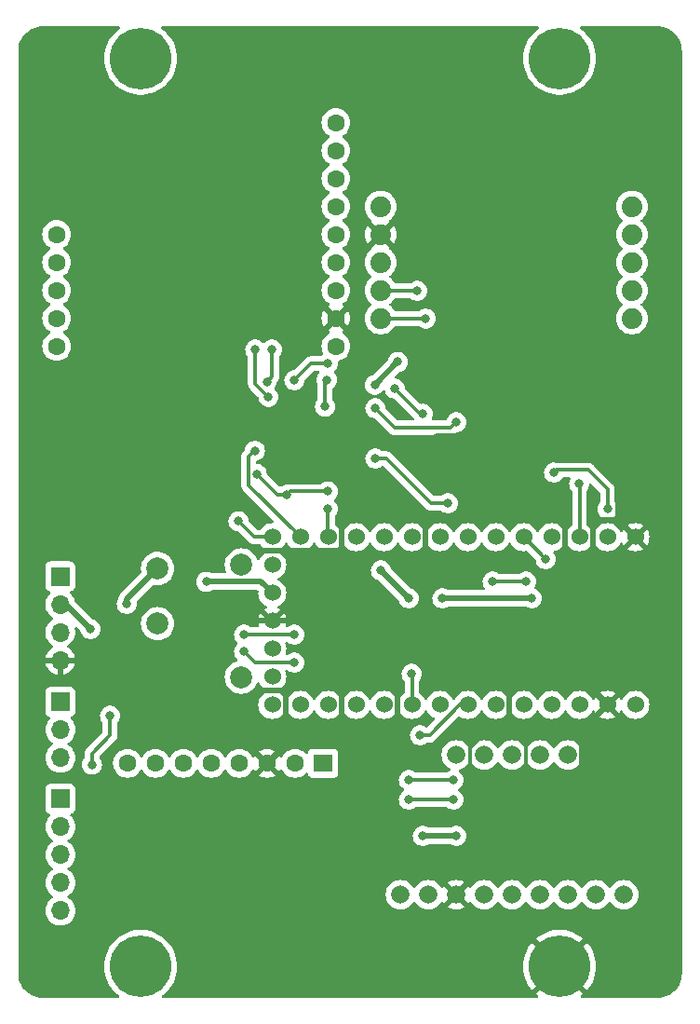
<source format=gbr>
%TF.GenerationSoftware,KiCad,Pcbnew,7.0.10-7.0.10~ubuntu22.04.1*%
%TF.CreationDate,2025-01-30T16:28:08-05:00*%
%TF.ProjectId,board_one_teensy_22,626f6172-645f-46f6-9e65-5f7465656e73,rev?*%
%TF.SameCoordinates,Original*%
%TF.FileFunction,Copper,L2,Bot*%
%TF.FilePolarity,Positive*%
%FSLAX46Y46*%
G04 Gerber Fmt 4.6, Leading zero omitted, Abs format (unit mm)*
G04 Created by KiCad (PCBNEW 7.0.10-7.0.10~ubuntu22.04.1) date 2025-01-30 16:28:08*
%MOMM*%
%LPD*%
G01*
G04 APERTURE LIST*
%TA.AperFunction,ComponentPad*%
%ADD10C,3.600000*%
%TD*%
%TA.AperFunction,ConnectorPad*%
%ADD11C,5.600000*%
%TD*%
%TA.AperFunction,ComponentPad*%
%ADD12R,1.780000X1.600000*%
%TD*%
%TA.AperFunction,ComponentPad*%
%ADD13C,1.600000*%
%TD*%
%TA.AperFunction,ComponentPad*%
%ADD14R,1.700000X1.700000*%
%TD*%
%TA.AperFunction,ComponentPad*%
%ADD15O,1.700000X1.700000*%
%TD*%
%TA.AperFunction,ComponentPad*%
%ADD16C,2.000000*%
%TD*%
%TA.AperFunction,ComponentPad*%
%ADD17C,1.665000*%
%TD*%
%TA.AperFunction,ComponentPad*%
%ADD18C,1.530000*%
%TD*%
%TA.AperFunction,ComponentPad*%
%ADD19C,1.879600*%
%TD*%
%TA.AperFunction,ViaPad*%
%ADD20C,0.800000*%
%TD*%
%TA.AperFunction,Conductor*%
%ADD21C,0.500000*%
%TD*%
%TA.AperFunction,Conductor*%
%ADD22C,0.300000*%
%TD*%
G04 APERTURE END LIST*
D10*
%TO.P,H2,1*%
%TO.N,N/C*%
X156700000Y-53300000D03*
D11*
X156700000Y-53300000D03*
%TD*%
D12*
%TO.P,U3,1,VIN*%
%TO.N,/3.3V*%
X135190000Y-117348000D03*
D13*
%TO.P,U3,2,3VO*%
%TO.N,unconnected-(U3-3VO-Pad2)*%
X132650000Y-117348000D03*
%TO.P,U3,3,GND*%
%TO.N,GND*%
X130110000Y-117348000D03*
%TO.P,U3,4,SCK/SCL*%
%TO.N,/SCL*%
X127570000Y-117348000D03*
%TO.P,U3,5,SDO/ADR*%
%TO.N,unconnected-(U3-SDO{slash}ADR-Pad5)*%
X125030000Y-117348000D03*
%TO.P,U3,6,SDI/SDA*%
%TO.N,/SDA*%
X122490000Y-117348000D03*
%TO.P,U3,7,~{CS}*%
%TO.N,unconnected-(U3-~{CS}-Pad7)*%
X119950000Y-117348000D03*
%TO.P,U3,8,INT*%
%TO.N,unconnected-(U3-INT-Pad8)*%
X117410000Y-117348000D03*
%TD*%
D14*
%TO.P,Pyro1,1,Pin_1*%
%TO.N,/CONT 2*%
X111300000Y-120580000D03*
D15*
%TO.P,Pyro1,2,Pin_2*%
%TO.N,/CONT 1*%
X111300000Y-123120000D03*
%TO.P,Pyro1,3,Pin_3*%
%TO.N,/ARM*%
X111300000Y-125660000D03*
%TO.P,Pyro1,4,Pin_4*%
%TO.N,/PYRO 1*%
X111300000Y-128200000D03*
%TO.P,Pyro1,5,Pin_5*%
%TO.N,/PYRO 2*%
X111300000Y-130740000D03*
%TD*%
D10*
%TO.P,H3,1*%
%TO.N,N/C*%
X118600000Y-135800000D03*
D11*
X118600000Y-135800000D03*
%TD*%
D10*
%TO.P,H4,1,GND*%
%TO.N,GND*%
X156700000Y-135800000D03*
D11*
X156700000Y-135800000D03*
%TD*%
D16*
%TO.P,U6,1,P*%
%TO.N,/VBAT*%
X120142000Y-99648000D03*
%TO.P,U6,2,N*%
%TO.N,Net-(U6-N)*%
X120142000Y-104648000D03*
%TD*%
D13*
%TO.P,U4,1,VIN*%
%TO.N,/3.3V*%
X136365000Y-79460000D03*
%TO.P,U4,2,GND*%
%TO.N,GND*%
X136365000Y-76920000D03*
%TO.P,U4,3,EN*%
%TO.N,unconnected-(U4-EN-Pad3)*%
X136365000Y-74380000D03*
%TO.P,U4,4,G0*%
%TO.N,/RX 5*%
X136365000Y-71840000D03*
%TO.P,U4,5,SCK*%
%TO.N,/SD_SCK*%
X136365000Y-69300000D03*
%TO.P,U4,6,MISO*%
%TO.N,/MISO*%
X136365000Y-66760000D03*
%TO.P,U4,7,MOSI*%
%TO.N,/MOSI*%
X136365000Y-64220000D03*
%TO.P,U4,8,CS*%
%TO.N,/CS 1*%
X136365000Y-61680000D03*
%TO.P,U4,9,RST*%
%TO.N,/Radio_RST*%
X136365000Y-59140000D03*
%TO.P,U4,10,G5*%
%TO.N,unconnected-(U4-G5-Pad10)*%
X110965000Y-69300000D03*
%TO.P,U4,11,G4*%
%TO.N,unconnected-(U4-G4-Pad11)*%
X110965000Y-71840000D03*
%TO.P,U4,12,G3*%
%TO.N,unconnected-(U4-G3-Pad12)*%
X110965000Y-74380000D03*
%TO.P,U4,13,G2*%
%TO.N,unconnected-(U4-G2-Pad13)*%
X110965000Y-76920000D03*
%TO.P,U4,14,G1*%
%TO.N,unconnected-(U4-G1-Pad14)*%
X110965000Y-79460000D03*
%TD*%
D17*
%TO.P,J3,1,VIN*%
%TO.N,unconnected-(J3-VIN-Pad1)*%
X142240000Y-129286000D03*
%TO.P,J3,2,3V3*%
%TO.N,/3.3V*%
X144780000Y-129286000D03*
%TO.P,J3,3,GND*%
%TO.N,GND*%
X147320000Y-129286000D03*
%TO.P,J3,4,SCL*%
%TO.N,/SCL*%
X149860000Y-129286000D03*
%TO.P,J3,5,SDA*%
%TO.N,/SDA*%
X152400000Y-129286000D03*
%TO.P,J3,6,CSAG*%
%TO.N,unconnected-(J3-CSAG-Pad6)*%
X154940000Y-129286000D03*
%TO.P,J3,7,CSM*%
%TO.N,unconnected-(J3-CSM-Pad7)*%
X157480000Y-129286000D03*
%TO.P,J3,8,SDOAG*%
%TO.N,unconnected-(J3-SDOAG-Pad8)*%
X160020000Y-129286000D03*
%TO.P,J3,9,SDOM*%
%TO.N,unconnected-(J3-SDOM-Pad9)*%
X162560000Y-129286000D03*
%TO.P,J3,10,INTM*%
%TO.N,unconnected-(J3-INTM-Pad10)*%
X157480000Y-116586000D03*
%TO.P,J3,11,DRDY*%
%TO.N,unconnected-(J3-DRDY-Pad11)*%
X154940000Y-116586000D03*
%TO.P,J3,12,INT1*%
%TO.N,unconnected-(J3-INT1-Pad12)*%
X152400000Y-116586000D03*
%TO.P,J3,13,INT2*%
%TO.N,unconnected-(J3-INT2-Pad13)*%
X149860000Y-116586000D03*
%TO.P,J3,14,DEN*%
%TO.N,unconnected-(J3-DEN-Pad14)*%
X147320000Y-116586000D03*
%TD*%
D18*
%TO.P,U1,0,0*%
%TO.N,/NEOPIXEL*%
X161060000Y-96800000D03*
%TO.P,U1,1,1*%
%TO.N,/SD_DETECT*%
X158520000Y-96800000D03*
%TO.P,U1,2,2*%
%TO.N,unconnected-(U1-Pad2)*%
X155980000Y-96800000D03*
%TO.P,U1,3,3*%
%TO.N,/PYRO 1*%
X153440000Y-96800000D03*
%TO.P,U1,3.3V_1,3.3V_1*%
%TO.N,/3.3V*%
X130580000Y-101880000D03*
%TO.P,U1,3.3V_2,3.3V_2*%
X158520000Y-112040000D03*
%TO.P,U1,4,4*%
%TO.N,/PYRO 2*%
X150900000Y-96800000D03*
%TO.P,U1,5,5*%
%TO.N,/BUZZER 1*%
X148360000Y-96800000D03*
%TO.P,U1,6,6*%
%TO.N,/BUZZER 2*%
X145820000Y-96800000D03*
%TO.P,U1,7,7*%
%TO.N,/RX 5*%
X143280000Y-96800000D03*
%TO.P,U1,8,8*%
%TO.N,/Radio_RST*%
X140740000Y-96800000D03*
%TO.P,U1,9,9*%
%TO.N,/CS 1*%
X138200000Y-96800000D03*
%TO.P,U1,10,10*%
%TO.N,/SD_CS*%
X135660000Y-96800000D03*
%TO.P,U1,11,11*%
%TO.N,/MOSI*%
X133120000Y-96800000D03*
%TO.P,U1,12,12*%
%TO.N,/MISO*%
X130580000Y-96800000D03*
%TO.P,U1,13,13*%
%TO.N,/SD_SCK*%
X130580000Y-112040000D03*
%TO.P,U1,14,14*%
%TO.N,/CONT 2*%
X133120000Y-112040000D03*
%TO.P,U1,15,15*%
%TO.N,/STEP*%
X135660000Y-112040000D03*
%TO.P,U1,16,16*%
%TO.N,/UART*%
X138200000Y-112040000D03*
%TO.P,U1,17,17*%
%TO.N,Net-(R6-Pad1)*%
X140740000Y-112040000D03*
%TO.P,U1,18,18*%
%TO.N,/SDA*%
X143280000Y-112040000D03*
%TO.P,U1,19,19*%
%TO.N,/SCL*%
X145820000Y-112040000D03*
%TO.P,U1,20,20*%
%TO.N,/DIR*%
X148360000Y-112040000D03*
%TO.P,U1,21,21*%
%TO.N,/CONT 1*%
X150900000Y-112040000D03*
%TO.P,U1,22,22*%
%TO.N,/ARM*%
X153440000Y-112040000D03*
%TO.P,U1,23,23*%
%TO.N,/V_Mon*%
X155980000Y-112040000D03*
%TO.P,U1,G1,G1*%
%TO.N,GND*%
X163600000Y-96800000D03*
%TO.P,U1,G2,G2*%
X130580000Y-104420000D03*
%TO.P,U1,G3,G3*%
X161060000Y-112040000D03*
%TO.P,U1,ON-OFF,ON/OFF*%
%TO.N,unconnected-(U1-ON{slash}OFF-PadON-OFF)*%
X130580000Y-109500000D03*
%TO.P,U1,PGM,PROGRAM*%
%TO.N,unconnected-(U1-PROGRAM-PadPGM)*%
X130580000Y-106960000D03*
%TO.P,U1,VBAT,VBAT*%
%TO.N,unconnected-(U1-PadVBAT)*%
X130580000Y-99340000D03*
%TO.P,U1,VIN,VIN*%
%TO.N,/5V*%
X163600000Y-112040000D03*
%TD*%
D19*
%TO.P,U2,1,WAKE*%
%TO.N,unconnected-(U2-WAKE-Pad1)*%
X163293500Y-66770000D03*
%TO.P,U2,2,RST*%
%TO.N,unconnected-(U2-RST-Pad2)*%
X163293500Y-69310000D03*
%TO.P,U2,3,PPS*%
%TO.N,unconnected-(U2-PPS-Pad3)*%
X163293500Y-71850000D03*
%TO.P,U2,4,RX*%
%TO.N,unconnected-(U2-RX-Pad4)*%
X163293500Y-74390000D03*
%TO.P,U2,5,TX*%
%TO.N,unconnected-(U2-TX-Pad5)*%
X163293500Y-76930000D03*
%TO.P,U2,6,INT*%
%TO.N,unconnected-(U2-INT-Pad6)*%
X140433500Y-66770000D03*
%TO.P,U2,7,GND*%
%TO.N,GND*%
X140433500Y-69310000D03*
%TO.P,U2,8,3.3V*%
%TO.N,/3.3V*%
X140433500Y-71850000D03*
%TO.P,U2,9,SDA*%
%TO.N,/SDA*%
X140433500Y-74390000D03*
%TO.P,U2,10,SCL*%
%TO.N,/SCL*%
X140433500Y-76930000D03*
%TD*%
D14*
%TO.P,Power1,1,Pin_1*%
%TO.N,/5V*%
X111290000Y-100360000D03*
D15*
%TO.P,Power1,2,Pin_2*%
%TO.N,/VBAT*%
X111290000Y-102900000D03*
%TO.P,Power1,3,Pin_3*%
%TO.N,/3.3V*%
X111290000Y-105440000D03*
%TO.P,Power1,4,Pin_4*%
%TO.N,GND*%
X111290000Y-107980000D03*
%TD*%
D10*
%TO.P,H1,1*%
%TO.N,N/C*%
X118600000Y-53300000D03*
D11*
X118600000Y-53300000D03*
%TD*%
D14*
%TO.P,Stepper1,1,Pin_1*%
%TO.N,/UART*%
X111300000Y-111760000D03*
D15*
%TO.P,Stepper1,2,Pin_2*%
%TO.N,/DIR*%
X111300000Y-114300000D03*
%TO.P,Stepper1,3,Pin_3*%
%TO.N,/STEP*%
X111300000Y-116840000D03*
%TD*%
D16*
%TO.P,U5,1,P*%
%TO.N,/VBAT*%
X127762000Y-99314000D03*
%TO.P,U5,2,N*%
%TO.N,Net-(U5-N)*%
X127762000Y-109514000D03*
%TD*%
D20*
%TO.N,GND*%
X138176000Y-89408000D03*
X124460000Y-105156000D03*
X132334000Y-90932000D03*
X144526000Y-95250000D03*
X128016000Y-103632000D03*
X117602000Y-105918000D03*
X151384000Y-87630000D03*
X144018000Y-90932000D03*
X157226000Y-94742000D03*
X119888000Y-107950000D03*
%TO.N,/PYRO 1*%
X155448000Y-98806000D03*
%TO.N,/PYRO 2*%
X153670000Y-100838000D03*
X150622000Y-100838000D03*
%TO.N,/CONT 1*%
X143002000Y-118872000D03*
X147066000Y-118872000D03*
%TO.N,/CONT 2*%
X115824000Y-113030000D03*
X114173000Y-117475000D03*
%TO.N,/ARM*%
X147066000Y-120650000D03*
X143002000Y-120650000D03*
%TO.N,/MISO*%
X130075000Y-82675000D03*
X127508000Y-95350500D03*
X130556000Y-79756000D03*
%TO.N,/BUZZER 1*%
X132588000Y-108204000D03*
X128016000Y-107188000D03*
%TO.N,/SD_CS*%
X135636000Y-94234000D03*
%TO.N,/3.3V*%
X143002000Y-102362000D03*
X141986000Y-80884000D03*
X140462000Y-99822000D03*
X124570000Y-100850000D03*
X154178000Y-102362000D03*
X147320000Y-123952000D03*
X146050000Y-102362000D03*
X139900000Y-82970000D03*
X144272000Y-123952000D03*
%TO.N,/VBAT*%
X114046000Y-105156000D03*
X117348000Y-102870000D03*
%TO.N,/BUZZER 2*%
X132588000Y-105664000D03*
X128016000Y-105664000D03*
%TO.N,/SD_SCK*%
X131883409Y-92964000D03*
X129168000Y-91050000D03*
X135530000Y-82510000D03*
X135380000Y-84930000D03*
X135636000Y-92652591D03*
%TO.N,/MOSI*%
X129000000Y-88950000D03*
X130225000Y-84050000D03*
X129032000Y-79756000D03*
%TO.N,/DIR*%
X144018000Y-114808000D03*
%TO.N,/V_Mon*%
X146558000Y-93726000D03*
X139954000Y-89662000D03*
%TO.N,/RX 5*%
X144272000Y-85598000D03*
X141732000Y-83312000D03*
%TO.N,/NEOPIXEL*%
X161060000Y-94258000D03*
X156210000Y-90932000D03*
%TO.N,/SDA*%
X143256000Y-109220000D03*
X143764000Y-74422000D03*
%TO.N,/SCL*%
X144526000Y-76930000D03*
%TO.N,/SD_DETECT*%
X139954000Y-85090000D03*
X158496000Y-91948000D03*
X147320000Y-86360000D03*
X132588000Y-82550000D03*
X135636000Y-81026000D03*
%TD*%
D21*
%TO.N,GND*%
X136906000Y-98044000D02*
X129032000Y-98044000D01*
X124460000Y-104420000D02*
X123418000Y-104420000D01*
X136906000Y-88646000D02*
X136906000Y-89408000D01*
X117856000Y-105918000D02*
X119888000Y-107950000D01*
X157051000Y-102283000D02*
X157147000Y-102283000D01*
X153440000Y-104420000D02*
X152721468Y-104420000D01*
D22*
X153670000Y-115570000D02*
X153670000Y-118872000D01*
X152146000Y-114046000D02*
X153670000Y-115570000D01*
X148590000Y-116010305D02*
X148590000Y-118364000D01*
D21*
X136906000Y-90932000D02*
X136906000Y-98044000D01*
X154914000Y-104420000D02*
X157051000Y-102283000D01*
X161060000Y-112040000D02*
X153440000Y-104420000D01*
X137922000Y-80518000D02*
X136906000Y-81534000D01*
X136906000Y-89408000D02*
X136906000Y-90932000D01*
X117602000Y-105918000D02*
X117856000Y-105918000D01*
X162050000Y-90676000D02*
X162050000Y-95250000D01*
X128016000Y-103632000D02*
X128016000Y-104420000D01*
X136906000Y-81534000D02*
X136906000Y-84836000D01*
X132334000Y-90932000D02*
X136906000Y-90932000D01*
X141986000Y-104420000D02*
X144526000Y-104420000D01*
X130110000Y-117348000D02*
X131826000Y-115632000D01*
X157226000Y-94742000D02*
X157226000Y-95758000D01*
X151384000Y-87630000D02*
X151384000Y-88000000D01*
X152721468Y-104420000D02*
X152928734Y-104420000D01*
X154686000Y-93218000D02*
X157226000Y-95758000D01*
X144018000Y-90932000D02*
X144018000Y-89154000D01*
X136906000Y-84836000D02*
X136906000Y-88646000D01*
X141986000Y-104420000D02*
X141986000Y-113792000D01*
X162050000Y-95250000D02*
X163600000Y-96800000D01*
X160811500Y-89437500D02*
X162050000Y-90676000D01*
X153440000Y-104420000D02*
X154914000Y-104420000D01*
X144018000Y-90932000D02*
X137922000Y-84836000D01*
X157147000Y-102283000D02*
X159766000Y-99664000D01*
X144018000Y-89154000D02*
X145542000Y-87630000D01*
X130580000Y-104420000D02*
X128016000Y-104420000D01*
X128016000Y-104420000D02*
X124460000Y-104420000D01*
X160528000Y-95250000D02*
X162050000Y-95250000D01*
X157226000Y-95758000D02*
X157226000Y-102204000D01*
X133858000Y-104420000D02*
X130580000Y-104420000D01*
X132191500Y-110744000D02*
X133858000Y-109077500D01*
X152146000Y-104420000D02*
X152146000Y-114046000D01*
X159766000Y-96012000D02*
X160528000Y-95250000D01*
X147320000Y-129286000D02*
X158762500Y-117843500D01*
X145542000Y-87630000D02*
X151384000Y-87630000D01*
X151384000Y-88000000D02*
X154686000Y-91302000D01*
X133858000Y-109077500D02*
X133858000Y-104420000D01*
X137922000Y-84836000D02*
X136906000Y-84836000D01*
X124460000Y-105156000D02*
X124460000Y-104420000D01*
X123418000Y-104420000D02*
X119888000Y-107950000D01*
X136365000Y-76920000D02*
X137922000Y-78477000D01*
X144526000Y-104420000D02*
X152146000Y-104420000D01*
X154686000Y-91302000D02*
X154686000Y-93218000D01*
X131826000Y-110775000D02*
X131795000Y-110744000D01*
X136906000Y-104420000D02*
X141986000Y-104420000D01*
X136906000Y-104420000D02*
X136906000Y-114808000D01*
X159766000Y-99664000D02*
X159766000Y-96012000D01*
D22*
X150554305Y-114046000D02*
X148590000Y-116010305D01*
D21*
X158762500Y-117843500D02*
X158762500Y-114337500D01*
X138176000Y-89408000D02*
X136906000Y-89408000D01*
X137922000Y-78477000D02*
X137922000Y-80518000D01*
X131826000Y-115632000D02*
X131826000Y-110775000D01*
X131795000Y-110744000D02*
X129286000Y-110744000D01*
X158762500Y-114337500D02*
X161060000Y-112040000D01*
X152146000Y-104420000D02*
X152721468Y-104420000D01*
X130580000Y-104420000D02*
X136906000Y-104420000D01*
X131795000Y-110744000D02*
X132191500Y-110744000D01*
X144526000Y-104420000D02*
X144526000Y-95250000D01*
X157226000Y-102204000D02*
X157147000Y-102283000D01*
D22*
X152146000Y-114046000D02*
X150554305Y-114046000D01*
%TO.N,/PYRO 1*%
X155446000Y-98806000D02*
X153440000Y-96800000D01*
X155448000Y-98806000D02*
X155446000Y-98806000D01*
%TO.N,/PYRO 2*%
X153670000Y-100838000D02*
X150622000Y-100838000D01*
%TO.N,/CONT 1*%
X147066000Y-118872000D02*
X143002000Y-118872000D01*
%TO.N,/CONT 2*%
X114173000Y-117475000D02*
X114173000Y-116459000D01*
X115824000Y-114808000D02*
X115824000Y-113030000D01*
X114173000Y-116459000D02*
X115824000Y-114808000D01*
%TO.N,/ARM*%
X147066000Y-120650000D02*
X143002000Y-120650000D01*
%TO.N,/MISO*%
X130075000Y-82675000D02*
X130556000Y-82194000D01*
X130580000Y-96800000D02*
X128957500Y-96800000D01*
X128957500Y-96800000D02*
X127508000Y-95350500D01*
X130556000Y-82194000D02*
X130556000Y-79756000D01*
%TO.N,/BUZZER 1*%
X129032000Y-108204000D02*
X128016000Y-107188000D01*
X132588000Y-108204000D02*
X129032000Y-108204000D01*
%TO.N,/SD_CS*%
X135636000Y-94234000D02*
X135636000Y-96776000D01*
X135636000Y-96776000D02*
X135660000Y-96800000D01*
D21*
%TO.N,/3.3V*%
X141986000Y-80884000D02*
X141986000Y-80884000D01*
X144272000Y-123952000D02*
X147320000Y-123952000D01*
X141986000Y-80884000D02*
X139900000Y-82970000D01*
X143002000Y-102362000D02*
X140462000Y-99822000D01*
X154178000Y-102362000D02*
X146050000Y-102362000D01*
X129550000Y-100850000D02*
X130580000Y-101880000D01*
X124570000Y-100850000D02*
X129550000Y-100850000D01*
%TO.N,/VBAT*%
X117348000Y-102870000D02*
X117348000Y-102442000D01*
X117348000Y-102442000D02*
X120142000Y-99648000D01*
X111290000Y-102900000D02*
X111790000Y-102900000D01*
X111790000Y-102900000D02*
X114046000Y-105156000D01*
D22*
%TO.N,/BUZZER 2*%
X132588000Y-105664000D02*
X128016000Y-105664000D01*
%TO.N,/SD_SCK*%
X131082000Y-92964000D02*
X131883409Y-92964000D01*
X135380000Y-84930000D02*
X135380000Y-82660000D01*
X135380000Y-82660000D02*
X135530000Y-82510000D01*
X129168000Y-91050000D02*
X131082000Y-92964000D01*
X135636000Y-92652591D02*
X132194818Y-92652591D01*
X132194818Y-92652591D02*
X131883409Y-92964000D01*
%TO.N,/MOSI*%
X128975000Y-88950000D02*
X129000000Y-88950000D01*
X129000000Y-88925000D02*
X128418000Y-89507000D01*
X128418000Y-89507000D02*
X128418000Y-92098000D01*
X129032000Y-82857000D02*
X130225000Y-84050000D01*
X129032000Y-79756000D02*
X129032000Y-82857000D01*
X129000000Y-88950000D02*
X129000000Y-88925000D01*
X128418000Y-92098000D02*
X133120000Y-96800000D01*
X128975000Y-88950000D02*
X128975000Y-88950000D01*
%TO.N,/DIR*%
X147660000Y-112040000D02*
X148360000Y-112040000D01*
X144018000Y-114808000D02*
X144892000Y-114808000D01*
X144892000Y-114808000D02*
X147660000Y-112040000D01*
%TO.N,/V_Mon*%
X140970000Y-89662000D02*
X139954000Y-89662000D01*
X146558000Y-93726000D02*
X145034000Y-93726000D01*
X145034000Y-93726000D02*
X140970000Y-89662000D01*
%TO.N,/RX 5*%
X141732000Y-83312000D02*
X144018000Y-85598000D01*
X144018000Y-85598000D02*
X144272000Y-85598000D01*
%TO.N,/NEOPIXEL*%
X156438500Y-90703500D02*
X159283500Y-90703500D01*
X161060000Y-92480000D02*
X161060000Y-94258000D01*
X159283500Y-90703500D02*
X161060000Y-92480000D01*
X156210000Y-90932000D02*
X156438500Y-90703500D01*
%TO.N,/SDA*%
X143280000Y-109244000D02*
X143256000Y-109220000D01*
X143732000Y-74390000D02*
X140433500Y-74390000D01*
X143280000Y-112040000D02*
X143280000Y-109244000D01*
X143764000Y-74422000D02*
X143732000Y-74390000D01*
%TO.N,/SCL*%
X144526000Y-76930000D02*
X140433500Y-76930000D01*
%TO.N,/SD_DETECT*%
X141732000Y-86868000D02*
X139954000Y-85090000D01*
X134112000Y-81026000D02*
X132588000Y-82550000D01*
X158520000Y-91972000D02*
X158496000Y-91948000D01*
X147320000Y-86360000D02*
X146812000Y-86868000D01*
X146812000Y-86868000D02*
X141732000Y-86868000D01*
X135636000Y-81026000D02*
X134112000Y-81026000D01*
X158520000Y-96800000D02*
X158520000Y-91972000D01*
%TD*%
%TA.AperFunction,Conductor*%
%TO.N,GND*%
G36*
X116674260Y-50395502D02*
G01*
X116720753Y-50449158D01*
X116730857Y-50519432D01*
X116701363Y-50584012D01*
X116682391Y-50601808D01*
X116454977Y-50774682D01*
X116454962Y-50774695D01*
X116194516Y-51021404D01*
X115962256Y-51294843D01*
X115760924Y-51591785D01*
X115760922Y-51591789D01*
X115592876Y-51908759D01*
X115592872Y-51908768D01*
X115460084Y-52242040D01*
X115364103Y-52587730D01*
X115306064Y-52941762D01*
X115286641Y-53299996D01*
X115286641Y-53300003D01*
X115306064Y-53658237D01*
X115364103Y-54012269D01*
X115460084Y-54357959D01*
X115460085Y-54357961D01*
X115592877Y-54691243D01*
X115760925Y-55008215D01*
X115962258Y-55305159D01*
X116194516Y-55578595D01*
X116454962Y-55825304D01*
X116454977Y-55825317D01*
X116740586Y-56042431D01*
X117047995Y-56227393D01*
X117373599Y-56378033D01*
X117713583Y-56492587D01*
X118063958Y-56569711D01*
X118420618Y-56608500D01*
X118420626Y-56608500D01*
X118779374Y-56608500D01*
X118779382Y-56608500D01*
X119136042Y-56569711D01*
X119486417Y-56492587D01*
X119826401Y-56378033D01*
X120152005Y-56227393D01*
X120459414Y-56042431D01*
X120745023Y-55825317D01*
X121005484Y-55578595D01*
X121237742Y-55305159D01*
X121439075Y-55008215D01*
X121607123Y-54691243D01*
X121739915Y-54357961D01*
X121835895Y-54012274D01*
X121893936Y-53658237D01*
X121913359Y-53300000D01*
X121893936Y-52941763D01*
X121840990Y-52618804D01*
X121835896Y-52587730D01*
X121799177Y-52455481D01*
X121739915Y-52242039D01*
X121607123Y-51908757D01*
X121439075Y-51591785D01*
X121237742Y-51294841D01*
X121005484Y-51021405D01*
X120949838Y-50968694D01*
X120745037Y-50774695D01*
X120745022Y-50774682D01*
X120656425Y-50707333D01*
X120517608Y-50601807D01*
X120475483Y-50544659D01*
X120470942Y-50473808D01*
X120505426Y-50411749D01*
X120567988Y-50378185D01*
X120593861Y-50375500D01*
X154706139Y-50375500D01*
X154774260Y-50395502D01*
X154820753Y-50449158D01*
X154830857Y-50519432D01*
X154801363Y-50584012D01*
X154782391Y-50601808D01*
X154554977Y-50774682D01*
X154554962Y-50774695D01*
X154294516Y-51021404D01*
X154062256Y-51294843D01*
X153860924Y-51591785D01*
X153860922Y-51591789D01*
X153692876Y-51908759D01*
X153692872Y-51908768D01*
X153560084Y-52242040D01*
X153464103Y-52587730D01*
X153406064Y-52941762D01*
X153386641Y-53299996D01*
X153386641Y-53300003D01*
X153406064Y-53658237D01*
X153464103Y-54012269D01*
X153560084Y-54357959D01*
X153560085Y-54357961D01*
X153692877Y-54691243D01*
X153860925Y-55008215D01*
X154062258Y-55305159D01*
X154294516Y-55578595D01*
X154554962Y-55825304D01*
X154554977Y-55825317D01*
X154840586Y-56042431D01*
X155147995Y-56227393D01*
X155473599Y-56378033D01*
X155813583Y-56492587D01*
X156163958Y-56569711D01*
X156520618Y-56608500D01*
X156520626Y-56608500D01*
X156879374Y-56608500D01*
X156879382Y-56608500D01*
X157236042Y-56569711D01*
X157586417Y-56492587D01*
X157926401Y-56378033D01*
X158252005Y-56227393D01*
X158559414Y-56042431D01*
X158845023Y-55825317D01*
X159105484Y-55578595D01*
X159337742Y-55305159D01*
X159539075Y-55008215D01*
X159707123Y-54691243D01*
X159839915Y-54357961D01*
X159935895Y-54012274D01*
X159993936Y-53658237D01*
X160013359Y-53300000D01*
X159993936Y-52941763D01*
X159940990Y-52618804D01*
X159935896Y-52587730D01*
X159899177Y-52455481D01*
X159839915Y-52242039D01*
X159707123Y-51908757D01*
X159539075Y-51591785D01*
X159337742Y-51294841D01*
X159105484Y-51021405D01*
X159049838Y-50968694D01*
X158845037Y-50774695D01*
X158845022Y-50774682D01*
X158756425Y-50707333D01*
X158617608Y-50601807D01*
X158575483Y-50544659D01*
X158570942Y-50473808D01*
X158605426Y-50411749D01*
X158667988Y-50378185D01*
X158693861Y-50375500D01*
X165552405Y-50375500D01*
X165596195Y-50375500D01*
X165603802Y-50375730D01*
X165862345Y-50391368D01*
X165877426Y-50393199D01*
X166128459Y-50439203D01*
X166143210Y-50442839D01*
X166386869Y-50518765D01*
X166401086Y-50524158D01*
X166633796Y-50628892D01*
X166647267Y-50635962D01*
X166865666Y-50767990D01*
X166878169Y-50776619D01*
X167079073Y-50934017D01*
X167090453Y-50944100D01*
X167270899Y-51124546D01*
X167280983Y-51135927D01*
X167438377Y-51336827D01*
X167447013Y-51349338D01*
X167579036Y-51567730D01*
X167586107Y-51581203D01*
X167690839Y-51813908D01*
X167696235Y-51828135D01*
X167772157Y-52071778D01*
X167775798Y-52086551D01*
X167821798Y-52337561D01*
X167823632Y-52352665D01*
X167839270Y-52611196D01*
X167839500Y-52618804D01*
X167839500Y-136431195D01*
X167839270Y-136438803D01*
X167823632Y-136697334D01*
X167821798Y-136712438D01*
X167775798Y-136963448D01*
X167772157Y-136978221D01*
X167696235Y-137221864D01*
X167690839Y-137236091D01*
X167586107Y-137468796D01*
X167579036Y-137482269D01*
X167447013Y-137700661D01*
X167438370Y-137713183D01*
X167280989Y-137914065D01*
X167270899Y-137925453D01*
X167090453Y-138105899D01*
X167079065Y-138115989D01*
X166878183Y-138273370D01*
X166865661Y-138282013D01*
X166647269Y-138414036D01*
X166633796Y-138421107D01*
X166401091Y-138525839D01*
X166386864Y-138531235D01*
X166143221Y-138607157D01*
X166128448Y-138610798D01*
X165877438Y-138656798D01*
X165862334Y-138658632D01*
X165644390Y-138671815D01*
X165603801Y-138674270D01*
X165596195Y-138674500D01*
X158758810Y-138674500D01*
X158690689Y-138654498D01*
X158644196Y-138600842D01*
X158634092Y-138530568D01*
X158663586Y-138465988D01*
X158682558Y-138448192D01*
X158844701Y-138324932D01*
X158855495Y-138314706D01*
X158855495Y-138314704D01*
X157640795Y-137100004D01*
X157643365Y-137098430D01*
X157834870Y-136934870D01*
X157998430Y-136743365D01*
X158000004Y-136740795D01*
X159211830Y-137952621D01*
X159211831Y-137952621D01*
X159337340Y-137804862D01*
X159337342Y-137804858D01*
X159538647Y-137507956D01*
X159538649Y-137507952D01*
X159706669Y-137191030D01*
X159706673Y-137191021D01*
X159839440Y-136857801D01*
X159935407Y-136512162D01*
X159993438Y-136158183D01*
X160012859Y-135800003D01*
X160012859Y-135799996D01*
X159993438Y-135441816D01*
X159935407Y-135087837D01*
X159839440Y-134742198D01*
X159706673Y-134408978D01*
X159706669Y-134408969D01*
X159538649Y-134092047D01*
X159538647Y-134092043D01*
X159337348Y-133795150D01*
X159211830Y-133647378D01*
X158000004Y-134859204D01*
X157998430Y-134856635D01*
X157834870Y-134665130D01*
X157643365Y-134501570D01*
X157640795Y-134499995D01*
X158855496Y-133285293D01*
X158855496Y-133285292D01*
X158844702Y-133275067D01*
X158844699Y-133275065D01*
X158559150Y-133057994D01*
X158559132Y-133057982D01*
X158251772Y-132873050D01*
X158251765Y-132873046D01*
X157926233Y-132722438D01*
X157926214Y-132722430D01*
X157586293Y-132607898D01*
X157586276Y-132607893D01*
X157235977Y-132530786D01*
X157235949Y-132530781D01*
X156879362Y-132492000D01*
X156520637Y-132492000D01*
X156164050Y-132530781D01*
X156164022Y-132530786D01*
X155813723Y-132607893D01*
X155813706Y-132607898D01*
X155473785Y-132722430D01*
X155473766Y-132722438D01*
X155148234Y-132873046D01*
X155148227Y-132873050D01*
X154840867Y-133057982D01*
X154840861Y-133057986D01*
X154555299Y-133275067D01*
X154544502Y-133285293D01*
X155759204Y-134499995D01*
X155756635Y-134501570D01*
X155565130Y-134665130D01*
X155401570Y-134856635D01*
X155399995Y-134859204D01*
X154188168Y-133647377D01*
X154062654Y-133795145D01*
X153861352Y-134092043D01*
X153861350Y-134092047D01*
X153693330Y-134408969D01*
X153693326Y-134408978D01*
X153560559Y-134742198D01*
X153464592Y-135087837D01*
X153406561Y-135441816D01*
X153387141Y-135799996D01*
X153387141Y-135800003D01*
X153406561Y-136158183D01*
X153464592Y-136512162D01*
X153560559Y-136857801D01*
X153693326Y-137191021D01*
X153693330Y-137191030D01*
X153861350Y-137507952D01*
X153861352Y-137507956D01*
X154062654Y-137804854D01*
X154188167Y-137952621D01*
X155399994Y-136740794D01*
X155401570Y-136743365D01*
X155565130Y-136934870D01*
X155756635Y-137098430D01*
X155759203Y-137100004D01*
X154544502Y-138314705D01*
X154544502Y-138314706D01*
X154555293Y-138324928D01*
X154717443Y-138448192D01*
X154759569Y-138505341D01*
X154764110Y-138576192D01*
X154729626Y-138638251D01*
X154667064Y-138671815D01*
X154641191Y-138674500D01*
X120659635Y-138674500D01*
X120591514Y-138654498D01*
X120545021Y-138600842D01*
X120534917Y-138530568D01*
X120564411Y-138465988D01*
X120583383Y-138448192D01*
X120619013Y-138421107D01*
X120745023Y-138325317D01*
X120745430Y-138324932D01*
X120801384Y-138271928D01*
X121005484Y-138078595D01*
X121237742Y-137805159D01*
X121439075Y-137508215D01*
X121607123Y-137191243D01*
X121739915Y-136857961D01*
X121835895Y-136512274D01*
X121835914Y-136512162D01*
X121871358Y-136295956D01*
X121893936Y-136158237D01*
X121913359Y-135800000D01*
X121893936Y-135441763D01*
X121852823Y-135190984D01*
X121835896Y-135087730D01*
X121831353Y-135071369D01*
X121739915Y-134742039D01*
X121607123Y-134408757D01*
X121439075Y-134091785D01*
X121237742Y-133794841D01*
X121005484Y-133521405D01*
X121005483Y-133521404D01*
X120745037Y-133274695D01*
X120745022Y-133274682D01*
X120459418Y-133057572D01*
X120459412Y-133057568D01*
X120152010Y-132872610D01*
X120152009Y-132872609D01*
X120152005Y-132872607D01*
X119826401Y-132721967D01*
X119741405Y-132693328D01*
X119486426Y-132607416D01*
X119486425Y-132607415D01*
X119486417Y-132607413D01*
X119438915Y-132596956D01*
X119136054Y-132530291D01*
X119136030Y-132530287D01*
X118779389Y-132491500D01*
X118779382Y-132491500D01*
X118420618Y-132491500D01*
X118420610Y-132491500D01*
X118063969Y-132530287D01*
X118063945Y-132530291D01*
X117713587Y-132607412D01*
X117713573Y-132607416D01*
X117373601Y-132721966D01*
X117047989Y-132872610D01*
X116740587Y-133057568D01*
X116740581Y-133057572D01*
X116454977Y-133274682D01*
X116454962Y-133274695D01*
X116194516Y-133521404D01*
X115962256Y-133794843D01*
X115760924Y-134091785D01*
X115760922Y-134091789D01*
X115592876Y-134408759D01*
X115592872Y-134408768D01*
X115460084Y-134742040D01*
X115364103Y-135087730D01*
X115306064Y-135441762D01*
X115286641Y-135799996D01*
X115286641Y-135800003D01*
X115306064Y-136158237D01*
X115364103Y-136512269D01*
X115460084Y-136857959D01*
X115592788Y-137191021D01*
X115592877Y-137191243D01*
X115612968Y-137229138D01*
X115760787Y-137507956D01*
X115760925Y-137508215D01*
X115962258Y-137805159D01*
X116087513Y-137952621D01*
X116194516Y-138078595D01*
X116454962Y-138325304D01*
X116454977Y-138325317D01*
X116616617Y-138448192D01*
X116658743Y-138505341D01*
X116663284Y-138576192D01*
X116628800Y-138638251D01*
X116566238Y-138671815D01*
X116540365Y-138674500D01*
X109723805Y-138674500D01*
X109716198Y-138674270D01*
X109663127Y-138671059D01*
X109457665Y-138658632D01*
X109442561Y-138656798D01*
X109191551Y-138610798D01*
X109176778Y-138607157D01*
X108933135Y-138531235D01*
X108918908Y-138525839D01*
X108686203Y-138421107D01*
X108672730Y-138414036D01*
X108454338Y-138282013D01*
X108441827Y-138273377D01*
X108240927Y-138115983D01*
X108229546Y-138105899D01*
X108049100Y-137925453D01*
X108039017Y-137914073D01*
X107881619Y-137713169D01*
X107872986Y-137700661D01*
X107756647Y-137508214D01*
X107740962Y-137482267D01*
X107733892Y-137468796D01*
X107629158Y-137236086D01*
X107623764Y-137221864D01*
X107547839Y-136978210D01*
X107544203Y-136963459D01*
X107498199Y-136712426D01*
X107496368Y-136697345D01*
X107480730Y-136438802D01*
X107480500Y-136431195D01*
X107480500Y-130740000D01*
X109936844Y-130740000D01*
X109955437Y-130964375D01*
X110010702Y-131182612D01*
X110010703Y-131182613D01*
X110101141Y-131388793D01*
X110224275Y-131577265D01*
X110224279Y-131577270D01*
X110376762Y-131742908D01*
X110431331Y-131785381D01*
X110554424Y-131881189D01*
X110752426Y-131988342D01*
X110752427Y-131988342D01*
X110752428Y-131988343D01*
X110864227Y-132026723D01*
X110965365Y-132061444D01*
X111187431Y-132098500D01*
X111187435Y-132098500D01*
X111412565Y-132098500D01*
X111412569Y-132098500D01*
X111634635Y-132061444D01*
X111847574Y-131988342D01*
X112045576Y-131881189D01*
X112223240Y-131742906D01*
X112375722Y-131577268D01*
X112498860Y-131388791D01*
X112589296Y-131182616D01*
X112644564Y-130964368D01*
X112663156Y-130740000D01*
X112644564Y-130515632D01*
X112644562Y-130515624D01*
X112589297Y-130297387D01*
X112589296Y-130297386D01*
X112589296Y-130297384D01*
X112498860Y-130091209D01*
X112412524Y-129959061D01*
X112375724Y-129902734D01*
X112375720Y-129902729D01*
X112248617Y-129764661D01*
X112223240Y-129737094D01*
X112223239Y-129737093D01*
X112223237Y-129737091D01*
X112134956Y-129668379D01*
X112045576Y-129598811D01*
X112012319Y-129580813D01*
X111961929Y-129530802D01*
X111946576Y-129461485D01*
X111971136Y-129394872D01*
X112012320Y-129359186D01*
X112045576Y-129341189D01*
X112116482Y-129286000D01*
X140893878Y-129286000D01*
X140914329Y-129519755D01*
X140975058Y-129746398D01*
X140975060Y-129746404D01*
X141074224Y-129959061D01*
X141208804Y-130151262D01*
X141208811Y-130151271D01*
X141374729Y-130317189D01*
X141566939Y-130451776D01*
X141779599Y-130550941D01*
X141979469Y-130604495D01*
X142004400Y-130611176D01*
X142006248Y-130611671D01*
X142240000Y-130632122D01*
X142473752Y-130611671D01*
X142700401Y-130550941D01*
X142913061Y-130451776D01*
X143105271Y-130317189D01*
X143271189Y-130151271D01*
X143405776Y-129959061D01*
X143405776Y-129959060D01*
X143406787Y-129957617D01*
X143462244Y-129913289D01*
X143532863Y-129905980D01*
X143596224Y-129938011D01*
X143613213Y-129957617D01*
X143748804Y-130151262D01*
X143748811Y-130151271D01*
X143914729Y-130317189D01*
X144106939Y-130451776D01*
X144319599Y-130550941D01*
X144519469Y-130604495D01*
X144544400Y-130611176D01*
X144546248Y-130611671D01*
X144780000Y-130632122D01*
X145013752Y-130611671D01*
X145240401Y-130550941D01*
X145453061Y-130451776D01*
X145645271Y-130317189D01*
X145811189Y-130151271D01*
X145945776Y-129959061D01*
X145947092Y-129957182D01*
X146002549Y-129912853D01*
X146073168Y-129905544D01*
X146136529Y-129937574D01*
X146153518Y-129957181D01*
X146209564Y-130037223D01*
X146788868Y-129457920D01*
X146792128Y-129473606D01*
X146862319Y-129609067D01*
X146966453Y-129720567D01*
X147096809Y-129799838D01*
X147150365Y-129814843D01*
X146568775Y-130396433D01*
X146568775Y-130396435D01*
X146647189Y-130451340D01*
X146647191Y-130451341D01*
X146859767Y-130550467D01*
X146859772Y-130550469D01*
X147086337Y-130611176D01*
X147320000Y-130631619D01*
X147553662Y-130611176D01*
X147780227Y-130550469D01*
X147780232Y-130550467D01*
X147992809Y-130451341D01*
X148071223Y-130396434D01*
X148071223Y-130396432D01*
X147491425Y-129816634D01*
X147611080Y-129764661D01*
X147729427Y-129668379D01*
X147817409Y-129543737D01*
X147848753Y-129455544D01*
X148430432Y-130037223D01*
X148430434Y-130037223D01*
X148486481Y-129957181D01*
X148541939Y-129912853D01*
X148612558Y-129905544D01*
X148675918Y-129937575D01*
X148692907Y-129957181D01*
X148828808Y-130151267D01*
X148828811Y-130151271D01*
X148994729Y-130317189D01*
X149186939Y-130451776D01*
X149399599Y-130550941D01*
X149599469Y-130604495D01*
X149624400Y-130611176D01*
X149626248Y-130611671D01*
X149860000Y-130632122D01*
X150093752Y-130611671D01*
X150320401Y-130550941D01*
X150533061Y-130451776D01*
X150725271Y-130317189D01*
X150891189Y-130151271D01*
X151025776Y-129959061D01*
X151025776Y-129959060D01*
X151026787Y-129957617D01*
X151082244Y-129913289D01*
X151152863Y-129905980D01*
X151216224Y-129938011D01*
X151233213Y-129957617D01*
X151368804Y-130151262D01*
X151368811Y-130151271D01*
X151534729Y-130317189D01*
X151726939Y-130451776D01*
X151939599Y-130550941D01*
X152139469Y-130604495D01*
X152164400Y-130611176D01*
X152166248Y-130611671D01*
X152400000Y-130632122D01*
X152633752Y-130611671D01*
X152860401Y-130550941D01*
X153073061Y-130451776D01*
X153265271Y-130317189D01*
X153431189Y-130151271D01*
X153565776Y-129959061D01*
X153565776Y-129959060D01*
X153566787Y-129957617D01*
X153622244Y-129913289D01*
X153692863Y-129905980D01*
X153756224Y-129938011D01*
X153773213Y-129957617D01*
X153908804Y-130151262D01*
X153908811Y-130151271D01*
X154074729Y-130317189D01*
X154266939Y-130451776D01*
X154479599Y-130550941D01*
X154679469Y-130604495D01*
X154704400Y-130611176D01*
X154706248Y-130611671D01*
X154940000Y-130632122D01*
X155173752Y-130611671D01*
X155400401Y-130550941D01*
X155613061Y-130451776D01*
X155805271Y-130317189D01*
X155971189Y-130151271D01*
X156105776Y-129959061D01*
X156105776Y-129959060D01*
X156106787Y-129957617D01*
X156162244Y-129913289D01*
X156232863Y-129905980D01*
X156296224Y-129938011D01*
X156313213Y-129957617D01*
X156448804Y-130151262D01*
X156448811Y-130151271D01*
X156614729Y-130317189D01*
X156806939Y-130451776D01*
X157019599Y-130550941D01*
X157219469Y-130604495D01*
X157244400Y-130611176D01*
X157246248Y-130611671D01*
X157480000Y-130632122D01*
X157713752Y-130611671D01*
X157940401Y-130550941D01*
X158153061Y-130451776D01*
X158345271Y-130317189D01*
X158511189Y-130151271D01*
X158645776Y-129959061D01*
X158645776Y-129959060D01*
X158646787Y-129957617D01*
X158702244Y-129913289D01*
X158772863Y-129905980D01*
X158836224Y-129938011D01*
X158853213Y-129957617D01*
X158988804Y-130151262D01*
X158988811Y-130151271D01*
X159154729Y-130317189D01*
X159346939Y-130451776D01*
X159559599Y-130550941D01*
X159759469Y-130604495D01*
X159784400Y-130611176D01*
X159786248Y-130611671D01*
X160020000Y-130632122D01*
X160253752Y-130611671D01*
X160480401Y-130550941D01*
X160693061Y-130451776D01*
X160885271Y-130317189D01*
X161051189Y-130151271D01*
X161185776Y-129959061D01*
X161185776Y-129959060D01*
X161186787Y-129957617D01*
X161242244Y-129913289D01*
X161312863Y-129905980D01*
X161376224Y-129938011D01*
X161393213Y-129957617D01*
X161528804Y-130151262D01*
X161528811Y-130151271D01*
X161694729Y-130317189D01*
X161886939Y-130451776D01*
X162099599Y-130550941D01*
X162299469Y-130604495D01*
X162324400Y-130611176D01*
X162326248Y-130611671D01*
X162560000Y-130632122D01*
X162793752Y-130611671D01*
X163020401Y-130550941D01*
X163233061Y-130451776D01*
X163425271Y-130317189D01*
X163591189Y-130151271D01*
X163725776Y-129959061D01*
X163824941Y-129746401D01*
X163885671Y-129519752D01*
X163906122Y-129286000D01*
X163885671Y-129052248D01*
X163824941Y-128825599D01*
X163725776Y-128612939D01*
X163591189Y-128420729D01*
X163425271Y-128254811D01*
X163233061Y-128120224D01*
X163020404Y-128021060D01*
X163020398Y-128021058D01*
X162793755Y-127960329D01*
X162560000Y-127939878D01*
X162326244Y-127960329D01*
X162099601Y-128021058D01*
X162099595Y-128021060D01*
X161886938Y-128120224D01*
X161694732Y-128254808D01*
X161694726Y-128254813D01*
X161528813Y-128420726D01*
X161528808Y-128420732D01*
X161393213Y-128614382D01*
X161337756Y-128658710D01*
X161267136Y-128666019D01*
X161203776Y-128633988D01*
X161186787Y-128614382D01*
X161051191Y-128420732D01*
X161051186Y-128420726D01*
X160885273Y-128254813D01*
X160885267Y-128254808D01*
X160693061Y-128120224D01*
X160480404Y-128021060D01*
X160480398Y-128021058D01*
X160253755Y-127960329D01*
X160020000Y-127939878D01*
X159786244Y-127960329D01*
X159559601Y-128021058D01*
X159559595Y-128021060D01*
X159346938Y-128120224D01*
X159154732Y-128254808D01*
X159154726Y-128254813D01*
X158988813Y-128420726D01*
X158988808Y-128420732D01*
X158853213Y-128614382D01*
X158797756Y-128658710D01*
X158727136Y-128666019D01*
X158663776Y-128633988D01*
X158646787Y-128614382D01*
X158511191Y-128420732D01*
X158511186Y-128420726D01*
X158345273Y-128254813D01*
X158345267Y-128254808D01*
X158153061Y-128120224D01*
X157940404Y-128021060D01*
X157940398Y-128021058D01*
X157713755Y-127960329D01*
X157480000Y-127939878D01*
X157246244Y-127960329D01*
X157019601Y-128021058D01*
X157019595Y-128021060D01*
X156806938Y-128120224D01*
X156614732Y-128254808D01*
X156614726Y-128254813D01*
X156448813Y-128420726D01*
X156448808Y-128420732D01*
X156313213Y-128614382D01*
X156257756Y-128658710D01*
X156187136Y-128666019D01*
X156123776Y-128633988D01*
X156106787Y-128614382D01*
X155971191Y-128420732D01*
X155971186Y-128420726D01*
X155805273Y-128254813D01*
X155805267Y-128254808D01*
X155613061Y-128120224D01*
X155400404Y-128021060D01*
X155400398Y-128021058D01*
X155173755Y-127960329D01*
X154940000Y-127939878D01*
X154706244Y-127960329D01*
X154479601Y-128021058D01*
X154479595Y-128021060D01*
X154266938Y-128120224D01*
X154074732Y-128254808D01*
X154074726Y-128254813D01*
X153908813Y-128420726D01*
X153908808Y-128420732D01*
X153773213Y-128614382D01*
X153717756Y-128658710D01*
X153647136Y-128666019D01*
X153583776Y-128633988D01*
X153566787Y-128614382D01*
X153431191Y-128420732D01*
X153431186Y-128420726D01*
X153265273Y-128254813D01*
X153265267Y-128254808D01*
X153073061Y-128120224D01*
X152860404Y-128021060D01*
X152860398Y-128021058D01*
X152633755Y-127960329D01*
X152400000Y-127939878D01*
X152166244Y-127960329D01*
X151939601Y-128021058D01*
X151939595Y-128021060D01*
X151726938Y-128120224D01*
X151534732Y-128254808D01*
X151534726Y-128254813D01*
X151368813Y-128420726D01*
X151368808Y-128420732D01*
X151233213Y-128614382D01*
X151177756Y-128658710D01*
X151107136Y-128666019D01*
X151043776Y-128633988D01*
X151026787Y-128614382D01*
X150891191Y-128420732D01*
X150891186Y-128420726D01*
X150725273Y-128254813D01*
X150725267Y-128254808D01*
X150533061Y-128120224D01*
X150320404Y-128021060D01*
X150320398Y-128021058D01*
X150093755Y-127960329D01*
X149860000Y-127939878D01*
X149626244Y-127960329D01*
X149399601Y-128021058D01*
X149399595Y-128021060D01*
X149186938Y-128120224D01*
X148994732Y-128254808D01*
X148994726Y-128254813D01*
X148828813Y-128420726D01*
X148828808Y-128420732D01*
X148692907Y-128614819D01*
X148637450Y-128659147D01*
X148566830Y-128666456D01*
X148503470Y-128634425D01*
X148486481Y-128614818D01*
X148430435Y-128534775D01*
X148430433Y-128534775D01*
X147851131Y-129114077D01*
X147847872Y-129098394D01*
X147777681Y-128962933D01*
X147673547Y-128851433D01*
X147543191Y-128772162D01*
X147489633Y-128757155D01*
X148071223Y-128175564D01*
X147992810Y-128120659D01*
X147780232Y-128021532D01*
X147780227Y-128021530D01*
X147553662Y-127960823D01*
X147320000Y-127940380D01*
X147086337Y-127960823D01*
X146859772Y-128021530D01*
X146859767Y-128021532D01*
X146647189Y-128120659D01*
X146568774Y-128175565D01*
X147148574Y-128755365D01*
X147028920Y-128807339D01*
X146910573Y-128903621D01*
X146822591Y-129028263D01*
X146791246Y-129116455D01*
X146209565Y-128534774D01*
X146153518Y-128614818D01*
X146098061Y-128659146D01*
X146027441Y-128666455D01*
X145964081Y-128634424D01*
X145947092Y-128614818D01*
X145811191Y-128420732D01*
X145811186Y-128420726D01*
X145645273Y-128254813D01*
X145645267Y-128254808D01*
X145453061Y-128120224D01*
X145240404Y-128021060D01*
X145240398Y-128021058D01*
X145013755Y-127960329D01*
X144780000Y-127939878D01*
X144546244Y-127960329D01*
X144319601Y-128021058D01*
X144319595Y-128021060D01*
X144106938Y-128120224D01*
X143914732Y-128254808D01*
X143914726Y-128254813D01*
X143748813Y-128420726D01*
X143748808Y-128420732D01*
X143613213Y-128614382D01*
X143557756Y-128658710D01*
X143487136Y-128666019D01*
X143423776Y-128633988D01*
X143406787Y-128614382D01*
X143271191Y-128420732D01*
X143271186Y-128420726D01*
X143105273Y-128254813D01*
X143105267Y-128254808D01*
X142913061Y-128120224D01*
X142700404Y-128021060D01*
X142700398Y-128021058D01*
X142473755Y-127960329D01*
X142240000Y-127939878D01*
X142006244Y-127960329D01*
X141779601Y-128021058D01*
X141779595Y-128021060D01*
X141566938Y-128120224D01*
X141374732Y-128254808D01*
X141374726Y-128254813D01*
X141208813Y-128420726D01*
X141208808Y-128420732D01*
X141074224Y-128612938D01*
X140975060Y-128825595D01*
X140975058Y-128825601D01*
X140914329Y-129052244D01*
X140893878Y-129286000D01*
X112116482Y-129286000D01*
X112223240Y-129202906D01*
X112375722Y-129037268D01*
X112498860Y-128848791D01*
X112589296Y-128642616D01*
X112644564Y-128424368D01*
X112663156Y-128200000D01*
X112644564Y-127975632D01*
X112589296Y-127757384D01*
X112498860Y-127551209D01*
X112492140Y-127540924D01*
X112375724Y-127362734D01*
X112375720Y-127362729D01*
X112223237Y-127197091D01*
X112141382Y-127133381D01*
X112045576Y-127058811D01*
X112012319Y-127040813D01*
X111961929Y-126990802D01*
X111946576Y-126921485D01*
X111971136Y-126854872D01*
X112012320Y-126819186D01*
X112045576Y-126801189D01*
X112223240Y-126662906D01*
X112375722Y-126497268D01*
X112498860Y-126308791D01*
X112589296Y-126102616D01*
X112644564Y-125884368D01*
X112663156Y-125660000D01*
X112644564Y-125435632D01*
X112589296Y-125217384D01*
X112498860Y-125011209D01*
X112492140Y-125000924D01*
X112375724Y-124822734D01*
X112375720Y-124822729D01*
X112223237Y-124657091D01*
X112141382Y-124593381D01*
X112045576Y-124518811D01*
X112012319Y-124500813D01*
X111961929Y-124450802D01*
X111946576Y-124381485D01*
X111971136Y-124314872D01*
X112012320Y-124279186D01*
X112045576Y-124261189D01*
X112223240Y-124122906D01*
X112375722Y-123957268D01*
X112379164Y-123952000D01*
X143358496Y-123952000D01*
X143378457Y-124141927D01*
X143408526Y-124234470D01*
X143437473Y-124323556D01*
X143437476Y-124323561D01*
X143532958Y-124488941D01*
X143532965Y-124488951D01*
X143660744Y-124630864D01*
X143721999Y-124675368D01*
X143815248Y-124743118D01*
X143989712Y-124820794D01*
X144176513Y-124860500D01*
X144367487Y-124860500D01*
X144554288Y-124820794D01*
X144728752Y-124743118D01*
X144740524Y-124734564D01*
X144807391Y-124710706D01*
X144814587Y-124710500D01*
X146777413Y-124710500D01*
X146845534Y-124730502D01*
X146851471Y-124734562D01*
X146863248Y-124743118D01*
X147037712Y-124820794D01*
X147224513Y-124860500D01*
X147415487Y-124860500D01*
X147602288Y-124820794D01*
X147776752Y-124743118D01*
X147931253Y-124630866D01*
X148032149Y-124518810D01*
X148059034Y-124488951D01*
X148059035Y-124488949D01*
X148059040Y-124488944D01*
X148154527Y-124323556D01*
X148213542Y-124141928D01*
X148233504Y-123952000D01*
X148213542Y-123762072D01*
X148154527Y-123580444D01*
X148059040Y-123415056D01*
X148059038Y-123415054D01*
X148059034Y-123415048D01*
X147931255Y-123273135D01*
X147776752Y-123160882D01*
X147602288Y-123083206D01*
X147415487Y-123043500D01*
X147224513Y-123043500D01*
X147037711Y-123083206D01*
X146863245Y-123160883D01*
X146851476Y-123169435D01*
X146784609Y-123193294D01*
X146777413Y-123193500D01*
X144814587Y-123193500D01*
X144746466Y-123173498D01*
X144740524Y-123169435D01*
X144728754Y-123160883D01*
X144554288Y-123083206D01*
X144367487Y-123043500D01*
X144176513Y-123043500D01*
X143989711Y-123083206D01*
X143815247Y-123160882D01*
X143660744Y-123273135D01*
X143532965Y-123415048D01*
X143532958Y-123415058D01*
X143437476Y-123580438D01*
X143437473Y-123580445D01*
X143378457Y-123762072D01*
X143358496Y-123952000D01*
X112379164Y-123952000D01*
X112498860Y-123768791D01*
X112589296Y-123562616D01*
X112644564Y-123344368D01*
X112663156Y-123120000D01*
X112644564Y-122895632D01*
X112589296Y-122677384D01*
X112498860Y-122471209D01*
X112492140Y-122460924D01*
X112375724Y-122282734D01*
X112375719Y-122282729D01*
X112232524Y-122127179D01*
X112201103Y-122063514D01*
X112209090Y-121992968D01*
X112253948Y-121937939D01*
X112281183Y-121923789D01*
X112396204Y-121880889D01*
X112513261Y-121793261D01*
X112600889Y-121676204D01*
X112651989Y-121539201D01*
X112658500Y-121478638D01*
X112658500Y-120650000D01*
X142088496Y-120650000D01*
X142108457Y-120839927D01*
X142138526Y-120932470D01*
X142167473Y-121021556D01*
X142167476Y-121021561D01*
X142262958Y-121186941D01*
X142262965Y-121186951D01*
X142390744Y-121328864D01*
X142390747Y-121328866D01*
X142545248Y-121441118D01*
X142719712Y-121518794D01*
X142906513Y-121558500D01*
X143097487Y-121558500D01*
X143284288Y-121518794D01*
X143458752Y-121441118D01*
X143608163Y-121332563D01*
X143675031Y-121308706D01*
X143682224Y-121308500D01*
X146385776Y-121308500D01*
X146453897Y-121328502D01*
X146459834Y-121332562D01*
X146609248Y-121441118D01*
X146783712Y-121518794D01*
X146970513Y-121558500D01*
X147161487Y-121558500D01*
X147348288Y-121518794D01*
X147522752Y-121441118D01*
X147677253Y-121328866D01*
X147805040Y-121186944D01*
X147900527Y-121021556D01*
X147959542Y-120839928D01*
X147979504Y-120650000D01*
X147959542Y-120460072D01*
X147900527Y-120278444D01*
X147805040Y-120113056D01*
X147805038Y-120113054D01*
X147805034Y-120113048D01*
X147677255Y-119971135D01*
X147613355Y-119924709D01*
X147528329Y-119862934D01*
X147484977Y-119806714D01*
X147478902Y-119735978D01*
X147512033Y-119673186D01*
X147528326Y-119659067D01*
X147677253Y-119550866D01*
X147805040Y-119408944D01*
X147900527Y-119243556D01*
X147959542Y-119061928D01*
X147979504Y-118872000D01*
X147959542Y-118682072D01*
X147900527Y-118500444D01*
X147805040Y-118335056D01*
X147805038Y-118335054D01*
X147805034Y-118335048D01*
X147677255Y-118193135D01*
X147574669Y-118118602D01*
X147531315Y-118062380D01*
X147525240Y-117991643D01*
X147558371Y-117928852D01*
X147616117Y-117894960D01*
X147780401Y-117850941D01*
X147993061Y-117751776D01*
X148185271Y-117617189D01*
X148351189Y-117451271D01*
X148485776Y-117259061D01*
X148485776Y-117259060D01*
X148486787Y-117257617D01*
X148542244Y-117213289D01*
X148612863Y-117205980D01*
X148676224Y-117238011D01*
X148693213Y-117257617D01*
X148756500Y-117348001D01*
X148828811Y-117451271D01*
X148994729Y-117617189D01*
X149186939Y-117751776D01*
X149399599Y-117850941D01*
X149626248Y-117911671D01*
X149860000Y-117932122D01*
X150093752Y-117911671D01*
X150320401Y-117850941D01*
X150533061Y-117751776D01*
X150725271Y-117617189D01*
X150891189Y-117451271D01*
X151025776Y-117259061D01*
X151025776Y-117259060D01*
X151026787Y-117257617D01*
X151082244Y-117213289D01*
X151152863Y-117205980D01*
X151216224Y-117238011D01*
X151233213Y-117257617D01*
X151296500Y-117348001D01*
X151368811Y-117451271D01*
X151534729Y-117617189D01*
X151726939Y-117751776D01*
X151939599Y-117850941D01*
X152166248Y-117911671D01*
X152400000Y-117932122D01*
X152633752Y-117911671D01*
X152860401Y-117850941D01*
X153073061Y-117751776D01*
X153265271Y-117617189D01*
X153431189Y-117451271D01*
X153565776Y-117259061D01*
X153565776Y-117259060D01*
X153566787Y-117257617D01*
X153622244Y-117213289D01*
X153692863Y-117205980D01*
X153756224Y-117238011D01*
X153773213Y-117257617D01*
X153836500Y-117348001D01*
X153908811Y-117451271D01*
X154074729Y-117617189D01*
X154266939Y-117751776D01*
X154479599Y-117850941D01*
X154706248Y-117911671D01*
X154940000Y-117932122D01*
X155173752Y-117911671D01*
X155400401Y-117850941D01*
X155613061Y-117751776D01*
X155805271Y-117617189D01*
X155971189Y-117451271D01*
X156105776Y-117259061D01*
X156105776Y-117259060D01*
X156106787Y-117257617D01*
X156162244Y-117213289D01*
X156232863Y-117205980D01*
X156296224Y-117238011D01*
X156313213Y-117257617D01*
X156376500Y-117348001D01*
X156448811Y-117451271D01*
X156614729Y-117617189D01*
X156806939Y-117751776D01*
X157019599Y-117850941D01*
X157246248Y-117911671D01*
X157480000Y-117932122D01*
X157713752Y-117911671D01*
X157940401Y-117850941D01*
X158153061Y-117751776D01*
X158345271Y-117617189D01*
X158511189Y-117451271D01*
X158645776Y-117259061D01*
X158744941Y-117046401D01*
X158805671Y-116819752D01*
X158826122Y-116586000D01*
X158805671Y-116352248D01*
X158744941Y-116125599D01*
X158645776Y-115912939D01*
X158511189Y-115720729D01*
X158345271Y-115554811D01*
X158336032Y-115548342D01*
X158153061Y-115420224D01*
X157940404Y-115321060D01*
X157940398Y-115321058D01*
X157713755Y-115260329D01*
X157480000Y-115239878D01*
X157246244Y-115260329D01*
X157019601Y-115321058D01*
X157019595Y-115321060D01*
X156806938Y-115420224D01*
X156614732Y-115554808D01*
X156614726Y-115554813D01*
X156448813Y-115720726D01*
X156448808Y-115720732D01*
X156313213Y-115914382D01*
X156257756Y-115958710D01*
X156187136Y-115966019D01*
X156123776Y-115933988D01*
X156106787Y-115914382D01*
X155971191Y-115720732D01*
X155971186Y-115720726D01*
X155805273Y-115554813D01*
X155805267Y-115554808D01*
X155613061Y-115420224D01*
X155400404Y-115321060D01*
X155400398Y-115321058D01*
X155173755Y-115260329D01*
X154940000Y-115239878D01*
X154706244Y-115260329D01*
X154479601Y-115321058D01*
X154479595Y-115321060D01*
X154266938Y-115420224D01*
X154074732Y-115554808D01*
X154074726Y-115554813D01*
X153908813Y-115720726D01*
X153908808Y-115720732D01*
X153773213Y-115914382D01*
X153717756Y-115958710D01*
X153647136Y-115966019D01*
X153583776Y-115933988D01*
X153566787Y-115914382D01*
X153431191Y-115720732D01*
X153431186Y-115720726D01*
X153265273Y-115554813D01*
X153265267Y-115554808D01*
X153073061Y-115420224D01*
X152860404Y-115321060D01*
X152860398Y-115321058D01*
X152633755Y-115260329D01*
X152400000Y-115239878D01*
X152166244Y-115260329D01*
X151939601Y-115321058D01*
X151939595Y-115321060D01*
X151726938Y-115420224D01*
X151534732Y-115554808D01*
X151534726Y-115554813D01*
X151368813Y-115720726D01*
X151368808Y-115720732D01*
X151233213Y-115914382D01*
X151177756Y-115958710D01*
X151107136Y-115966019D01*
X151043776Y-115933988D01*
X151026787Y-115914382D01*
X150891191Y-115720732D01*
X150891186Y-115720726D01*
X150725273Y-115554813D01*
X150725267Y-115554808D01*
X150533061Y-115420224D01*
X150320404Y-115321060D01*
X150320398Y-115321058D01*
X150093755Y-115260329D01*
X149860000Y-115239878D01*
X149626244Y-115260329D01*
X149399601Y-115321058D01*
X149399595Y-115321060D01*
X149186938Y-115420224D01*
X148994732Y-115554808D01*
X148994726Y-115554813D01*
X148828813Y-115720726D01*
X148828808Y-115720732D01*
X148693213Y-115914382D01*
X148637756Y-115958710D01*
X148567136Y-115966019D01*
X148503776Y-115933988D01*
X148486787Y-115914382D01*
X148351191Y-115720732D01*
X148351186Y-115720726D01*
X148185273Y-115554813D01*
X148185267Y-115554808D01*
X147993061Y-115420224D01*
X147780404Y-115321060D01*
X147780398Y-115321058D01*
X147553755Y-115260329D01*
X147320000Y-115239878D01*
X147086244Y-115260329D01*
X146859601Y-115321058D01*
X146859595Y-115321060D01*
X146646938Y-115420224D01*
X146454732Y-115554808D01*
X146454726Y-115554813D01*
X146288813Y-115720726D01*
X146288808Y-115720732D01*
X146154224Y-115912938D01*
X146055060Y-116125595D01*
X146055058Y-116125601D01*
X145994329Y-116352244D01*
X145973878Y-116586000D01*
X145994329Y-116819755D01*
X146055058Y-117046398D01*
X146055060Y-117046404D01*
X146154224Y-117259061D01*
X146216500Y-117348001D01*
X146288811Y-117451271D01*
X146454729Y-117617189D01*
X146646939Y-117751776D01*
X146723251Y-117787361D01*
X146738996Y-117794703D01*
X146792281Y-117841620D01*
X146811742Y-117909898D01*
X146791200Y-117977858D01*
X146737177Y-118023923D01*
X146736995Y-118024004D01*
X146609254Y-118080878D01*
X146609248Y-118080881D01*
X146459837Y-118189436D01*
X146392969Y-118213294D01*
X146385776Y-118213500D01*
X143682224Y-118213500D01*
X143614103Y-118193498D01*
X143608163Y-118189436D01*
X143458752Y-118080882D01*
X143284288Y-118003206D01*
X143097487Y-117963500D01*
X142906513Y-117963500D01*
X142719711Y-118003206D01*
X142545247Y-118080882D01*
X142390744Y-118193135D01*
X142262965Y-118335048D01*
X142262958Y-118335058D01*
X142167476Y-118500438D01*
X142167473Y-118500444D01*
X142152999Y-118544986D01*
X142108457Y-118682072D01*
X142088496Y-118872000D01*
X142108457Y-119061927D01*
X142138526Y-119154470D01*
X142167473Y-119243556D01*
X142167476Y-119243561D01*
X142262958Y-119408941D01*
X142262965Y-119408951D01*
X142390744Y-119550864D01*
X142539668Y-119659064D01*
X142583022Y-119715286D01*
X142589097Y-119786023D01*
X142555965Y-119848814D01*
X142539668Y-119862936D01*
X142390744Y-119971135D01*
X142262965Y-120113048D01*
X142262958Y-120113058D01*
X142167476Y-120278438D01*
X142167473Y-120278445D01*
X142108457Y-120460072D01*
X142088496Y-120650000D01*
X112658500Y-120650000D01*
X112658500Y-119681362D01*
X112656103Y-119659064D01*
X112651990Y-119620803D01*
X112651988Y-119620795D01*
X112600889Y-119483797D01*
X112600887Y-119483792D01*
X112513261Y-119366738D01*
X112396207Y-119279112D01*
X112396202Y-119279110D01*
X112259204Y-119228011D01*
X112259196Y-119228009D01*
X112198649Y-119221500D01*
X112198638Y-119221500D01*
X110401362Y-119221500D01*
X110401350Y-119221500D01*
X110340803Y-119228009D01*
X110340795Y-119228011D01*
X110203797Y-119279110D01*
X110203792Y-119279112D01*
X110086738Y-119366738D01*
X109999112Y-119483792D01*
X109999110Y-119483797D01*
X109948011Y-119620795D01*
X109948009Y-119620803D01*
X109941500Y-119681350D01*
X109941500Y-121478649D01*
X109948009Y-121539196D01*
X109948011Y-121539204D01*
X109999110Y-121676202D01*
X109999112Y-121676207D01*
X110086738Y-121793261D01*
X110203791Y-121880886D01*
X110203792Y-121880886D01*
X110203796Y-121880889D01*
X110318810Y-121923787D01*
X110375642Y-121966332D01*
X110400453Y-122032852D01*
X110385362Y-122102226D01*
X110367475Y-122127179D01*
X110224280Y-122282729D01*
X110224275Y-122282734D01*
X110101141Y-122471206D01*
X110010703Y-122677386D01*
X110010702Y-122677387D01*
X109955437Y-122895624D01*
X109955436Y-122895630D01*
X109955436Y-122895632D01*
X109936844Y-123120000D01*
X109949533Y-123273135D01*
X109955437Y-123344375D01*
X110010702Y-123562612D01*
X110010703Y-123562613D01*
X110010704Y-123562616D01*
X110098193Y-123762072D01*
X110101141Y-123768793D01*
X110224275Y-123957265D01*
X110224279Y-123957270D01*
X110376762Y-124122908D01*
X110401198Y-124141927D01*
X110554424Y-124261189D01*
X110587680Y-124279186D01*
X110638071Y-124329200D01*
X110653423Y-124398516D01*
X110628862Y-124465129D01*
X110587680Y-124500813D01*
X110554426Y-124518810D01*
X110554424Y-124518811D01*
X110376762Y-124657091D01*
X110224279Y-124822729D01*
X110224275Y-124822734D01*
X110101141Y-125011206D01*
X110010703Y-125217386D01*
X110010702Y-125217387D01*
X109955437Y-125435624D01*
X109936844Y-125660000D01*
X109955437Y-125884375D01*
X110010702Y-126102612D01*
X110010703Y-126102613D01*
X110101141Y-126308793D01*
X110224275Y-126497265D01*
X110224279Y-126497270D01*
X110376762Y-126662908D01*
X110431331Y-126705381D01*
X110554424Y-126801189D01*
X110587680Y-126819186D01*
X110638071Y-126869200D01*
X110653423Y-126938516D01*
X110628862Y-127005129D01*
X110587680Y-127040813D01*
X110554426Y-127058810D01*
X110554424Y-127058811D01*
X110376762Y-127197091D01*
X110224279Y-127362729D01*
X110224275Y-127362734D01*
X110101141Y-127551206D01*
X110010703Y-127757386D01*
X110010702Y-127757387D01*
X109955437Y-127975624D01*
X109955436Y-127975630D01*
X109955436Y-127975632D01*
X109936844Y-128200000D01*
X109955134Y-128420729D01*
X109955437Y-128424375D01*
X110010702Y-128642612D01*
X110010703Y-128642613D01*
X110010704Y-128642616D01*
X110090967Y-128825599D01*
X110101141Y-128848793D01*
X110224275Y-129037265D01*
X110224279Y-129037270D01*
X110376762Y-129202908D01*
X110431331Y-129245381D01*
X110554424Y-129341189D01*
X110587680Y-129359186D01*
X110638071Y-129409200D01*
X110653423Y-129478516D01*
X110628862Y-129545129D01*
X110587680Y-129580813D01*
X110554426Y-129598810D01*
X110554424Y-129598811D01*
X110376762Y-129737091D01*
X110224279Y-129902729D01*
X110224275Y-129902734D01*
X110101141Y-130091206D01*
X110010703Y-130297386D01*
X110010702Y-130297387D01*
X109955437Y-130515624D01*
X109955436Y-130515630D01*
X109955436Y-130515632D01*
X109952510Y-130550941D01*
X109936844Y-130740000D01*
X107480500Y-130740000D01*
X107480500Y-116840000D01*
X109936844Y-116840000D01*
X109953947Y-117046404D01*
X109955437Y-117064375D01*
X110010702Y-117282612D01*
X110010703Y-117282613D01*
X110010704Y-117282616D01*
X110070917Y-117419889D01*
X110101141Y-117488793D01*
X110224275Y-117677265D01*
X110224279Y-117677270D01*
X110376762Y-117842908D01*
X110431331Y-117885381D01*
X110554424Y-117981189D01*
X110752426Y-118088342D01*
X110752427Y-118088342D01*
X110752428Y-118088343D01*
X110840570Y-118118602D01*
X110965365Y-118161444D01*
X111187431Y-118198500D01*
X111187435Y-118198500D01*
X111412565Y-118198500D01*
X111412569Y-118198500D01*
X111634635Y-118161444D01*
X111847574Y-118088342D01*
X112045576Y-117981189D01*
X112223240Y-117842906D01*
X112375722Y-117677268D01*
X112498860Y-117488791D01*
X112504909Y-117475000D01*
X113259496Y-117475000D01*
X113279457Y-117664927D01*
X113307677Y-117751776D01*
X113338473Y-117846556D01*
X113338476Y-117846561D01*
X113433958Y-118011941D01*
X113433965Y-118011951D01*
X113561744Y-118153864D01*
X113561747Y-118153866D01*
X113716248Y-118266118D01*
X113890712Y-118343794D01*
X114077513Y-118383500D01*
X114268487Y-118383500D01*
X114455288Y-118343794D01*
X114629752Y-118266118D01*
X114784253Y-118153866D01*
X114854465Y-118075888D01*
X114912034Y-118011951D01*
X114912035Y-118011949D01*
X114912040Y-118011944D01*
X115007527Y-117846556D01*
X115066542Y-117664928D01*
X115086504Y-117475000D01*
X115073156Y-117348000D01*
X116096502Y-117348000D01*
X116116457Y-117576087D01*
X116127471Y-117617191D01*
X116175715Y-117797240D01*
X116175717Y-117797246D01*
X116272477Y-118004749D01*
X116401796Y-118189436D01*
X116403802Y-118192300D01*
X116565700Y-118354198D01*
X116753251Y-118485523D01*
X116960757Y-118582284D01*
X117181913Y-118641543D01*
X117410000Y-118661498D01*
X117638087Y-118641543D01*
X117859243Y-118582284D01*
X118066749Y-118485523D01*
X118254300Y-118354198D01*
X118416198Y-118192300D01*
X118547523Y-118004749D01*
X118565805Y-117965543D01*
X118612721Y-117912258D01*
X118680998Y-117892796D01*
X118748958Y-117913337D01*
X118794195Y-117965543D01*
X118812477Y-118004749D01*
X118865786Y-118080882D01*
X118941796Y-118189436D01*
X118943802Y-118192300D01*
X119105700Y-118354198D01*
X119293251Y-118485523D01*
X119500757Y-118582284D01*
X119721913Y-118641543D01*
X119950000Y-118661498D01*
X120178087Y-118641543D01*
X120399243Y-118582284D01*
X120606749Y-118485523D01*
X120794300Y-118354198D01*
X120956198Y-118192300D01*
X121087523Y-118004749D01*
X121105805Y-117965543D01*
X121152721Y-117912258D01*
X121220998Y-117892796D01*
X121288958Y-117913337D01*
X121334195Y-117965543D01*
X121352477Y-118004749D01*
X121405786Y-118080882D01*
X121481796Y-118189436D01*
X121483802Y-118192300D01*
X121645700Y-118354198D01*
X121833251Y-118485523D01*
X122040757Y-118582284D01*
X122261913Y-118641543D01*
X122490000Y-118661498D01*
X122718087Y-118641543D01*
X122939243Y-118582284D01*
X123146749Y-118485523D01*
X123334300Y-118354198D01*
X123496198Y-118192300D01*
X123627523Y-118004749D01*
X123645805Y-117965543D01*
X123692721Y-117912258D01*
X123760998Y-117892796D01*
X123828958Y-117913337D01*
X123874195Y-117965543D01*
X123892477Y-118004749D01*
X123945786Y-118080882D01*
X124021796Y-118189436D01*
X124023802Y-118192300D01*
X124185700Y-118354198D01*
X124373251Y-118485523D01*
X124580757Y-118582284D01*
X124801913Y-118641543D01*
X125030000Y-118661498D01*
X125258087Y-118641543D01*
X125479243Y-118582284D01*
X125686749Y-118485523D01*
X125874300Y-118354198D01*
X126036198Y-118192300D01*
X126167523Y-118004749D01*
X126185805Y-117965543D01*
X126232721Y-117912258D01*
X126300998Y-117892796D01*
X126368958Y-117913337D01*
X126414195Y-117965543D01*
X126432477Y-118004749D01*
X126485786Y-118080882D01*
X126561796Y-118189436D01*
X126563802Y-118192300D01*
X126725700Y-118354198D01*
X126913251Y-118485523D01*
X127120757Y-118582284D01*
X127341913Y-118641543D01*
X127570000Y-118661498D01*
X127798087Y-118641543D01*
X128019243Y-118582284D01*
X128226749Y-118485523D01*
X128414300Y-118354198D01*
X128576198Y-118192300D01*
X128707523Y-118004749D01*
X128726081Y-117964950D01*
X128772995Y-117911667D01*
X128841272Y-117892205D01*
X128909232Y-117912745D01*
X128954469Y-117964949D01*
X128972913Y-118004500D01*
X128972913Y-118004501D01*
X129022899Y-118075888D01*
X129625638Y-117473149D01*
X129650507Y-117557844D01*
X129728239Y-117678798D01*
X129836900Y-117772952D01*
X129967685Y-117832680D01*
X129982412Y-117834797D01*
X129382110Y-118435098D01*
X129382110Y-118435100D01*
X129453498Y-118485086D01*
X129660926Y-118581811D01*
X129660931Y-118581813D01*
X129881999Y-118641048D01*
X129881995Y-118641048D01*
X130110000Y-118660995D01*
X130338002Y-118641048D01*
X130559068Y-118581813D01*
X130559073Y-118581811D01*
X130766497Y-118485088D01*
X130837888Y-118435099D01*
X130837888Y-118435097D01*
X130237588Y-117834797D01*
X130252315Y-117832680D01*
X130383100Y-117772952D01*
X130491761Y-117678798D01*
X130569493Y-117557844D01*
X130594360Y-117473151D01*
X131197097Y-118075888D01*
X131197099Y-118075888D01*
X131247088Y-118004497D01*
X131265529Y-117964951D01*
X131312446Y-117911666D01*
X131380723Y-117892205D01*
X131448683Y-117912747D01*
X131493919Y-117964951D01*
X131512477Y-118004749D01*
X131641796Y-118189436D01*
X131643802Y-118192300D01*
X131805700Y-118354198D01*
X131993251Y-118485523D01*
X132200757Y-118582284D01*
X132421913Y-118641543D01*
X132650000Y-118661498D01*
X132878087Y-118641543D01*
X133099243Y-118582284D01*
X133306749Y-118485523D01*
X133494300Y-118354198D01*
X133603223Y-118245274D01*
X133665531Y-118211252D01*
X133736347Y-118216316D01*
X133793183Y-118258863D01*
X133810370Y-118290338D01*
X133849111Y-118394204D01*
X133849112Y-118394207D01*
X133936738Y-118511261D01*
X134053792Y-118598887D01*
X134053794Y-118598888D01*
X134053796Y-118598889D01*
X134112875Y-118620924D01*
X134190795Y-118649988D01*
X134190803Y-118649990D01*
X134251350Y-118656499D01*
X134251355Y-118656499D01*
X134251362Y-118656500D01*
X134251368Y-118656500D01*
X136128632Y-118656500D01*
X136128638Y-118656500D01*
X136128645Y-118656499D01*
X136128649Y-118656499D01*
X136189196Y-118649990D01*
X136189199Y-118649989D01*
X136189201Y-118649989D01*
X136326204Y-118598889D01*
X136348389Y-118582282D01*
X136443261Y-118511261D01*
X136530887Y-118394207D01*
X136530887Y-118394206D01*
X136530889Y-118394204D01*
X136578663Y-118266118D01*
X136581988Y-118257204D01*
X136581990Y-118257196D01*
X136588499Y-118196649D01*
X136588500Y-118196632D01*
X136588500Y-116499367D01*
X136588499Y-116499350D01*
X136581990Y-116438803D01*
X136581988Y-116438795D01*
X136545811Y-116341804D01*
X136530889Y-116301796D01*
X136530888Y-116301794D01*
X136530887Y-116301792D01*
X136443261Y-116184738D01*
X136326207Y-116097112D01*
X136326202Y-116097110D01*
X136189204Y-116046011D01*
X136189196Y-116046009D01*
X136128649Y-116039500D01*
X136128638Y-116039500D01*
X134251362Y-116039500D01*
X134251350Y-116039500D01*
X134190803Y-116046009D01*
X134190795Y-116046011D01*
X134053797Y-116097110D01*
X134053792Y-116097112D01*
X133936738Y-116184738D01*
X133849112Y-116301792D01*
X133849111Y-116301795D01*
X133810370Y-116405661D01*
X133767823Y-116462496D01*
X133701302Y-116487306D01*
X133631928Y-116472214D01*
X133603220Y-116450722D01*
X133494302Y-116341804D01*
X133494296Y-116341799D01*
X133306749Y-116210477D01*
X133099246Y-116113717D01*
X133099240Y-116113715D01*
X133005771Y-116088670D01*
X132878087Y-116054457D01*
X132650000Y-116034502D01*
X132421913Y-116054457D01*
X132200759Y-116113715D01*
X132200753Y-116113717D01*
X131993250Y-116210477D01*
X131805703Y-116341799D01*
X131805697Y-116341804D01*
X131643804Y-116503697D01*
X131643799Y-116503703D01*
X131512475Y-116691252D01*
X131493918Y-116731049D01*
X131447001Y-116784333D01*
X131378724Y-116803794D01*
X131310764Y-116783252D01*
X131265530Y-116731049D01*
X131247088Y-116691502D01*
X131247086Y-116691498D01*
X131197100Y-116620110D01*
X131197098Y-116620110D01*
X130594360Y-117222848D01*
X130569493Y-117138156D01*
X130491761Y-117017202D01*
X130383100Y-116923048D01*
X130252315Y-116863320D01*
X130237587Y-116861202D01*
X130837888Y-116260899D01*
X130837888Y-116260898D01*
X130766501Y-116210913D01*
X130559073Y-116114188D01*
X130559068Y-116114186D01*
X130338000Y-116054951D01*
X130338004Y-116054951D01*
X130110000Y-116035004D01*
X129881997Y-116054951D01*
X129660931Y-116114186D01*
X129660926Y-116114188D01*
X129453500Y-116210913D01*
X129382109Y-116260900D01*
X129982411Y-116861202D01*
X129967685Y-116863320D01*
X129836900Y-116923048D01*
X129728239Y-117017202D01*
X129650507Y-117138156D01*
X129625639Y-117222848D01*
X129022900Y-116620109D01*
X128972912Y-116691501D01*
X128972911Y-116691503D01*
X128954470Y-116731050D01*
X128907553Y-116784335D01*
X128839276Y-116803795D01*
X128771316Y-116783253D01*
X128726081Y-116731049D01*
X128718983Y-116715828D01*
X128707523Y-116691251D01*
X128576198Y-116503700D01*
X128414300Y-116341802D01*
X128298757Y-116260898D01*
X128226749Y-116210477D01*
X128019246Y-116113717D01*
X128019240Y-116113715D01*
X127925771Y-116088670D01*
X127798087Y-116054457D01*
X127570000Y-116034502D01*
X127341913Y-116054457D01*
X127120759Y-116113715D01*
X127120753Y-116113717D01*
X126913250Y-116210477D01*
X126725703Y-116341799D01*
X126725697Y-116341804D01*
X126563804Y-116503697D01*
X126563799Y-116503703D01*
X126432477Y-116691250D01*
X126414195Y-116730457D01*
X126367278Y-116783742D01*
X126299001Y-116803203D01*
X126231041Y-116782661D01*
X126185805Y-116730457D01*
X126178983Y-116715828D01*
X126167523Y-116691251D01*
X126036198Y-116503700D01*
X125874300Y-116341802D01*
X125758757Y-116260898D01*
X125686749Y-116210477D01*
X125479246Y-116113717D01*
X125479240Y-116113715D01*
X125385771Y-116088670D01*
X125258087Y-116054457D01*
X125030000Y-116034502D01*
X124801913Y-116054457D01*
X124580759Y-116113715D01*
X124580753Y-116113717D01*
X124373250Y-116210477D01*
X124185703Y-116341799D01*
X124185697Y-116341804D01*
X124023804Y-116503697D01*
X124023799Y-116503703D01*
X123892477Y-116691250D01*
X123874195Y-116730457D01*
X123827278Y-116783742D01*
X123759001Y-116803203D01*
X123691041Y-116782661D01*
X123645805Y-116730457D01*
X123638983Y-116715828D01*
X123627523Y-116691251D01*
X123496198Y-116503700D01*
X123334300Y-116341802D01*
X123218757Y-116260898D01*
X123146749Y-116210477D01*
X122939246Y-116113717D01*
X122939240Y-116113715D01*
X122845771Y-116088670D01*
X122718087Y-116054457D01*
X122490000Y-116034502D01*
X122261913Y-116054457D01*
X122040759Y-116113715D01*
X122040753Y-116113717D01*
X121833250Y-116210477D01*
X121645703Y-116341799D01*
X121645697Y-116341804D01*
X121483804Y-116503697D01*
X121483799Y-116503703D01*
X121352477Y-116691250D01*
X121334195Y-116730457D01*
X121287278Y-116783742D01*
X121219001Y-116803203D01*
X121151041Y-116782661D01*
X121105805Y-116730457D01*
X121098983Y-116715828D01*
X121087523Y-116691251D01*
X120956198Y-116503700D01*
X120794300Y-116341802D01*
X120678757Y-116260898D01*
X120606749Y-116210477D01*
X120399246Y-116113717D01*
X120399240Y-116113715D01*
X120305771Y-116088670D01*
X120178087Y-116054457D01*
X119950000Y-116034502D01*
X119721913Y-116054457D01*
X119500759Y-116113715D01*
X119500753Y-116113717D01*
X119293250Y-116210477D01*
X119105703Y-116341799D01*
X119105697Y-116341804D01*
X118943804Y-116503697D01*
X118943799Y-116503703D01*
X118812477Y-116691250D01*
X118794195Y-116730457D01*
X118747278Y-116783742D01*
X118679001Y-116803203D01*
X118611041Y-116782661D01*
X118565805Y-116730457D01*
X118558983Y-116715828D01*
X118547523Y-116691251D01*
X118416198Y-116503700D01*
X118254300Y-116341802D01*
X118138757Y-116260898D01*
X118066749Y-116210477D01*
X117859246Y-116113717D01*
X117859240Y-116113715D01*
X117765771Y-116088670D01*
X117638087Y-116054457D01*
X117410000Y-116034502D01*
X117181913Y-116054457D01*
X116960759Y-116113715D01*
X116960753Y-116113717D01*
X116753250Y-116210477D01*
X116565703Y-116341799D01*
X116565697Y-116341804D01*
X116403804Y-116503697D01*
X116403799Y-116503703D01*
X116272477Y-116691250D01*
X116175717Y-116898753D01*
X116175715Y-116898759D01*
X116136154Y-117046404D01*
X116116457Y-117119913D01*
X116096502Y-117348000D01*
X115073156Y-117348000D01*
X115066542Y-117285072D01*
X115007527Y-117103444D01*
X114912040Y-116938056D01*
X114912038Y-116938054D01*
X114912034Y-116938048D01*
X114863864Y-116884550D01*
X114833146Y-116820543D01*
X114831500Y-116800240D01*
X114831500Y-116783949D01*
X114851502Y-116715828D01*
X114868400Y-116694859D01*
X116228386Y-115334872D01*
X116241129Y-115324665D01*
X116240969Y-115324471D01*
X116247075Y-115319418D01*
X116247080Y-115319416D01*
X116295638Y-115267705D01*
X116298298Y-115264960D01*
X116318927Y-115244333D01*
X116321642Y-115240831D01*
X116329346Y-115231809D01*
X116360972Y-115198133D01*
X116371310Y-115179327D01*
X116382152Y-115162823D01*
X116395304Y-115145868D01*
X116413653Y-115103466D01*
X116418877Y-115092803D01*
X116441123Y-115052339D01*
X116441124Y-115052337D01*
X116446457Y-115031562D01*
X116452856Y-115012869D01*
X116461380Y-114993176D01*
X116468609Y-114947521D01*
X116471009Y-114935936D01*
X116482500Y-114891188D01*
X116482500Y-114869741D01*
X116484051Y-114850030D01*
X116487406Y-114828848D01*
X116483059Y-114782859D01*
X116482500Y-114771002D01*
X116482500Y-113704759D01*
X116502502Y-113636638D01*
X116514865Y-113620447D01*
X116563038Y-113566946D01*
X116563037Y-113566946D01*
X116563040Y-113566944D01*
X116658527Y-113401556D01*
X116717542Y-113219928D01*
X116737504Y-113030000D01*
X116717542Y-112840072D01*
X116658527Y-112658444D01*
X116563040Y-112493056D01*
X116563038Y-112493054D01*
X116563034Y-112493048D01*
X116435255Y-112351135D01*
X116280752Y-112238882D01*
X116106288Y-112161206D01*
X115919487Y-112121500D01*
X115728513Y-112121500D01*
X115541711Y-112161206D01*
X115367247Y-112238882D01*
X115212744Y-112351135D01*
X115084965Y-112493048D01*
X115084958Y-112493058D01*
X114989476Y-112658438D01*
X114989473Y-112658444D01*
X114974999Y-112702986D01*
X114930457Y-112840072D01*
X114910496Y-113030000D01*
X114930457Y-113219927D01*
X114942878Y-113258154D01*
X114989473Y-113401556D01*
X114989476Y-113401561D01*
X115084961Y-113566946D01*
X115133135Y-113620447D01*
X115163853Y-113684454D01*
X115165500Y-113704759D01*
X115165500Y-114483049D01*
X115145498Y-114551170D01*
X115128595Y-114572144D01*
X113768611Y-115932127D01*
X113755865Y-115942340D01*
X113756025Y-115942533D01*
X113749920Y-115947583D01*
X113701395Y-115999256D01*
X113698643Y-116002096D01*
X113678074Y-116022665D01*
X113678073Y-116022667D01*
X113675344Y-116026184D01*
X113667650Y-116035191D01*
X113636029Y-116068865D01*
X113636027Y-116068867D01*
X113625691Y-116087667D01*
X113614843Y-116104180D01*
X113601699Y-116121126D01*
X113601694Y-116121135D01*
X113583350Y-116163524D01*
X113578131Y-116174178D01*
X113555877Y-116214661D01*
X113555873Y-116214670D01*
X113550541Y-116235436D01*
X113544139Y-116254136D01*
X113535620Y-116273820D01*
X113535620Y-116273823D01*
X113528393Y-116319452D01*
X113525986Y-116331072D01*
X113514500Y-116375810D01*
X113514500Y-116397258D01*
X113512949Y-116416967D01*
X113509594Y-116438150D01*
X113509594Y-116438152D01*
X113513941Y-116484138D01*
X113514500Y-116495996D01*
X113514500Y-116800240D01*
X113494498Y-116868361D01*
X113482136Y-116884550D01*
X113433965Y-116938048D01*
X113433958Y-116938058D01*
X113338476Y-117103438D01*
X113338473Y-117103445D01*
X113279457Y-117285072D01*
X113259496Y-117475000D01*
X112504909Y-117475000D01*
X112589296Y-117282616D01*
X112644564Y-117064368D01*
X112663156Y-116840000D01*
X112644564Y-116615632D01*
X112615122Y-116499367D01*
X112589297Y-116397387D01*
X112589296Y-116397386D01*
X112589296Y-116397384D01*
X112498860Y-116191209D01*
X112455995Y-116125599D01*
X112375724Y-116002734D01*
X112375720Y-116002729D01*
X112223237Y-115837091D01*
X112141382Y-115773381D01*
X112045576Y-115698811D01*
X112012319Y-115680813D01*
X111961929Y-115630802D01*
X111946576Y-115561485D01*
X111971136Y-115494872D01*
X112012320Y-115459186D01*
X112015286Y-115457581D01*
X112045576Y-115441189D01*
X112223240Y-115302906D01*
X112375722Y-115137268D01*
X112498860Y-114948791D01*
X112589296Y-114742616D01*
X112644564Y-114524368D01*
X112663156Y-114300000D01*
X112644564Y-114075632D01*
X112639946Y-114057395D01*
X112589297Y-113857387D01*
X112589296Y-113857386D01*
X112589296Y-113857384D01*
X112498860Y-113651209D01*
X112478762Y-113620447D01*
X112375724Y-113462734D01*
X112375719Y-113462729D01*
X112319409Y-113401561D01*
X112232524Y-113307179D01*
X112201103Y-113243514D01*
X112209090Y-113172968D01*
X112253948Y-113117939D01*
X112281183Y-113103789D01*
X112396204Y-113060889D01*
X112411241Y-113049633D01*
X112513261Y-112973261D01*
X112600887Y-112856207D01*
X112600887Y-112856206D01*
X112600889Y-112856204D01*
X112651989Y-112719201D01*
X112656292Y-112679183D01*
X112658499Y-112658649D01*
X112658500Y-112658632D01*
X112658500Y-110861367D01*
X112658499Y-110861350D01*
X112651990Y-110800803D01*
X112651988Y-110800795D01*
X112600889Y-110663797D01*
X112600887Y-110663792D01*
X112513261Y-110546738D01*
X112396207Y-110459112D01*
X112396202Y-110459110D01*
X112259204Y-110408011D01*
X112259196Y-110408009D01*
X112198649Y-110401500D01*
X112198638Y-110401500D01*
X110401362Y-110401500D01*
X110401350Y-110401500D01*
X110340803Y-110408009D01*
X110340795Y-110408011D01*
X110203797Y-110459110D01*
X110203792Y-110459112D01*
X110086738Y-110546738D01*
X109999112Y-110663792D01*
X109999110Y-110663797D01*
X109948011Y-110800795D01*
X109948009Y-110800803D01*
X109941500Y-110861350D01*
X109941500Y-112658649D01*
X109948009Y-112719196D01*
X109948011Y-112719204D01*
X109999110Y-112856202D01*
X109999112Y-112856207D01*
X110086738Y-112973261D01*
X110203791Y-113060886D01*
X110203792Y-113060886D01*
X110203796Y-113060889D01*
X110318810Y-113103787D01*
X110375642Y-113146332D01*
X110400453Y-113212852D01*
X110385362Y-113282226D01*
X110367475Y-113307179D01*
X110224280Y-113462729D01*
X110224275Y-113462734D01*
X110101141Y-113651206D01*
X110010703Y-113857386D01*
X110010702Y-113857387D01*
X109955437Y-114075624D01*
X109955436Y-114075630D01*
X109955436Y-114075632D01*
X109936844Y-114300000D01*
X109948150Y-114436445D01*
X109955437Y-114524375D01*
X110010702Y-114742612D01*
X110010703Y-114742613D01*
X110010704Y-114742616D01*
X110028356Y-114782859D01*
X110101141Y-114948793D01*
X110224275Y-115137265D01*
X110224279Y-115137270D01*
X110376762Y-115302908D01*
X110417836Y-115334877D01*
X110554424Y-115441189D01*
X110584714Y-115457581D01*
X110587680Y-115459186D01*
X110638071Y-115509200D01*
X110653423Y-115578516D01*
X110628862Y-115645129D01*
X110587680Y-115680813D01*
X110554426Y-115698810D01*
X110554424Y-115698811D01*
X110376762Y-115837091D01*
X110224279Y-116002729D01*
X110224275Y-116002734D01*
X110101141Y-116191206D01*
X110010703Y-116397386D01*
X110010702Y-116397387D01*
X109955437Y-116615624D01*
X109955436Y-116615630D01*
X109955436Y-116615632D01*
X109936844Y-116840000D01*
X107480500Y-116840000D01*
X107480500Y-105440000D01*
X109926844Y-105440000D01*
X109934916Y-105537417D01*
X109945437Y-105664375D01*
X110000702Y-105882612D01*
X110000703Y-105882613D01*
X110000704Y-105882616D01*
X110091140Y-106088791D01*
X110091141Y-106088793D01*
X110214275Y-106277265D01*
X110214279Y-106277270D01*
X110366762Y-106442908D01*
X110396986Y-106466432D01*
X110544424Y-106581189D01*
X110578205Y-106599470D01*
X110628596Y-106649482D01*
X110643949Y-106718799D01*
X110619389Y-106785412D01*
X110578209Y-106821096D01*
X110544704Y-106839228D01*
X110544698Y-106839232D01*
X110367097Y-106977465D01*
X110214674Y-107143041D01*
X110091580Y-107331451D01*
X110001179Y-107537543D01*
X110001176Y-107537550D01*
X109953455Y-107725999D01*
X109953456Y-107726000D01*
X110858884Y-107726000D01*
X110830507Y-107770156D01*
X110790000Y-107908111D01*
X110790000Y-108051889D01*
X110830507Y-108189844D01*
X110858884Y-108234000D01*
X109953455Y-108234000D01*
X110001176Y-108422449D01*
X110001179Y-108422456D01*
X110091580Y-108628548D01*
X110214674Y-108816958D01*
X110367097Y-108982534D01*
X110544698Y-109120767D01*
X110544699Y-109120768D01*
X110742628Y-109227882D01*
X110742630Y-109227883D01*
X110955483Y-109300955D01*
X110955492Y-109300957D01*
X111036000Y-109314391D01*
X111036000Y-108413674D01*
X111147685Y-108464680D01*
X111254237Y-108480000D01*
X111325763Y-108480000D01*
X111432315Y-108464680D01*
X111544000Y-108413674D01*
X111544000Y-109314390D01*
X111624507Y-109300957D01*
X111624516Y-109300955D01*
X111837369Y-109227883D01*
X111837371Y-109227882D01*
X112035300Y-109120768D01*
X112035301Y-109120767D01*
X112212902Y-108982534D01*
X112365325Y-108816958D01*
X112488419Y-108628548D01*
X112578820Y-108422456D01*
X112578823Y-108422449D01*
X112626544Y-108234000D01*
X111721116Y-108234000D01*
X111749493Y-108189844D01*
X111790000Y-108051889D01*
X111790000Y-107908111D01*
X111749493Y-107770156D01*
X111721116Y-107726000D01*
X112626544Y-107726000D01*
X112626544Y-107725999D01*
X112578823Y-107537550D01*
X112578820Y-107537543D01*
X112488419Y-107331451D01*
X112365325Y-107143041D01*
X112212902Y-106977465D01*
X112035301Y-106839232D01*
X112035300Y-106839231D01*
X112001791Y-106821097D01*
X111951401Y-106771083D01*
X111936050Y-106701766D01*
X111960612Y-106635153D01*
X112001790Y-106599472D01*
X112035576Y-106581189D01*
X112213240Y-106442906D01*
X112365722Y-106277268D01*
X112488860Y-106088791D01*
X112579296Y-105882616D01*
X112634564Y-105664368D01*
X112653156Y-105440000D01*
X112634564Y-105215632D01*
X112612134Y-105127058D01*
X112611803Y-105125749D01*
X112614470Y-105054803D01*
X112655070Y-104996561D01*
X112720713Y-104969515D01*
X112790558Y-104982252D01*
X112823042Y-105005723D01*
X113125874Y-105308555D01*
X113156612Y-105358713D01*
X113211473Y-105527556D01*
X113239841Y-105576691D01*
X113306958Y-105692941D01*
X113306965Y-105692951D01*
X113434744Y-105834864D01*
X113434747Y-105834866D01*
X113589248Y-105947118D01*
X113763712Y-106024794D01*
X113950513Y-106064500D01*
X114141487Y-106064500D01*
X114328288Y-106024794D01*
X114502752Y-105947118D01*
X114657253Y-105834866D01*
X114657255Y-105834864D01*
X114785034Y-105692951D01*
X114785035Y-105692949D01*
X114785040Y-105692944D01*
X114880527Y-105527556D01*
X114939542Y-105345928D01*
X114959504Y-105156000D01*
X114939542Y-104966072D01*
X114880527Y-104784444D01*
X114801751Y-104648000D01*
X118628835Y-104648000D01*
X118634827Y-104724140D01*
X118647465Y-104884710D01*
X118702894Y-105115592D01*
X118782822Y-105308555D01*
X118793760Y-105334963D01*
X118800479Y-105345928D01*
X118917825Y-105537417D01*
X118917826Y-105537419D01*
X119072030Y-105717969D01*
X119231217Y-105853927D01*
X119252584Y-105872176D01*
X119455037Y-105996240D01*
X119674406Y-106087105D01*
X119905289Y-106142535D01*
X120142000Y-106161165D01*
X120378711Y-106142535D01*
X120609594Y-106087105D01*
X120828963Y-105996240D01*
X121031416Y-105872176D01*
X121211969Y-105717969D01*
X121366176Y-105537416D01*
X121490240Y-105334963D01*
X121581105Y-105115594D01*
X121636535Y-104884711D01*
X121655165Y-104648000D01*
X121636535Y-104411289D01*
X121581105Y-104180406D01*
X121490240Y-103961037D01*
X121366176Y-103758584D01*
X121349273Y-103738793D01*
X121211969Y-103578030D01*
X121031419Y-103423826D01*
X121031417Y-103423825D01*
X121031416Y-103423824D01*
X120828963Y-103299760D01*
X120743768Y-103264471D01*
X120609592Y-103208894D01*
X120451651Y-103170976D01*
X120378711Y-103153465D01*
X120142000Y-103134835D01*
X119905289Y-103153465D01*
X119674407Y-103208894D01*
X119455038Y-103299759D01*
X119252582Y-103423825D01*
X119252580Y-103423826D01*
X119072030Y-103578030D01*
X118917826Y-103758580D01*
X118917825Y-103758582D01*
X118793759Y-103961038D01*
X118702894Y-104180407D01*
X118662978Y-104346673D01*
X118647465Y-104411289D01*
X118628835Y-104648000D01*
X114801751Y-104648000D01*
X114785040Y-104619056D01*
X114785038Y-104619054D01*
X114785034Y-104619048D01*
X114657255Y-104477135D01*
X114502752Y-104364882D01*
X114328288Y-104287206D01*
X114265227Y-104273801D01*
X114202754Y-104240072D01*
X114202331Y-104239650D01*
X112832681Y-102870000D01*
X116434496Y-102870000D01*
X116454457Y-103059927D01*
X116474139Y-103120500D01*
X116513473Y-103241556D01*
X116513476Y-103241561D01*
X116608958Y-103406941D01*
X116608965Y-103406951D01*
X116736744Y-103548864D01*
X116736747Y-103548866D01*
X116891248Y-103661118D01*
X117065712Y-103738794D01*
X117252513Y-103778500D01*
X117443487Y-103778500D01*
X117630288Y-103738794D01*
X117804752Y-103661118D01*
X117959253Y-103548866D01*
X117959321Y-103548791D01*
X118087034Y-103406951D01*
X118087035Y-103406949D01*
X118087040Y-103406944D01*
X118182527Y-103241556D01*
X118241542Y-103059928D01*
X118261504Y-102870000D01*
X118247163Y-102733554D01*
X118242219Y-102686510D01*
X118254991Y-102616672D01*
X118278431Y-102584248D01*
X119706094Y-101156585D01*
X119768404Y-101122561D01*
X119824599Y-101123162D01*
X119905289Y-101142535D01*
X120142000Y-101161165D01*
X120378711Y-101142535D01*
X120609594Y-101087105D01*
X120828963Y-100996240D01*
X121031416Y-100872176D01*
X121057381Y-100850000D01*
X123656496Y-100850000D01*
X123676457Y-101039927D01*
X123691787Y-101087105D01*
X123735473Y-101221556D01*
X123735476Y-101221561D01*
X123830958Y-101386941D01*
X123830965Y-101386951D01*
X123958744Y-101528864D01*
X123958747Y-101528866D01*
X124113248Y-101641118D01*
X124287712Y-101718794D01*
X124474513Y-101758500D01*
X124665487Y-101758500D01*
X124852288Y-101718794D01*
X125026752Y-101641118D01*
X125038524Y-101632564D01*
X125105391Y-101608706D01*
X125112587Y-101608500D01*
X129183628Y-101608500D01*
X129251749Y-101628502D01*
X129272712Y-101645393D01*
X129276624Y-101649305D01*
X129310657Y-101711612D01*
X129313061Y-101749392D01*
X129304827Y-101843514D01*
X129301635Y-101880000D01*
X129321056Y-102101986D01*
X129344019Y-102187684D01*
X129378729Y-102317225D01*
X129378731Y-102317230D01*
X129472902Y-102519182D01*
X129600718Y-102701720D01*
X129758279Y-102859281D01*
X129758282Y-102859283D01*
X129758283Y-102859284D01*
X129940817Y-102987097D01*
X130045864Y-103036081D01*
X130099149Y-103082998D01*
X130118610Y-103151275D01*
X130098068Y-103219235D01*
X130045865Y-103264470D01*
X129941070Y-103313337D01*
X129941068Y-103313338D01*
X129877240Y-103358030D01*
X130443580Y-103924370D01*
X130434839Y-103925627D01*
X130301438Y-103986549D01*
X130190605Y-104082587D01*
X130111318Y-104205960D01*
X130087582Y-104286792D01*
X129518030Y-103717240D01*
X129473339Y-103781067D01*
X129379203Y-103982942D01*
X129379201Y-103982946D01*
X129321551Y-104198102D01*
X129302137Y-104420000D01*
X129321551Y-104641897D01*
X129376478Y-104846889D01*
X129374788Y-104917866D01*
X129334994Y-104976661D01*
X129269729Y-105004609D01*
X129254771Y-105005500D01*
X128696224Y-105005500D01*
X128628103Y-104985498D01*
X128622163Y-104981436D01*
X128601016Y-104966072D01*
X128472752Y-104872882D01*
X128298288Y-104795206D01*
X128111487Y-104755500D01*
X127920513Y-104755500D01*
X127733711Y-104795206D01*
X127559247Y-104872882D01*
X127404744Y-104985135D01*
X127276965Y-105127048D01*
X127276958Y-105127058D01*
X127181476Y-105292438D01*
X127181473Y-105292445D01*
X127122457Y-105474072D01*
X127102496Y-105664000D01*
X127122457Y-105853927D01*
X127128387Y-105872176D01*
X127181473Y-106035556D01*
X127181476Y-106035561D01*
X127276958Y-106200941D01*
X127276961Y-106200945D01*
X127403687Y-106341690D01*
X127434404Y-106405698D01*
X127425639Y-106476151D01*
X127403687Y-106510310D01*
X127276961Y-106651054D01*
X127276958Y-106651058D01*
X127181476Y-106816438D01*
X127181473Y-106816444D01*
X127179961Y-106821097D01*
X127122457Y-106998072D01*
X127102496Y-107188000D01*
X127122457Y-107377927D01*
X127130139Y-107401568D01*
X127181473Y-107559556D01*
X127181476Y-107559561D01*
X127276958Y-107724941D01*
X127276961Y-107724945D01*
X127397438Y-107858749D01*
X127428155Y-107922757D01*
X127419390Y-107993210D01*
X127373927Y-108047741D01*
X127333216Y-108065577D01*
X127325159Y-108067511D01*
X127294407Y-108074894D01*
X127075038Y-108165759D01*
X126872582Y-108289825D01*
X126872580Y-108289826D01*
X126692030Y-108444030D01*
X126537826Y-108624580D01*
X126537825Y-108624582D01*
X126413759Y-108827038D01*
X126322894Y-109046407D01*
X126279326Y-109227883D01*
X126267465Y-109277289D01*
X126248835Y-109514000D01*
X126267465Y-109750711D01*
X126268962Y-109756945D01*
X126322894Y-109981592D01*
X126388170Y-110139182D01*
X126413760Y-110200963D01*
X126487760Y-110321720D01*
X126537825Y-110403417D01*
X126537826Y-110403419D01*
X126692030Y-110583969D01*
X126872580Y-110738173D01*
X126872584Y-110738176D01*
X127075037Y-110862240D01*
X127294406Y-110953105D01*
X127525289Y-111008535D01*
X127762000Y-111027165D01*
X127998711Y-111008535D01*
X128229594Y-110953105D01*
X128448963Y-110862240D01*
X128651416Y-110738176D01*
X128831969Y-110583969D01*
X128986176Y-110403416D01*
X129110240Y-110200963D01*
X129184812Y-110020927D01*
X129229358Y-109965650D01*
X129296721Y-109943228D01*
X129365512Y-109960786D01*
X129413891Y-110012747D01*
X129415414Y-110015898D01*
X129472902Y-110139182D01*
X129600718Y-110321720D01*
X129758279Y-110479281D01*
X129758282Y-110479283D01*
X129758283Y-110479284D01*
X129940817Y-110607097D01*
X130045272Y-110655805D01*
X130098557Y-110702722D01*
X130118018Y-110770999D01*
X130097476Y-110838959D01*
X130045272Y-110884195D01*
X129940821Y-110932901D01*
X129758282Y-111060716D01*
X129758278Y-111060719D01*
X129600719Y-111218278D01*
X129600716Y-111218282D01*
X129472901Y-111400821D01*
X129378731Y-111602769D01*
X129378729Y-111602774D01*
X129348152Y-111716891D01*
X129321056Y-111818014D01*
X129301635Y-112040000D01*
X129321056Y-112261986D01*
X129344943Y-112351134D01*
X129378729Y-112477225D01*
X129378731Y-112477230D01*
X129472902Y-112679182D01*
X129600718Y-112861720D01*
X129758279Y-113019281D01*
X129758282Y-113019283D01*
X129758283Y-113019284D01*
X129940817Y-113147097D01*
X130142773Y-113241270D01*
X130358014Y-113298944D01*
X130580000Y-113318365D01*
X130801986Y-113298944D01*
X131017227Y-113241270D01*
X131219183Y-113147097D01*
X131401717Y-113019284D01*
X131559284Y-112861717D01*
X131687097Y-112679183D01*
X131735805Y-112574728D01*
X131782722Y-112521442D01*
X131850999Y-112501981D01*
X131918959Y-112522522D01*
X131964195Y-112574728D01*
X132012900Y-112679178D01*
X132012902Y-112679181D01*
X132012903Y-112679183D01*
X132115045Y-112825055D01*
X132140718Y-112861720D01*
X132298279Y-113019281D01*
X132298282Y-113019283D01*
X132298283Y-113019284D01*
X132480817Y-113147097D01*
X132682773Y-113241270D01*
X132898014Y-113298944D01*
X133120000Y-113318365D01*
X133341986Y-113298944D01*
X133557227Y-113241270D01*
X133759183Y-113147097D01*
X133941717Y-113019284D01*
X134099284Y-112861717D01*
X134227097Y-112679183D01*
X134275805Y-112574728D01*
X134322722Y-112521442D01*
X134390999Y-112501981D01*
X134458959Y-112522522D01*
X134504195Y-112574728D01*
X134552900Y-112679178D01*
X134552902Y-112679181D01*
X134552903Y-112679183D01*
X134655045Y-112825055D01*
X134680718Y-112861720D01*
X134838279Y-113019281D01*
X134838282Y-113019283D01*
X134838283Y-113019284D01*
X135020817Y-113147097D01*
X135222773Y-113241270D01*
X135438014Y-113298944D01*
X135660000Y-113318365D01*
X135881986Y-113298944D01*
X136097227Y-113241270D01*
X136299183Y-113147097D01*
X136481717Y-113019284D01*
X136639284Y-112861717D01*
X136767097Y-112679183D01*
X136815805Y-112574728D01*
X136862722Y-112521442D01*
X136930999Y-112501981D01*
X136998959Y-112522522D01*
X137044195Y-112574728D01*
X137092900Y-112679178D01*
X137092902Y-112679181D01*
X137092903Y-112679183D01*
X137195045Y-112825055D01*
X137220718Y-112861720D01*
X137378279Y-113019281D01*
X137378282Y-113019283D01*
X137378283Y-113019284D01*
X137560817Y-113147097D01*
X137762773Y-113241270D01*
X137978014Y-113298944D01*
X138200000Y-113318365D01*
X138421986Y-113298944D01*
X138637227Y-113241270D01*
X138839183Y-113147097D01*
X139021717Y-113019284D01*
X139179284Y-112861717D01*
X139307097Y-112679183D01*
X139355805Y-112574728D01*
X139402722Y-112521442D01*
X139470999Y-112501981D01*
X139538959Y-112522522D01*
X139584195Y-112574728D01*
X139632900Y-112679178D01*
X139632902Y-112679181D01*
X139632903Y-112679183D01*
X139735045Y-112825055D01*
X139760718Y-112861720D01*
X139918279Y-113019281D01*
X139918282Y-113019283D01*
X139918283Y-113019284D01*
X140100817Y-113147097D01*
X140302773Y-113241270D01*
X140518014Y-113298944D01*
X140740000Y-113318365D01*
X140961986Y-113298944D01*
X141177227Y-113241270D01*
X141379183Y-113147097D01*
X141561717Y-113019284D01*
X141719284Y-112861717D01*
X141847097Y-112679183D01*
X141895805Y-112574728D01*
X141942722Y-112521442D01*
X142010999Y-112501981D01*
X142078959Y-112522522D01*
X142124195Y-112574728D01*
X142172900Y-112679178D01*
X142172902Y-112679181D01*
X142172903Y-112679183D01*
X142275045Y-112825055D01*
X142300718Y-112861720D01*
X142458279Y-113019281D01*
X142458282Y-113019283D01*
X142458283Y-113019284D01*
X142640817Y-113147097D01*
X142842773Y-113241270D01*
X143058014Y-113298944D01*
X143280000Y-113318365D01*
X143501986Y-113298944D01*
X143717227Y-113241270D01*
X143919183Y-113147097D01*
X144101717Y-113019284D01*
X144259284Y-112861717D01*
X144387097Y-112679183D01*
X144435805Y-112574728D01*
X144482722Y-112521442D01*
X144550999Y-112501981D01*
X144618959Y-112522522D01*
X144664195Y-112574728D01*
X144712900Y-112679178D01*
X144712902Y-112679181D01*
X144712903Y-112679183D01*
X144815045Y-112825055D01*
X144840718Y-112861720D01*
X144998279Y-113019281D01*
X144998282Y-113019283D01*
X144998283Y-113019284D01*
X145180817Y-113147097D01*
X145318366Y-113211237D01*
X145371651Y-113258154D01*
X145391112Y-113326431D01*
X145370570Y-113394391D01*
X145354211Y-113414527D01*
X144711343Y-114057395D01*
X144649031Y-114091421D01*
X144578216Y-114086356D01*
X144548187Y-114070236D01*
X144474752Y-114016882D01*
X144300288Y-113939206D01*
X144113487Y-113899500D01*
X143922513Y-113899500D01*
X143735711Y-113939206D01*
X143561247Y-114016882D01*
X143406744Y-114129135D01*
X143278965Y-114271048D01*
X143278958Y-114271058D01*
X143183476Y-114436438D01*
X143183473Y-114436445D01*
X143124457Y-114618072D01*
X143104496Y-114808000D01*
X143124457Y-114997927D01*
X143142137Y-115052339D01*
X143183473Y-115179556D01*
X143194200Y-115198135D01*
X143278958Y-115344941D01*
X143278965Y-115344951D01*
X143406744Y-115486864D01*
X143406747Y-115486866D01*
X143561248Y-115599118D01*
X143735712Y-115676794D01*
X143922513Y-115716500D01*
X144113487Y-115716500D01*
X144300288Y-115676794D01*
X144474752Y-115599118D01*
X144624163Y-115490563D01*
X144691031Y-115466706D01*
X144698224Y-115466500D01*
X144805389Y-115466500D01*
X144821620Y-115468291D01*
X144821644Y-115468042D01*
X144829536Y-115468788D01*
X144829536Y-115468787D01*
X144829537Y-115468788D01*
X144900369Y-115466561D01*
X144904327Y-115466500D01*
X144933425Y-115466500D01*
X144933432Y-115466500D01*
X144937842Y-115465942D01*
X144949659Y-115465012D01*
X144995831Y-115463562D01*
X145016421Y-115457579D01*
X145035776Y-115453571D01*
X145057064Y-115450882D01*
X145100026Y-115433871D01*
X145111224Y-115430037D01*
X145155600Y-115417145D01*
X145174052Y-115406232D01*
X145191813Y-115397530D01*
X145211756Y-115389635D01*
X145249129Y-115362480D01*
X145259036Y-115355972D01*
X145298807Y-115332453D01*
X145313977Y-115317281D01*
X145329005Y-115304447D01*
X145346357Y-115291841D01*
X145375812Y-115256233D01*
X145383781Y-115247477D01*
X147506867Y-113124391D01*
X147569177Y-113090367D01*
X147639992Y-113095432D01*
X147668225Y-113110271D01*
X147720817Y-113147097D01*
X147922773Y-113241270D01*
X148138014Y-113298944D01*
X148360000Y-113318365D01*
X148581986Y-113298944D01*
X148797227Y-113241270D01*
X148999183Y-113147097D01*
X149181717Y-113019284D01*
X149339284Y-112861717D01*
X149467097Y-112679183D01*
X149515805Y-112574728D01*
X149562722Y-112521442D01*
X149630999Y-112501981D01*
X149698959Y-112522522D01*
X149744195Y-112574728D01*
X149792900Y-112679178D01*
X149792902Y-112679181D01*
X149792903Y-112679183D01*
X149895045Y-112825055D01*
X149920718Y-112861720D01*
X150078279Y-113019281D01*
X150078282Y-113019283D01*
X150078283Y-113019284D01*
X150260817Y-113147097D01*
X150462773Y-113241270D01*
X150678014Y-113298944D01*
X150900000Y-113318365D01*
X151121986Y-113298944D01*
X151337227Y-113241270D01*
X151539183Y-113147097D01*
X151721717Y-113019284D01*
X151879284Y-112861717D01*
X152007097Y-112679183D01*
X152055805Y-112574728D01*
X152102722Y-112521442D01*
X152170999Y-112501981D01*
X152238959Y-112522522D01*
X152284195Y-112574728D01*
X152332900Y-112679178D01*
X152332902Y-112679181D01*
X152332903Y-112679183D01*
X152435045Y-112825055D01*
X152460718Y-112861720D01*
X152618279Y-113019281D01*
X152618282Y-113019283D01*
X152618283Y-113019284D01*
X152800817Y-113147097D01*
X153002773Y-113241270D01*
X153218014Y-113298944D01*
X153440000Y-113318365D01*
X153661986Y-113298944D01*
X153877227Y-113241270D01*
X154079183Y-113147097D01*
X154261717Y-113019284D01*
X154419284Y-112861717D01*
X154547097Y-112679183D01*
X154595805Y-112574728D01*
X154642722Y-112521442D01*
X154710999Y-112501981D01*
X154778959Y-112522522D01*
X154824195Y-112574728D01*
X154872900Y-112679178D01*
X154872902Y-112679181D01*
X154872903Y-112679183D01*
X154975045Y-112825055D01*
X155000718Y-112861720D01*
X155158279Y-113019281D01*
X155158282Y-113019283D01*
X155158283Y-113019284D01*
X155340817Y-113147097D01*
X155542773Y-113241270D01*
X155758014Y-113298944D01*
X155980000Y-113318365D01*
X156201986Y-113298944D01*
X156417227Y-113241270D01*
X156619183Y-113147097D01*
X156801717Y-113019284D01*
X156959284Y-112861717D01*
X157087097Y-112679183D01*
X157135805Y-112574728D01*
X157182722Y-112521442D01*
X157250999Y-112501981D01*
X157318959Y-112522522D01*
X157364195Y-112574728D01*
X157412900Y-112679178D01*
X157412902Y-112679181D01*
X157412903Y-112679183D01*
X157515045Y-112825055D01*
X157540718Y-112861720D01*
X157698279Y-113019281D01*
X157698282Y-113019283D01*
X157698283Y-113019284D01*
X157880817Y-113147097D01*
X158082773Y-113241270D01*
X158298014Y-113298944D01*
X158520000Y-113318365D01*
X158741986Y-113298944D01*
X158957227Y-113241270D01*
X159159183Y-113147097D01*
X159341717Y-113019284D01*
X159499284Y-112861717D01*
X159627097Y-112679183D01*
X159675805Y-112574728D01*
X159676081Y-112574136D01*
X159722998Y-112520850D01*
X159791275Y-112501389D01*
X159859235Y-112521930D01*
X159904471Y-112574136D01*
X159953335Y-112678927D01*
X159953337Y-112678930D01*
X159998030Y-112742757D01*
X160567582Y-112173205D01*
X160591318Y-112254040D01*
X160670605Y-112377413D01*
X160781438Y-112473451D01*
X160914839Y-112534373D01*
X160923579Y-112535629D01*
X160357241Y-113101967D01*
X160357241Y-113101969D01*
X160421069Y-113146662D01*
X160421068Y-113146662D01*
X160622941Y-113240796D01*
X160622946Y-113240798D01*
X160838102Y-113298448D01*
X161060000Y-113317862D01*
X161281897Y-113298448D01*
X161497053Y-113240798D01*
X161497058Y-113240796D01*
X161698931Y-113146662D01*
X161698932Y-113146661D01*
X161762757Y-113101969D01*
X161762757Y-113101968D01*
X161196419Y-112535629D01*
X161205161Y-112534373D01*
X161338562Y-112473451D01*
X161449395Y-112377413D01*
X161528682Y-112254040D01*
X161552417Y-112173206D01*
X162121968Y-112742757D01*
X162121969Y-112742757D01*
X162166661Y-112678932D01*
X162166666Y-112678924D01*
X162215528Y-112574137D01*
X162262444Y-112520851D01*
X162330721Y-112501389D01*
X162398681Y-112521930D01*
X162443918Y-112574135D01*
X162492902Y-112679182D01*
X162620718Y-112861720D01*
X162778279Y-113019281D01*
X162778282Y-113019283D01*
X162778283Y-113019284D01*
X162960817Y-113147097D01*
X163162773Y-113241270D01*
X163378014Y-113298944D01*
X163600000Y-113318365D01*
X163821986Y-113298944D01*
X164037227Y-113241270D01*
X164239183Y-113147097D01*
X164421717Y-113019284D01*
X164579284Y-112861717D01*
X164707097Y-112679183D01*
X164801270Y-112477227D01*
X164858944Y-112261986D01*
X164878365Y-112040000D01*
X164858944Y-111818014D01*
X164801270Y-111602773D01*
X164707097Y-111400818D01*
X164579284Y-111218283D01*
X164579283Y-111218282D01*
X164579280Y-111218278D01*
X164421720Y-111060718D01*
X164373800Y-111027164D01*
X164239183Y-110932903D01*
X164239181Y-110932902D01*
X164239182Y-110932902D01*
X164037230Y-110838731D01*
X164037225Y-110838729D01*
X163895667Y-110800799D01*
X163821986Y-110781056D01*
X163600000Y-110761635D01*
X163378014Y-110781056D01*
X163320341Y-110796509D01*
X163162774Y-110838729D01*
X163162769Y-110838731D01*
X162960821Y-110932901D01*
X162778282Y-111060716D01*
X162778278Y-111060719D01*
X162620719Y-111218278D01*
X162620716Y-111218282D01*
X162546212Y-111324684D01*
X162492903Y-111400818D01*
X162492902Y-111400820D01*
X162492900Y-111400823D01*
X162492899Y-111400825D01*
X162443917Y-111505865D01*
X162397000Y-111559150D01*
X162328722Y-111578610D01*
X162260763Y-111558068D01*
X162215528Y-111505863D01*
X162166663Y-111401070D01*
X162121969Y-111337241D01*
X162121967Y-111337241D01*
X161552416Y-111906791D01*
X161528682Y-111825960D01*
X161449395Y-111702587D01*
X161338562Y-111606549D01*
X161205161Y-111545627D01*
X161196418Y-111544370D01*
X161762757Y-110978030D01*
X161762757Y-110978029D01*
X161698930Y-110933337D01*
X161698931Y-110933337D01*
X161497058Y-110839203D01*
X161497053Y-110839201D01*
X161281897Y-110781551D01*
X161060000Y-110762137D01*
X160838102Y-110781551D01*
X160622946Y-110839201D01*
X160622942Y-110839203D01*
X160421067Y-110933339D01*
X160357240Y-110978030D01*
X160923580Y-111544370D01*
X160914839Y-111545627D01*
X160781438Y-111606549D01*
X160670605Y-111702587D01*
X160591318Y-111825960D01*
X160567582Y-111906792D01*
X159998030Y-111337240D01*
X159953339Y-111401067D01*
X159904471Y-111505865D01*
X159857553Y-111559150D01*
X159789276Y-111578611D01*
X159721316Y-111558069D01*
X159676081Y-111505865D01*
X159675805Y-111505273D01*
X159627097Y-111400818D01*
X159499284Y-111218283D01*
X159499283Y-111218282D01*
X159499280Y-111218278D01*
X159341720Y-111060718D01*
X159293800Y-111027164D01*
X159159183Y-110932903D01*
X159159181Y-110932902D01*
X159159182Y-110932902D01*
X158957230Y-110838731D01*
X158957225Y-110838729D01*
X158815667Y-110800799D01*
X158741986Y-110781056D01*
X158520000Y-110761635D01*
X158298014Y-110781056D01*
X158240341Y-110796509D01*
X158082774Y-110838729D01*
X158082769Y-110838731D01*
X157880821Y-110932901D01*
X157698282Y-111060716D01*
X157698278Y-111060719D01*
X157540719Y-111218278D01*
X157540716Y-111218282D01*
X157412901Y-111400821D01*
X157364195Y-111505272D01*
X157317277Y-111558557D01*
X157249000Y-111578018D01*
X157181040Y-111557476D01*
X157135805Y-111505272D01*
X157111908Y-111454025D01*
X157087097Y-111400818D01*
X156959284Y-111218283D01*
X156959283Y-111218282D01*
X156959280Y-111218278D01*
X156801720Y-111060718D01*
X156753800Y-111027164D01*
X156619183Y-110932903D01*
X156619181Y-110932902D01*
X156619182Y-110932902D01*
X156417230Y-110838731D01*
X156417225Y-110838729D01*
X156275667Y-110800799D01*
X156201986Y-110781056D01*
X155980000Y-110761635D01*
X155758014Y-110781056D01*
X155700341Y-110796509D01*
X155542774Y-110838729D01*
X155542769Y-110838731D01*
X155340821Y-110932901D01*
X155158282Y-111060716D01*
X155158278Y-111060719D01*
X155000719Y-111218278D01*
X155000716Y-111218282D01*
X154872901Y-111400821D01*
X154824195Y-111505272D01*
X154777277Y-111558557D01*
X154709000Y-111578018D01*
X154641040Y-111557476D01*
X154595805Y-111505272D01*
X154571908Y-111454025D01*
X154547097Y-111400818D01*
X154419284Y-111218283D01*
X154419283Y-111218282D01*
X154419280Y-111218278D01*
X154261720Y-111060718D01*
X154213800Y-111027164D01*
X154079183Y-110932903D01*
X154079181Y-110932902D01*
X154079182Y-110932902D01*
X153877230Y-110838731D01*
X153877225Y-110838729D01*
X153735667Y-110800799D01*
X153661986Y-110781056D01*
X153440000Y-110761635D01*
X153218014Y-110781056D01*
X153160341Y-110796509D01*
X153002774Y-110838729D01*
X153002769Y-110838731D01*
X152800821Y-110932901D01*
X152618282Y-111060716D01*
X152618278Y-111060719D01*
X152460719Y-111218278D01*
X152460716Y-111218282D01*
X152332901Y-111400821D01*
X152284195Y-111505272D01*
X152237277Y-111558557D01*
X152169000Y-111578018D01*
X152101040Y-111557476D01*
X152055805Y-111505272D01*
X152031908Y-111454025D01*
X152007097Y-111400818D01*
X151879284Y-111218283D01*
X151879283Y-111218282D01*
X151879280Y-111218278D01*
X151721720Y-111060718D01*
X151673800Y-111027164D01*
X151539183Y-110932903D01*
X151539181Y-110932902D01*
X151539182Y-110932902D01*
X151337230Y-110838731D01*
X151337225Y-110838729D01*
X151195667Y-110800799D01*
X151121986Y-110781056D01*
X150900000Y-110761635D01*
X150678014Y-110781056D01*
X150620341Y-110796509D01*
X150462774Y-110838729D01*
X150462769Y-110838731D01*
X150260821Y-110932901D01*
X150078282Y-111060716D01*
X150078278Y-111060719D01*
X149920719Y-111218278D01*
X149920716Y-111218282D01*
X149792901Y-111400821D01*
X149744195Y-111505272D01*
X149697277Y-111558557D01*
X149629000Y-111578018D01*
X149561040Y-111557476D01*
X149515805Y-111505272D01*
X149491908Y-111454025D01*
X149467097Y-111400818D01*
X149339284Y-111218283D01*
X149339283Y-111218282D01*
X149339280Y-111218278D01*
X149181720Y-111060718D01*
X149133800Y-111027164D01*
X148999183Y-110932903D01*
X148999181Y-110932902D01*
X148999182Y-110932902D01*
X148797230Y-110838731D01*
X148797225Y-110838729D01*
X148655667Y-110800799D01*
X148581986Y-110781056D01*
X148360000Y-110761635D01*
X148138014Y-110781056D01*
X148080341Y-110796509D01*
X147922774Y-110838729D01*
X147922769Y-110838731D01*
X147720821Y-110932901D01*
X147538282Y-111060716D01*
X147538278Y-111060719D01*
X147380719Y-111218278D01*
X147380716Y-111218282D01*
X147252901Y-111400821D01*
X147204195Y-111505273D01*
X147157278Y-111558558D01*
X147089001Y-111578019D01*
X147021041Y-111557477D01*
X146975805Y-111505273D01*
X146975805Y-111505272D01*
X146927097Y-111400818D01*
X146799284Y-111218283D01*
X146799283Y-111218282D01*
X146799280Y-111218278D01*
X146641720Y-111060718D01*
X146593800Y-111027164D01*
X146459183Y-110932903D01*
X146459181Y-110932902D01*
X146459182Y-110932902D01*
X146257230Y-110838731D01*
X146257225Y-110838729D01*
X146115667Y-110800799D01*
X146041986Y-110781056D01*
X145820000Y-110761635D01*
X145598014Y-110781056D01*
X145540341Y-110796509D01*
X145382774Y-110838729D01*
X145382769Y-110838731D01*
X145180821Y-110932901D01*
X144998282Y-111060716D01*
X144998278Y-111060719D01*
X144840719Y-111218278D01*
X144840716Y-111218282D01*
X144712901Y-111400821D01*
X144664195Y-111505272D01*
X144617277Y-111558557D01*
X144549000Y-111578018D01*
X144481040Y-111557476D01*
X144435805Y-111505272D01*
X144411908Y-111454025D01*
X144387097Y-111400818D01*
X144259284Y-111218283D01*
X144259283Y-111218282D01*
X144259280Y-111218278D01*
X144101725Y-111060723D01*
X144101721Y-111060720D01*
X144101717Y-111060716D01*
X143992226Y-110984049D01*
X143947900Y-110928593D01*
X143938500Y-110880838D01*
X143938500Y-109868104D01*
X143958502Y-109799983D01*
X143970859Y-109783798D01*
X143995040Y-109756944D01*
X144090527Y-109591556D01*
X144149542Y-109409928D01*
X144169504Y-109220000D01*
X144149542Y-109030072D01*
X144090527Y-108848444D01*
X143995040Y-108683056D01*
X143995038Y-108683054D01*
X143995034Y-108683048D01*
X143867255Y-108541135D01*
X143712752Y-108428882D01*
X143538288Y-108351206D01*
X143351487Y-108311500D01*
X143160513Y-108311500D01*
X142973711Y-108351206D01*
X142799247Y-108428882D01*
X142644744Y-108541135D01*
X142516965Y-108683048D01*
X142516958Y-108683058D01*
X142421476Y-108848438D01*
X142421473Y-108848445D01*
X142362457Y-109030072D01*
X142342496Y-109220000D01*
X142362457Y-109409927D01*
X142391724Y-109500000D01*
X142421473Y-109591556D01*
X142421476Y-109591561D01*
X142516958Y-109756941D01*
X142516961Y-109756945D01*
X142589136Y-109837103D01*
X142619853Y-109901111D01*
X142621500Y-109921414D01*
X142621500Y-110880838D01*
X142601498Y-110948959D01*
X142567774Y-110984048D01*
X142458283Y-111060716D01*
X142458280Y-111060718D01*
X142458274Y-111060723D01*
X142300719Y-111218278D01*
X142300716Y-111218282D01*
X142172901Y-111400821D01*
X142124195Y-111505272D01*
X142077277Y-111558557D01*
X142009000Y-111578018D01*
X141941040Y-111557476D01*
X141895805Y-111505272D01*
X141871908Y-111454025D01*
X141847097Y-111400818D01*
X141719284Y-111218283D01*
X141719283Y-111218282D01*
X141719280Y-111218278D01*
X141561720Y-111060718D01*
X141513800Y-111027164D01*
X141379183Y-110932903D01*
X141379181Y-110932902D01*
X141379182Y-110932902D01*
X141177230Y-110838731D01*
X141177225Y-110838729D01*
X141035667Y-110800799D01*
X140961986Y-110781056D01*
X140740000Y-110761635D01*
X140518014Y-110781056D01*
X140460341Y-110796509D01*
X140302774Y-110838729D01*
X140302769Y-110838731D01*
X140100821Y-110932901D01*
X139918282Y-111060716D01*
X139918278Y-111060719D01*
X139760719Y-111218278D01*
X139760716Y-111218282D01*
X139632901Y-111400821D01*
X139584195Y-111505272D01*
X139537277Y-111558557D01*
X139469000Y-111578018D01*
X139401040Y-111557476D01*
X139355805Y-111505272D01*
X139331908Y-111454025D01*
X139307097Y-111400818D01*
X139179284Y-111218283D01*
X139179283Y-111218282D01*
X139179280Y-111218278D01*
X139021720Y-111060718D01*
X138973800Y-111027164D01*
X138839183Y-110932903D01*
X138839181Y-110932902D01*
X138839182Y-110932902D01*
X138637230Y-110838731D01*
X138637225Y-110838729D01*
X138495667Y-110800799D01*
X138421986Y-110781056D01*
X138200000Y-110761635D01*
X137978014Y-110781056D01*
X137920341Y-110796509D01*
X137762774Y-110838729D01*
X137762769Y-110838731D01*
X137560821Y-110932901D01*
X137378282Y-111060716D01*
X137378278Y-111060719D01*
X137220719Y-111218278D01*
X137220716Y-111218282D01*
X137092901Y-111400821D01*
X137044195Y-111505272D01*
X136997277Y-111558557D01*
X136929000Y-111578018D01*
X136861040Y-111557476D01*
X136815805Y-111505272D01*
X136791908Y-111454025D01*
X136767097Y-111400818D01*
X136639284Y-111218283D01*
X136639283Y-111218282D01*
X136639280Y-111218278D01*
X136481720Y-111060718D01*
X136433800Y-111027164D01*
X136299183Y-110932903D01*
X136299181Y-110932902D01*
X136299182Y-110932902D01*
X136097230Y-110838731D01*
X136097225Y-110838729D01*
X135955667Y-110800799D01*
X135881986Y-110781056D01*
X135660000Y-110761635D01*
X135438014Y-110781056D01*
X135380341Y-110796509D01*
X135222774Y-110838729D01*
X135222769Y-110838731D01*
X135020821Y-110932901D01*
X134838282Y-111060716D01*
X134838278Y-111060719D01*
X134680719Y-111218278D01*
X134680716Y-111218282D01*
X134552901Y-111400821D01*
X134504195Y-111505272D01*
X134457277Y-111558557D01*
X134389000Y-111578018D01*
X134321040Y-111557476D01*
X134275805Y-111505272D01*
X134251908Y-111454025D01*
X134227097Y-111400818D01*
X134099284Y-111218283D01*
X134099283Y-111218282D01*
X134099280Y-111218278D01*
X133941720Y-111060718D01*
X133893800Y-111027164D01*
X133759183Y-110932903D01*
X133759181Y-110932902D01*
X133759182Y-110932902D01*
X133557230Y-110838731D01*
X133557225Y-110838729D01*
X133415667Y-110800799D01*
X133341986Y-110781056D01*
X133120000Y-110761635D01*
X132898014Y-110781056D01*
X132840341Y-110796509D01*
X132682774Y-110838729D01*
X132682769Y-110838731D01*
X132480821Y-110932901D01*
X132298282Y-111060716D01*
X132298278Y-111060719D01*
X132140719Y-111218278D01*
X132140716Y-111218282D01*
X132012901Y-111400821D01*
X131964195Y-111505272D01*
X131917277Y-111558557D01*
X131849000Y-111578018D01*
X131781040Y-111557476D01*
X131735805Y-111505272D01*
X131711908Y-111454025D01*
X131687097Y-111400818D01*
X131559284Y-111218283D01*
X131559283Y-111218282D01*
X131559280Y-111218278D01*
X131401720Y-111060718D01*
X131353800Y-111027164D01*
X131219183Y-110932903D01*
X131219179Y-110932901D01*
X131219178Y-110932900D01*
X131114728Y-110884195D01*
X131061442Y-110837278D01*
X131041981Y-110769001D01*
X131062522Y-110701041D01*
X131114728Y-110655805D01*
X131148600Y-110640009D01*
X131219183Y-110607097D01*
X131401717Y-110479284D01*
X131559284Y-110321717D01*
X131687097Y-110139183D01*
X131781270Y-109937227D01*
X131838944Y-109721986D01*
X131858365Y-109500000D01*
X131838944Y-109278014D01*
X131781270Y-109062773D01*
X131778453Y-109056733D01*
X131771467Y-109041749D01*
X131760806Y-108971558D01*
X131789786Y-108906745D01*
X131849206Y-108867889D01*
X131885662Y-108862500D01*
X131907776Y-108862500D01*
X131975897Y-108882502D01*
X131981834Y-108886562D01*
X132131248Y-108995118D01*
X132305712Y-109072794D01*
X132492513Y-109112500D01*
X132683487Y-109112500D01*
X132870288Y-109072794D01*
X133044752Y-108995118D01*
X133199253Y-108882866D01*
X133199581Y-108882502D01*
X133327034Y-108740951D01*
X133327035Y-108740949D01*
X133327040Y-108740944D01*
X133422527Y-108575556D01*
X133481542Y-108393928D01*
X133501504Y-108204000D01*
X133481542Y-108014072D01*
X133422527Y-107832444D01*
X133327040Y-107667056D01*
X133327038Y-107667054D01*
X133327034Y-107667048D01*
X133199255Y-107525135D01*
X133044752Y-107412882D01*
X132870288Y-107335206D01*
X132683487Y-107295500D01*
X132492513Y-107295500D01*
X132305711Y-107335206D01*
X132131247Y-107412882D01*
X131981837Y-107521436D01*
X131914969Y-107545294D01*
X131907776Y-107545500D01*
X131905747Y-107545500D01*
X131837626Y-107525498D01*
X131791133Y-107471842D01*
X131781029Y-107401568D01*
X131784040Y-107386889D01*
X131789019Y-107368308D01*
X131838944Y-107181986D01*
X131858365Y-106960000D01*
X131838944Y-106738014D01*
X131781270Y-106522773D01*
X131778453Y-106516733D01*
X131771467Y-106501749D01*
X131760806Y-106431558D01*
X131789786Y-106366745D01*
X131849206Y-106327889D01*
X131885662Y-106322500D01*
X131907776Y-106322500D01*
X131975897Y-106342502D01*
X131981834Y-106346562D01*
X132131248Y-106455118D01*
X132305712Y-106532794D01*
X132492513Y-106572500D01*
X132683487Y-106572500D01*
X132870288Y-106532794D01*
X133044752Y-106455118D01*
X133199253Y-106342866D01*
X133200312Y-106341690D01*
X133327034Y-106200951D01*
X133327035Y-106200949D01*
X133327040Y-106200944D01*
X133422527Y-106035556D01*
X133481542Y-105853928D01*
X133501504Y-105664000D01*
X133481542Y-105474072D01*
X133422527Y-105292444D01*
X133327040Y-105127056D01*
X133327038Y-105127054D01*
X133327034Y-105127048D01*
X133199255Y-104985135D01*
X133044752Y-104872882D01*
X132870288Y-104795206D01*
X132683487Y-104755500D01*
X132492513Y-104755500D01*
X132305711Y-104795206D01*
X132131247Y-104872882D01*
X131981837Y-104981436D01*
X131914969Y-105005294D01*
X131907776Y-105005500D01*
X131905229Y-105005500D01*
X131837108Y-104985498D01*
X131790615Y-104931842D01*
X131780511Y-104861568D01*
X131783522Y-104846889D01*
X131838448Y-104641897D01*
X131857862Y-104420000D01*
X131838448Y-104198102D01*
X131780798Y-103982946D01*
X131780796Y-103982941D01*
X131686661Y-103781068D01*
X131641969Y-103717241D01*
X131641967Y-103717241D01*
X131072416Y-104286791D01*
X131048682Y-104205960D01*
X130969395Y-104082587D01*
X130858562Y-103986549D01*
X130725161Y-103925627D01*
X130716418Y-103924370D01*
X131282757Y-103358030D01*
X131282757Y-103358029D01*
X131218930Y-103313337D01*
X131218927Y-103313335D01*
X131114136Y-103264471D01*
X131060850Y-103217554D01*
X131041389Y-103149277D01*
X131061930Y-103081317D01*
X131114136Y-103036081D01*
X131139733Y-103024144D01*
X131219183Y-102987097D01*
X131401717Y-102859284D01*
X131559284Y-102701717D01*
X131687097Y-102519183D01*
X131781270Y-102317227D01*
X131838944Y-102101986D01*
X131858365Y-101880000D01*
X131838944Y-101658014D01*
X131781270Y-101442773D01*
X131687097Y-101240818D01*
X131559284Y-101058283D01*
X131559283Y-101058282D01*
X131559280Y-101058278D01*
X131401720Y-100900718D01*
X131312150Y-100838000D01*
X131219183Y-100772903D01*
X131219181Y-100772902D01*
X131219178Y-100772900D01*
X131114728Y-100724195D01*
X131061442Y-100677278D01*
X131041981Y-100609001D01*
X131062522Y-100541041D01*
X131114728Y-100495805D01*
X131177706Y-100466438D01*
X131219183Y-100447097D01*
X131401717Y-100319284D01*
X131559284Y-100161717D01*
X131687097Y-99979183D01*
X131760392Y-99822000D01*
X139548496Y-99822000D01*
X139568457Y-100011927D01*
X139591845Y-100083905D01*
X139627473Y-100193556D01*
X139627476Y-100193561D01*
X139722958Y-100358941D01*
X139722965Y-100358951D01*
X139850744Y-100500864D01*
X139850747Y-100500866D01*
X140005248Y-100613118D01*
X140179712Y-100690794D01*
X140242769Y-100704197D01*
X140305243Y-100737925D01*
X140305668Y-100738349D01*
X142081874Y-102514555D01*
X142112612Y-102564713D01*
X142121902Y-102593305D01*
X142167473Y-102733556D01*
X142167476Y-102733561D01*
X142262958Y-102898941D01*
X142262965Y-102898951D01*
X142390744Y-103040864D01*
X142390747Y-103040866D01*
X142545248Y-103153118D01*
X142719712Y-103230794D01*
X142906513Y-103270500D01*
X143097487Y-103270500D01*
X143284288Y-103230794D01*
X143458752Y-103153118D01*
X143613253Y-103040866D01*
X143613255Y-103040864D01*
X143741034Y-102898951D01*
X143741035Y-102898949D01*
X143741040Y-102898944D01*
X143836527Y-102733556D01*
X143895542Y-102551928D01*
X143915504Y-102362000D01*
X145136496Y-102362000D01*
X145156457Y-102551927D01*
X145177495Y-102616672D01*
X145215473Y-102733556D01*
X145215476Y-102733561D01*
X145310958Y-102898941D01*
X145310965Y-102898951D01*
X145438744Y-103040864D01*
X145438747Y-103040866D01*
X145593248Y-103153118D01*
X145767712Y-103230794D01*
X145954513Y-103270500D01*
X146145487Y-103270500D01*
X146332288Y-103230794D01*
X146506752Y-103153118D01*
X146518524Y-103144564D01*
X146585391Y-103120706D01*
X146592587Y-103120500D01*
X153635413Y-103120500D01*
X153703534Y-103140502D01*
X153709471Y-103144562D01*
X153721248Y-103153118D01*
X153895712Y-103230794D01*
X154082513Y-103270500D01*
X154273487Y-103270500D01*
X154460288Y-103230794D01*
X154634752Y-103153118D01*
X154789253Y-103040866D01*
X154789255Y-103040864D01*
X154917034Y-102898951D01*
X154917035Y-102898949D01*
X154917040Y-102898944D01*
X155012527Y-102733556D01*
X155071542Y-102551928D01*
X155091504Y-102362000D01*
X155071542Y-102172072D01*
X155012527Y-101990444D01*
X154917040Y-101825056D01*
X154917038Y-101825054D01*
X154917034Y-101825048D01*
X154789255Y-101683135D01*
X154634752Y-101570882D01*
X154493039Y-101507787D01*
X154438946Y-101461809D01*
X154418296Y-101393882D01*
X154435169Y-101329686D01*
X154504527Y-101209556D01*
X154563542Y-101027928D01*
X154583504Y-100838000D01*
X154563542Y-100648072D01*
X154504527Y-100466444D01*
X154409040Y-100301056D01*
X154409038Y-100301054D01*
X154409034Y-100301048D01*
X154281255Y-100159135D01*
X154126752Y-100046882D01*
X153952288Y-99969206D01*
X153765487Y-99929500D01*
X153574513Y-99929500D01*
X153387711Y-99969206D01*
X153213247Y-100046882D01*
X153063837Y-100155436D01*
X152996969Y-100179294D01*
X152989776Y-100179500D01*
X151302224Y-100179500D01*
X151234103Y-100159498D01*
X151228163Y-100155436D01*
X151173325Y-100115594D01*
X151078752Y-100046882D01*
X150904288Y-99969206D01*
X150717487Y-99929500D01*
X150526513Y-99929500D01*
X150339711Y-99969206D01*
X150165247Y-100046882D01*
X150010744Y-100159135D01*
X149882965Y-100301048D01*
X149882958Y-100301058D01*
X149787476Y-100466438D01*
X149787473Y-100466445D01*
X149728457Y-100648072D01*
X149708496Y-100838000D01*
X149728457Y-101027927D01*
X149738321Y-101058283D01*
X149787473Y-101209556D01*
X149787476Y-101209561D01*
X149882958Y-101374941D01*
X149882965Y-101374951D01*
X149899388Y-101393190D01*
X149930106Y-101457197D01*
X149921341Y-101527651D01*
X149875878Y-101582182D01*
X149808151Y-101603477D01*
X149805752Y-101603500D01*
X146592587Y-101603500D01*
X146524466Y-101583498D01*
X146518524Y-101579435D01*
X146506754Y-101570883D01*
X146412377Y-101528864D01*
X146332288Y-101493206D01*
X146145487Y-101453500D01*
X145954513Y-101453500D01*
X145767711Y-101493206D01*
X145593247Y-101570882D01*
X145438744Y-101683135D01*
X145310965Y-101825048D01*
X145310958Y-101825058D01*
X145215476Y-101990438D01*
X145215473Y-101990444D01*
X145203122Y-102028455D01*
X145156457Y-102172072D01*
X145136496Y-102362000D01*
X143915504Y-102362000D01*
X143895542Y-102172072D01*
X143836527Y-101990444D01*
X143741040Y-101825056D01*
X143741038Y-101825054D01*
X143741034Y-101825048D01*
X143613255Y-101683135D01*
X143458752Y-101570882D01*
X143284288Y-101493206D01*
X143221227Y-101479801D01*
X143158754Y-101446072D01*
X143158331Y-101445650D01*
X141382125Y-99669444D01*
X141351387Y-99619285D01*
X141344184Y-99597118D01*
X141296527Y-99450444D01*
X141201040Y-99285056D01*
X141201038Y-99285054D01*
X141201034Y-99285048D01*
X141073255Y-99143135D01*
X140918752Y-99030882D01*
X140744288Y-98953206D01*
X140557487Y-98913500D01*
X140366513Y-98913500D01*
X140179711Y-98953206D01*
X140005247Y-99030882D01*
X139850744Y-99143135D01*
X139722965Y-99285048D01*
X139722958Y-99285058D01*
X139656133Y-99400803D01*
X139627473Y-99450444D01*
X139623924Y-99461367D01*
X139568457Y-99632072D01*
X139548496Y-99822000D01*
X131760392Y-99822000D01*
X131781270Y-99777227D01*
X131838944Y-99561986D01*
X131858365Y-99340000D01*
X131838944Y-99118014D01*
X131781270Y-98902773D01*
X131687097Y-98700818D01*
X131559284Y-98518283D01*
X131559283Y-98518282D01*
X131559280Y-98518278D01*
X131401720Y-98360718D01*
X131235075Y-98244031D01*
X131219183Y-98232903D01*
X131219179Y-98232901D01*
X131219178Y-98232900D01*
X131114728Y-98184195D01*
X131061442Y-98137278D01*
X131041981Y-98069001D01*
X131062522Y-98001041D01*
X131114728Y-97955805D01*
X131148600Y-97940009D01*
X131219183Y-97907097D01*
X131401717Y-97779284D01*
X131559284Y-97621717D01*
X131687097Y-97439183D01*
X131729942Y-97347302D01*
X131735805Y-97334728D01*
X131782722Y-97281442D01*
X131850999Y-97261981D01*
X131918959Y-97282522D01*
X131964195Y-97334728D01*
X132012900Y-97439178D01*
X132012902Y-97439181D01*
X132012903Y-97439183D01*
X132064050Y-97512228D01*
X132140718Y-97621720D01*
X132298279Y-97779281D01*
X132298282Y-97779283D01*
X132298283Y-97779284D01*
X132480817Y-97907097D01*
X132682773Y-98001270D01*
X132898014Y-98058944D01*
X133120000Y-98078365D01*
X133341986Y-98058944D01*
X133557227Y-98001270D01*
X133759183Y-97907097D01*
X133941717Y-97779284D01*
X134099284Y-97621717D01*
X134227097Y-97439183D01*
X134269942Y-97347302D01*
X134275805Y-97334728D01*
X134322722Y-97281442D01*
X134390999Y-97261981D01*
X134458959Y-97282522D01*
X134504195Y-97334728D01*
X134552900Y-97439178D01*
X134552902Y-97439181D01*
X134552903Y-97439183D01*
X134604050Y-97512228D01*
X134680718Y-97621720D01*
X134838279Y-97779281D01*
X134838282Y-97779283D01*
X134838283Y-97779284D01*
X135020817Y-97907097D01*
X135222773Y-98001270D01*
X135438014Y-98058944D01*
X135660000Y-98078365D01*
X135881986Y-98058944D01*
X136097227Y-98001270D01*
X136299183Y-97907097D01*
X136481717Y-97779284D01*
X136639284Y-97621717D01*
X136767097Y-97439183D01*
X136809942Y-97347302D01*
X136815805Y-97334728D01*
X136862722Y-97281442D01*
X136930999Y-97261981D01*
X136998959Y-97282522D01*
X137044195Y-97334728D01*
X137092900Y-97439178D01*
X137092902Y-97439181D01*
X137092903Y-97439183D01*
X137144050Y-97512228D01*
X137220718Y-97621720D01*
X137378279Y-97779281D01*
X137378282Y-97779283D01*
X137378283Y-97779284D01*
X137560817Y-97907097D01*
X137762773Y-98001270D01*
X137978014Y-98058944D01*
X138200000Y-98078365D01*
X138421986Y-98058944D01*
X138637227Y-98001270D01*
X138839183Y-97907097D01*
X139021717Y-97779284D01*
X139179284Y-97621717D01*
X139307097Y-97439183D01*
X139349942Y-97347302D01*
X139355805Y-97334728D01*
X139402722Y-97281442D01*
X139470999Y-97261981D01*
X139538959Y-97282522D01*
X139584195Y-97334728D01*
X139632900Y-97439178D01*
X139632902Y-97439181D01*
X139632903Y-97439183D01*
X139684050Y-97512228D01*
X139760718Y-97621720D01*
X139918279Y-97779281D01*
X139918282Y-97779283D01*
X139918283Y-97779284D01*
X140100817Y-97907097D01*
X140302773Y-98001270D01*
X140518014Y-98058944D01*
X140740000Y-98078365D01*
X140961986Y-98058944D01*
X141177227Y-98001270D01*
X141379183Y-97907097D01*
X141561717Y-97779284D01*
X141719284Y-97621717D01*
X141847097Y-97439183D01*
X141889942Y-97347302D01*
X141895805Y-97334728D01*
X141942722Y-97281442D01*
X142010999Y-97261981D01*
X142078959Y-97282522D01*
X142124195Y-97334728D01*
X142172900Y-97439178D01*
X142172902Y-97439181D01*
X142172903Y-97439183D01*
X142224050Y-97512228D01*
X142300718Y-97621720D01*
X142458279Y-97779281D01*
X142458282Y-97779283D01*
X142458283Y-97779284D01*
X142640817Y-97907097D01*
X142842773Y-98001270D01*
X143058014Y-98058944D01*
X143280000Y-98078365D01*
X143501986Y-98058944D01*
X143717227Y-98001270D01*
X143919183Y-97907097D01*
X144101717Y-97779284D01*
X144259284Y-97621717D01*
X144387097Y-97439183D01*
X144429942Y-97347302D01*
X144435805Y-97334728D01*
X144482722Y-97281442D01*
X144550999Y-97261981D01*
X144618959Y-97282522D01*
X144664195Y-97334728D01*
X144712900Y-97439178D01*
X144712902Y-97439181D01*
X144712903Y-97439183D01*
X144764050Y-97512228D01*
X144840718Y-97621720D01*
X144998279Y-97779281D01*
X144998282Y-97779283D01*
X144998283Y-97779284D01*
X145180817Y-97907097D01*
X145382773Y-98001270D01*
X145598014Y-98058944D01*
X145820000Y-98078365D01*
X146041986Y-98058944D01*
X146257227Y-98001270D01*
X146459183Y-97907097D01*
X146641717Y-97779284D01*
X146799284Y-97621717D01*
X146927097Y-97439183D01*
X146969942Y-97347302D01*
X146975805Y-97334728D01*
X147022722Y-97281442D01*
X147090999Y-97261981D01*
X147158959Y-97282522D01*
X147204195Y-97334728D01*
X147252900Y-97439178D01*
X147252902Y-97439181D01*
X147252903Y-97439183D01*
X147304050Y-97512228D01*
X147380718Y-97621720D01*
X147538279Y-97779281D01*
X147538282Y-97779283D01*
X147538283Y-97779284D01*
X147720817Y-97907097D01*
X147922773Y-98001270D01*
X148138014Y-98058944D01*
X148360000Y-98078365D01*
X148581986Y-98058944D01*
X148797227Y-98001270D01*
X148999183Y-97907097D01*
X149181717Y-97779284D01*
X149339284Y-97621717D01*
X149467097Y-97439183D01*
X149509942Y-97347302D01*
X149515805Y-97334728D01*
X149562722Y-97281442D01*
X149630999Y-97261981D01*
X149698959Y-97282522D01*
X149744195Y-97334728D01*
X149792900Y-97439178D01*
X149792902Y-97439181D01*
X149792903Y-97439183D01*
X149844050Y-97512228D01*
X149920718Y-97621720D01*
X150078279Y-97779281D01*
X150078282Y-97779283D01*
X150078283Y-97779284D01*
X150260817Y-97907097D01*
X150462773Y-98001270D01*
X150678014Y-98058944D01*
X150900000Y-98078365D01*
X151121986Y-98058944D01*
X151337227Y-98001270D01*
X151539183Y-97907097D01*
X151721717Y-97779284D01*
X151879284Y-97621717D01*
X152007097Y-97439183D01*
X152049942Y-97347302D01*
X152055805Y-97334728D01*
X152102722Y-97281442D01*
X152170999Y-97261981D01*
X152238959Y-97282522D01*
X152284195Y-97334728D01*
X152332900Y-97439178D01*
X152332902Y-97439181D01*
X152332903Y-97439183D01*
X152384050Y-97512228D01*
X152460718Y-97621720D01*
X152618279Y-97779281D01*
X152618282Y-97779283D01*
X152618283Y-97779284D01*
X152800817Y-97907097D01*
X153002773Y-98001270D01*
X153218014Y-98058944D01*
X153440000Y-98078365D01*
X153661986Y-98058944D01*
X153675077Y-98055436D01*
X153746048Y-98057122D01*
X153796785Y-98088045D01*
X154505264Y-98796523D01*
X154539289Y-98858836D01*
X154541479Y-98872448D01*
X154554457Y-98995927D01*
X154574988Y-99059112D01*
X154613473Y-99177556D01*
X154615119Y-99180407D01*
X154708958Y-99342941D01*
X154708965Y-99342951D01*
X154836744Y-99484864D01*
X154836747Y-99484866D01*
X154991248Y-99597118D01*
X155165712Y-99674794D01*
X155352513Y-99714500D01*
X155543487Y-99714500D01*
X155730288Y-99674794D01*
X155904752Y-99597118D01*
X156059253Y-99484866D01*
X156187040Y-99342944D01*
X156282527Y-99177556D01*
X156341542Y-98995928D01*
X156361504Y-98806000D01*
X156341542Y-98616072D01*
X156282527Y-98434444D01*
X156187040Y-98269056D01*
X156175112Y-98255809D01*
X156144396Y-98191802D01*
X156153160Y-98121349D01*
X156198622Y-98066817D01*
X156236132Y-98049794D01*
X156417227Y-98001270D01*
X156619183Y-97907097D01*
X156801717Y-97779284D01*
X156959284Y-97621717D01*
X157087097Y-97439183D01*
X157129942Y-97347302D01*
X157135805Y-97334728D01*
X157182722Y-97281442D01*
X157250999Y-97261981D01*
X157318959Y-97282522D01*
X157364195Y-97334728D01*
X157412900Y-97439178D01*
X157412902Y-97439181D01*
X157412903Y-97439183D01*
X157464050Y-97512228D01*
X157540718Y-97621720D01*
X157698279Y-97779281D01*
X157698282Y-97779283D01*
X157698283Y-97779284D01*
X157880817Y-97907097D01*
X158082773Y-98001270D01*
X158298014Y-98058944D01*
X158520000Y-98078365D01*
X158741986Y-98058944D01*
X158957227Y-98001270D01*
X159159183Y-97907097D01*
X159341717Y-97779284D01*
X159499284Y-97621717D01*
X159627097Y-97439183D01*
X159669942Y-97347302D01*
X159675805Y-97334728D01*
X159722722Y-97281442D01*
X159790999Y-97261981D01*
X159858959Y-97282522D01*
X159904195Y-97334728D01*
X159952900Y-97439178D01*
X159952902Y-97439181D01*
X159952903Y-97439183D01*
X160004050Y-97512228D01*
X160080718Y-97621720D01*
X160238279Y-97779281D01*
X160238282Y-97779283D01*
X160238283Y-97779284D01*
X160420817Y-97907097D01*
X160622773Y-98001270D01*
X160838014Y-98058944D01*
X161060000Y-98078365D01*
X161281986Y-98058944D01*
X161497227Y-98001270D01*
X161699183Y-97907097D01*
X161881717Y-97779284D01*
X162039284Y-97621717D01*
X162167097Y-97439183D01*
X162209942Y-97347302D01*
X162216081Y-97334136D01*
X162262998Y-97280850D01*
X162331275Y-97261389D01*
X162399235Y-97281930D01*
X162444471Y-97334136D01*
X162493335Y-97438927D01*
X162493337Y-97438930D01*
X162538030Y-97502757D01*
X163107582Y-96933205D01*
X163131318Y-97014040D01*
X163210605Y-97137413D01*
X163321438Y-97233451D01*
X163454839Y-97294373D01*
X163463579Y-97295629D01*
X162897241Y-97861967D01*
X162897241Y-97861969D01*
X162961069Y-97906662D01*
X162961068Y-97906662D01*
X163162941Y-98000796D01*
X163162946Y-98000798D01*
X163378102Y-98058448D01*
X163600000Y-98077862D01*
X163821897Y-98058448D01*
X164037053Y-98000798D01*
X164037058Y-98000796D01*
X164238931Y-97906662D01*
X164238932Y-97906661D01*
X164302757Y-97861969D01*
X164302757Y-97861968D01*
X163736419Y-97295629D01*
X163745161Y-97294373D01*
X163878562Y-97233451D01*
X163989395Y-97137413D01*
X164068682Y-97014040D01*
X164092417Y-96933206D01*
X164661968Y-97502757D01*
X164661969Y-97502757D01*
X164706661Y-97438932D01*
X164706662Y-97438931D01*
X164800796Y-97237058D01*
X164800798Y-97237053D01*
X164858448Y-97021897D01*
X164877862Y-96800000D01*
X164858448Y-96578102D01*
X164800798Y-96362946D01*
X164800796Y-96362941D01*
X164706661Y-96161068D01*
X164661969Y-96097241D01*
X164661967Y-96097241D01*
X164092416Y-96666791D01*
X164068682Y-96585960D01*
X163989395Y-96462587D01*
X163878562Y-96366549D01*
X163745161Y-96305627D01*
X163736418Y-96304370D01*
X164302757Y-95738030D01*
X164302757Y-95738029D01*
X164238930Y-95693337D01*
X164238931Y-95693337D01*
X164037058Y-95599203D01*
X164037053Y-95599201D01*
X163821897Y-95541551D01*
X163600000Y-95522137D01*
X163378102Y-95541551D01*
X163162946Y-95599201D01*
X163162942Y-95599203D01*
X162961067Y-95693339D01*
X162897240Y-95738030D01*
X163463580Y-96304370D01*
X163454839Y-96305627D01*
X163321438Y-96366549D01*
X163210605Y-96462587D01*
X163131318Y-96585960D01*
X163107582Y-96666792D01*
X162538030Y-96097240D01*
X162493339Y-96161067D01*
X162444471Y-96265865D01*
X162397553Y-96319150D01*
X162329276Y-96338611D01*
X162261316Y-96318069D01*
X162216081Y-96265865D01*
X162167097Y-96160818D01*
X162039284Y-95978283D01*
X162039283Y-95978282D01*
X162039280Y-95978278D01*
X161881720Y-95820718D01*
X161845055Y-95795045D01*
X161699183Y-95692903D01*
X161699181Y-95692902D01*
X161699182Y-95692902D01*
X161497230Y-95598731D01*
X161497225Y-95598729D01*
X161397332Y-95571963D01*
X161281986Y-95541056D01*
X161060000Y-95521635D01*
X160838014Y-95541056D01*
X160780341Y-95556509D01*
X160622774Y-95598729D01*
X160622769Y-95598731D01*
X160420821Y-95692901D01*
X160238282Y-95820716D01*
X160238278Y-95820719D01*
X160080719Y-95978278D01*
X160080716Y-95978282D01*
X159952901Y-96160821D01*
X159904195Y-96265272D01*
X159857277Y-96318557D01*
X159789000Y-96338018D01*
X159721040Y-96317476D01*
X159675805Y-96265272D01*
X159651908Y-96214025D01*
X159627097Y-96160818D01*
X159499284Y-95978283D01*
X159499283Y-95978282D01*
X159499280Y-95978278D01*
X159341725Y-95820723D01*
X159341721Y-95820720D01*
X159341717Y-95820716D01*
X159232226Y-95744049D01*
X159187900Y-95688593D01*
X159178500Y-95640838D01*
X159178500Y-92596104D01*
X159198502Y-92527983D01*
X159210859Y-92511798D01*
X159235040Y-92484944D01*
X159330527Y-92319556D01*
X159389542Y-92137928D01*
X159399699Y-92041287D01*
X159426712Y-91975631D01*
X159484933Y-91935001D01*
X159555878Y-91932298D01*
X159614102Y-91965361D01*
X159907684Y-92258943D01*
X160364595Y-92715854D01*
X160398621Y-92778166D01*
X160401500Y-92804949D01*
X160401500Y-93583240D01*
X160381498Y-93651361D01*
X160369136Y-93667550D01*
X160320965Y-93721048D01*
X160320958Y-93721058D01*
X160225476Y-93886438D01*
X160225473Y-93886445D01*
X160166457Y-94068072D01*
X160146496Y-94258000D01*
X160166457Y-94447927D01*
X160177433Y-94481706D01*
X160225473Y-94629556D01*
X160249767Y-94671634D01*
X160320958Y-94794941D01*
X160320965Y-94794951D01*
X160448744Y-94936864D01*
X160448747Y-94936866D01*
X160603248Y-95049118D01*
X160777712Y-95126794D01*
X160964513Y-95166500D01*
X161155487Y-95166500D01*
X161342288Y-95126794D01*
X161516752Y-95049118D01*
X161671253Y-94936866D01*
X161696561Y-94908759D01*
X161799034Y-94794951D01*
X161799035Y-94794949D01*
X161799040Y-94794944D01*
X161894527Y-94629556D01*
X161953542Y-94447928D01*
X161973504Y-94258000D01*
X161953542Y-94068072D01*
X161894527Y-93886444D01*
X161799040Y-93721056D01*
X161799038Y-93721054D01*
X161799034Y-93721048D01*
X161750864Y-93667550D01*
X161720146Y-93603543D01*
X161718500Y-93583240D01*
X161718500Y-92566611D01*
X161720292Y-92550382D01*
X161720042Y-92550359D01*
X161720788Y-92542465D01*
X161718562Y-92471629D01*
X161718500Y-92467671D01*
X161718500Y-92438576D01*
X161718500Y-92438568D01*
X161717942Y-92434157D01*
X161717012Y-92422333D01*
X161715562Y-92376169D01*
X161709579Y-92355576D01*
X161705571Y-92336218D01*
X161703466Y-92319561D01*
X161702882Y-92314936D01*
X161685869Y-92271966D01*
X161682030Y-92260751D01*
X161681505Y-92258943D01*
X161669145Y-92216400D01*
X161658226Y-92197939D01*
X161649528Y-92180182D01*
X161646638Y-92172882D01*
X161641635Y-92160244D01*
X161614477Y-92122864D01*
X161607965Y-92112951D01*
X161584452Y-92073193D01*
X161584451Y-92073192D01*
X161584450Y-92073190D01*
X161569291Y-92058031D01*
X161556450Y-92042998D01*
X161551029Y-92035537D01*
X161543841Y-92025643D01*
X161508231Y-91996184D01*
X161499461Y-91988202D01*
X159810375Y-90299115D01*
X159800164Y-90286369D01*
X159799971Y-90286530D01*
X159794917Y-90280421D01*
X159743242Y-90231895D01*
X159740430Y-90229170D01*
X159719833Y-90208573D01*
X159719831Y-90208571D01*
X159719825Y-90208566D01*
X159716327Y-90205853D01*
X159707303Y-90198146D01*
X159673633Y-90166528D01*
X159673630Y-90166526D01*
X159673625Y-90166523D01*
X159654838Y-90156194D01*
X159638318Y-90145343D01*
X159621367Y-90132195D01*
X159578965Y-90113846D01*
X159568310Y-90108626D01*
X159551721Y-90099506D01*
X159527838Y-90086376D01*
X159527835Y-90086375D01*
X159507068Y-90081043D01*
X159488365Y-90074640D01*
X159472655Y-90067842D01*
X159468676Y-90066120D01*
X159468674Y-90066119D01*
X159468676Y-90066119D01*
X159423052Y-90058894D01*
X159411429Y-90056487D01*
X159366688Y-90045000D01*
X159345241Y-90045000D01*
X159325532Y-90043449D01*
X159304348Y-90040094D01*
X159304347Y-90040094D01*
X159284270Y-90041991D01*
X159258359Y-90044441D01*
X159246504Y-90045000D01*
X156525114Y-90045000D01*
X156508879Y-90043207D01*
X156508856Y-90043457D01*
X156500963Y-90042711D01*
X156430112Y-90044938D01*
X156426154Y-90045000D01*
X156419881Y-90045000D01*
X156393684Y-90042247D01*
X156352796Y-90033556D01*
X156305487Y-90023500D01*
X156114513Y-90023500D01*
X155927711Y-90063206D01*
X155753247Y-90140882D01*
X155598744Y-90253135D01*
X155470965Y-90395048D01*
X155470958Y-90395058D01*
X155375476Y-90560438D01*
X155375473Y-90560445D01*
X155316457Y-90742072D01*
X155296496Y-90932000D01*
X155316457Y-91121927D01*
X155346526Y-91214470D01*
X155375473Y-91303556D01*
X155375476Y-91303561D01*
X155470958Y-91468941D01*
X155470965Y-91468951D01*
X155598744Y-91610864D01*
X155598747Y-91610866D01*
X155753248Y-91723118D01*
X155927712Y-91800794D01*
X156114513Y-91840500D01*
X156305487Y-91840500D01*
X156492288Y-91800794D01*
X156666752Y-91723118D01*
X156821253Y-91610866D01*
X156949040Y-91468944D01*
X156974410Y-91425002D01*
X157025792Y-91376008D01*
X157083530Y-91362000D01*
X157567044Y-91362000D01*
X157635165Y-91382002D01*
X157681658Y-91435658D01*
X157691762Y-91505932D01*
X157676163Y-91551000D01*
X157661476Y-91576438D01*
X157661473Y-91576445D01*
X157602457Y-91758072D01*
X157582496Y-91948000D01*
X157602457Y-92137927D01*
X157623222Y-92201832D01*
X157661473Y-92319556D01*
X157661476Y-92319561D01*
X157749272Y-92471629D01*
X157756960Y-92484944D01*
X157808752Y-92542465D01*
X157829136Y-92565103D01*
X157859853Y-92629111D01*
X157861500Y-92649414D01*
X157861500Y-95640838D01*
X157841498Y-95708959D01*
X157807774Y-95744048D01*
X157698283Y-95820716D01*
X157698280Y-95820718D01*
X157698274Y-95820723D01*
X157540719Y-95978278D01*
X157540716Y-95978282D01*
X157412901Y-96160821D01*
X157364195Y-96265272D01*
X157317277Y-96318557D01*
X157249000Y-96338018D01*
X157181040Y-96317476D01*
X157135805Y-96265272D01*
X157111908Y-96214025D01*
X157087097Y-96160818D01*
X156959284Y-95978283D01*
X156959283Y-95978282D01*
X156959280Y-95978278D01*
X156801720Y-95820718D01*
X156765055Y-95795045D01*
X156619183Y-95692903D01*
X156619181Y-95692902D01*
X156619182Y-95692902D01*
X156417230Y-95598731D01*
X156417225Y-95598729D01*
X156317332Y-95571963D01*
X156201986Y-95541056D01*
X155980000Y-95521635D01*
X155758014Y-95541056D01*
X155700341Y-95556509D01*
X155542774Y-95598729D01*
X155542769Y-95598731D01*
X155340821Y-95692901D01*
X155158282Y-95820716D01*
X155158278Y-95820719D01*
X155000719Y-95978278D01*
X155000716Y-95978282D01*
X154872901Y-96160821D01*
X154824195Y-96265272D01*
X154777277Y-96318557D01*
X154709000Y-96338018D01*
X154641040Y-96317476D01*
X154595805Y-96265272D01*
X154571908Y-96214025D01*
X154547097Y-96160818D01*
X154419284Y-95978283D01*
X154419283Y-95978282D01*
X154419280Y-95978278D01*
X154261720Y-95820718D01*
X154225055Y-95795045D01*
X154079183Y-95692903D01*
X154079181Y-95692902D01*
X154079182Y-95692902D01*
X153877230Y-95598731D01*
X153877225Y-95598729D01*
X153777332Y-95571963D01*
X153661986Y-95541056D01*
X153440000Y-95521635D01*
X153218014Y-95541056D01*
X153160341Y-95556509D01*
X153002774Y-95598729D01*
X153002769Y-95598731D01*
X152800821Y-95692901D01*
X152618282Y-95820716D01*
X152618278Y-95820719D01*
X152460719Y-95978278D01*
X152460716Y-95978282D01*
X152332901Y-96160821D01*
X152284195Y-96265272D01*
X152237277Y-96318557D01*
X152169000Y-96338018D01*
X152101040Y-96317476D01*
X152055805Y-96265272D01*
X152031908Y-96214025D01*
X152007097Y-96160818D01*
X151879284Y-95978283D01*
X151879283Y-95978282D01*
X151879280Y-95978278D01*
X151721720Y-95820718D01*
X151685055Y-95795045D01*
X151539183Y-95692903D01*
X151539181Y-95692902D01*
X151539182Y-95692902D01*
X151337230Y-95598731D01*
X151337225Y-95598729D01*
X151237332Y-95571963D01*
X151121986Y-95541056D01*
X150900000Y-95521635D01*
X150678014Y-95541056D01*
X150620341Y-95556509D01*
X150462774Y-95598729D01*
X150462769Y-95598731D01*
X150260821Y-95692901D01*
X150078282Y-95820716D01*
X150078278Y-95820719D01*
X149920719Y-95978278D01*
X149920716Y-95978282D01*
X149792901Y-96160821D01*
X149744195Y-96265272D01*
X149697277Y-96318557D01*
X149629000Y-96338018D01*
X149561040Y-96317476D01*
X149515805Y-96265272D01*
X149491908Y-96214025D01*
X149467097Y-96160818D01*
X149339284Y-95978283D01*
X149339283Y-95978282D01*
X149339280Y-95978278D01*
X149181720Y-95820718D01*
X149145055Y-95795045D01*
X148999183Y-95692903D01*
X148999181Y-95692902D01*
X148999182Y-95692902D01*
X148797230Y-95598731D01*
X148797225Y-95598729D01*
X148697332Y-95571963D01*
X148581986Y-95541056D01*
X148360000Y-95521635D01*
X148138014Y-95541056D01*
X148080341Y-95556509D01*
X147922774Y-95598729D01*
X147922769Y-95598731D01*
X147720821Y-95692901D01*
X147538282Y-95820716D01*
X147538278Y-95820719D01*
X147380719Y-95978278D01*
X147380716Y-95978282D01*
X147252901Y-96160821D01*
X147204195Y-96265272D01*
X147157277Y-96318557D01*
X147089000Y-96338018D01*
X147021040Y-96317476D01*
X146975805Y-96265272D01*
X146951908Y-96214025D01*
X146927097Y-96160818D01*
X146799284Y-95978283D01*
X146799283Y-95978282D01*
X146799280Y-95978278D01*
X146641720Y-95820718D01*
X146605055Y-95795045D01*
X146459183Y-95692903D01*
X146459181Y-95692902D01*
X146459182Y-95692902D01*
X146257230Y-95598731D01*
X146257225Y-95598729D01*
X146157332Y-95571963D01*
X146041986Y-95541056D01*
X145820000Y-95521635D01*
X145598014Y-95541056D01*
X145540341Y-95556509D01*
X145382774Y-95598729D01*
X145382769Y-95598731D01*
X145180821Y-95692901D01*
X144998282Y-95820716D01*
X144998278Y-95820719D01*
X144840719Y-95978278D01*
X144840716Y-95978282D01*
X144712901Y-96160821D01*
X144664195Y-96265272D01*
X144617277Y-96318557D01*
X144549000Y-96338018D01*
X144481040Y-96317476D01*
X144435805Y-96265272D01*
X144411908Y-96214025D01*
X144387097Y-96160818D01*
X144259284Y-95978283D01*
X144259283Y-95978282D01*
X144259280Y-95978278D01*
X144101720Y-95820718D01*
X144065055Y-95795045D01*
X143919183Y-95692903D01*
X143919181Y-95692902D01*
X143919182Y-95692902D01*
X143717230Y-95598731D01*
X143717225Y-95598729D01*
X143617332Y-95571963D01*
X143501986Y-95541056D01*
X143280000Y-95521635D01*
X143058014Y-95541056D01*
X143000341Y-95556509D01*
X142842774Y-95598729D01*
X142842769Y-95598731D01*
X142640821Y-95692901D01*
X142458282Y-95820716D01*
X142458278Y-95820719D01*
X142300719Y-95978278D01*
X142300716Y-95978282D01*
X142172901Y-96160821D01*
X142124195Y-96265272D01*
X142077277Y-96318557D01*
X142009000Y-96338018D01*
X141941040Y-96317476D01*
X141895805Y-96265272D01*
X141871908Y-96214025D01*
X141847097Y-96160818D01*
X141719284Y-95978283D01*
X141719283Y-95978282D01*
X141719280Y-95978278D01*
X141561720Y-95820718D01*
X141525055Y-95795045D01*
X141379183Y-95692903D01*
X141379181Y-95692902D01*
X141379182Y-95692902D01*
X141177230Y-95598731D01*
X141177225Y-95598729D01*
X141077332Y-95571963D01*
X140961986Y-95541056D01*
X140740000Y-95521635D01*
X140518014Y-95541056D01*
X140460341Y-95556509D01*
X140302774Y-95598729D01*
X140302769Y-95598731D01*
X140100821Y-95692901D01*
X139918282Y-95820716D01*
X139918278Y-95820719D01*
X139760719Y-95978278D01*
X139760716Y-95978282D01*
X139632901Y-96160821D01*
X139584195Y-96265272D01*
X139537277Y-96318557D01*
X139469000Y-96338018D01*
X139401040Y-96317476D01*
X139355805Y-96265272D01*
X139331908Y-96214025D01*
X139307097Y-96160818D01*
X139179284Y-95978283D01*
X139179283Y-95978282D01*
X139179280Y-95978278D01*
X139021720Y-95820718D01*
X138985055Y-95795045D01*
X138839183Y-95692903D01*
X138839181Y-95692902D01*
X138839182Y-95692902D01*
X138637230Y-95598731D01*
X138637225Y-95598729D01*
X138537332Y-95571963D01*
X138421986Y-95541056D01*
X138200000Y-95521635D01*
X137978014Y-95541056D01*
X137920341Y-95556509D01*
X137762774Y-95598729D01*
X137762769Y-95598731D01*
X137560821Y-95692901D01*
X137378282Y-95820716D01*
X137378278Y-95820719D01*
X137220719Y-95978278D01*
X137220716Y-95978282D01*
X137092901Y-96160821D01*
X137044195Y-96265272D01*
X136997277Y-96318557D01*
X136929000Y-96338018D01*
X136861040Y-96317476D01*
X136815805Y-96265272D01*
X136791908Y-96214025D01*
X136767097Y-96160818D01*
X136639284Y-95978283D01*
X136639283Y-95978282D01*
X136639280Y-95978278D01*
X136481720Y-95820718D01*
X136445191Y-95795140D01*
X136348228Y-95727245D01*
X136303900Y-95671788D01*
X136294500Y-95624033D01*
X136294500Y-94908759D01*
X136314502Y-94840638D01*
X136326865Y-94824447D01*
X136336672Y-94813556D01*
X136375040Y-94770944D01*
X136470527Y-94605556D01*
X136529542Y-94423928D01*
X136549504Y-94234000D01*
X136529542Y-94044072D01*
X136470527Y-93862444D01*
X136375040Y-93697056D01*
X136375038Y-93697054D01*
X136375034Y-93697048D01*
X136247255Y-93555135D01*
X136233623Y-93545231D01*
X136190269Y-93489009D01*
X136184194Y-93418272D01*
X136217325Y-93355481D01*
X136233614Y-93341365D01*
X136247253Y-93331457D01*
X136375040Y-93189535D01*
X136470527Y-93024147D01*
X136529542Y-92842519D01*
X136549504Y-92652591D01*
X136529542Y-92462663D01*
X136470527Y-92281035D01*
X136375040Y-92115647D01*
X136375038Y-92115645D01*
X136375034Y-92115639D01*
X136247255Y-91973726D01*
X136092752Y-91861473D01*
X135918288Y-91783797D01*
X135731487Y-91744091D01*
X135540513Y-91744091D01*
X135353711Y-91783797D01*
X135179247Y-91861473D01*
X135029837Y-91970027D01*
X134962969Y-91993885D01*
X134955776Y-91994091D01*
X132281432Y-91994091D01*
X132265197Y-91992298D01*
X132265174Y-91992548D01*
X132257281Y-91991802D01*
X132186430Y-91994029D01*
X132182472Y-91994091D01*
X132153386Y-91994091D01*
X132153380Y-91994091D01*
X132153374Y-91994092D01*
X132148979Y-91994647D01*
X132137159Y-91995577D01*
X132090990Y-91997028D01*
X132090988Y-91997028D01*
X132090987Y-91997029D01*
X132070389Y-92003012D01*
X132051039Y-92007019D01*
X132029758Y-92009707D01*
X132029752Y-92009709D01*
X131986792Y-92026717D01*
X131975567Y-92030560D01*
X131931221Y-92043444D01*
X131927315Y-92045135D01*
X131877270Y-92055500D01*
X131787922Y-92055500D01*
X131601120Y-92095206D01*
X131426656Y-92172882D01*
X131395262Y-92195691D01*
X131328393Y-92219548D01*
X131259242Y-92203466D01*
X131232108Y-92182848D01*
X130110969Y-91061709D01*
X130076943Y-90999397D01*
X130074754Y-90985784D01*
X130069101Y-90932000D01*
X130061542Y-90860072D01*
X130002527Y-90678444D01*
X129907040Y-90513056D01*
X129907038Y-90513054D01*
X129907034Y-90513048D01*
X129779255Y-90371135D01*
X129624752Y-90258882D01*
X129450288Y-90181206D01*
X129263487Y-90141500D01*
X129202500Y-90141500D01*
X129134379Y-90121498D01*
X129087886Y-90067842D01*
X129076500Y-90015500D01*
X129076500Y-89964568D01*
X129096502Y-89896447D01*
X129150158Y-89849954D01*
X129176297Y-89841323D01*
X129282288Y-89818794D01*
X129456752Y-89741118D01*
X129565648Y-89662000D01*
X139040496Y-89662000D01*
X139060457Y-89851927D01*
X139062593Y-89858500D01*
X139119473Y-90033556D01*
X139138273Y-90066119D01*
X139214958Y-90198941D01*
X139214965Y-90198951D01*
X139342744Y-90340864D01*
X139403999Y-90385368D01*
X139497248Y-90453118D01*
X139671712Y-90530794D01*
X139858513Y-90570500D01*
X140049487Y-90570500D01*
X140236288Y-90530794D01*
X140410752Y-90453118D01*
X140560163Y-90344563D01*
X140627031Y-90320706D01*
X140634224Y-90320500D01*
X140645050Y-90320500D01*
X140713171Y-90340502D01*
X140734145Y-90357405D01*
X144507125Y-94130385D01*
X144517338Y-94143131D01*
X144517531Y-94142972D01*
X144522583Y-94149079D01*
X144574257Y-94197604D01*
X144577099Y-94200359D01*
X144597667Y-94220927D01*
X144600958Y-94223480D01*
X144601171Y-94223645D01*
X144610198Y-94231355D01*
X144643867Y-94262972D01*
X144662669Y-94273308D01*
X144679175Y-94284151D01*
X144696132Y-94297304D01*
X144738542Y-94315656D01*
X144749182Y-94320870D01*
X144789659Y-94343122D01*
X144789663Y-94343124D01*
X144810432Y-94348456D01*
X144829134Y-94354859D01*
X144848824Y-94363380D01*
X144894448Y-94370605D01*
X144906071Y-94373012D01*
X144950812Y-94384500D01*
X144972259Y-94384500D01*
X144991967Y-94386050D01*
X145013152Y-94389406D01*
X145059140Y-94385058D01*
X145070996Y-94384500D01*
X145877776Y-94384500D01*
X145945897Y-94404502D01*
X145951834Y-94408562D01*
X146101248Y-94517118D01*
X146275712Y-94594794D01*
X146462513Y-94634500D01*
X146653487Y-94634500D01*
X146840288Y-94594794D01*
X147014752Y-94517118D01*
X147169253Y-94404866D01*
X147197934Y-94373013D01*
X147297034Y-94262951D01*
X147297035Y-94262949D01*
X147297040Y-94262944D01*
X147392527Y-94097556D01*
X147451542Y-93915928D01*
X147471504Y-93726000D01*
X147451542Y-93536072D01*
X147392527Y-93354444D01*
X147297040Y-93189056D01*
X147297038Y-93189054D01*
X147297034Y-93189048D01*
X147169255Y-93047135D01*
X147014752Y-92934882D01*
X146840288Y-92857206D01*
X146653487Y-92817500D01*
X146462513Y-92817500D01*
X146275711Y-92857206D01*
X146101247Y-92934882D01*
X145951837Y-93043436D01*
X145884969Y-93067294D01*
X145877776Y-93067500D01*
X145358950Y-93067500D01*
X145290829Y-93047498D01*
X145269855Y-93030595D01*
X141496875Y-89257615D01*
X141486664Y-89244869D01*
X141486471Y-89245030D01*
X141481417Y-89238921D01*
X141463587Y-89222178D01*
X141429741Y-89190394D01*
X141426930Y-89187670D01*
X141406333Y-89167073D01*
X141406331Y-89167071D01*
X141406325Y-89167066D01*
X141402827Y-89164353D01*
X141393803Y-89156646D01*
X141389047Y-89152180D01*
X141360133Y-89125028D01*
X141360130Y-89125026D01*
X141360125Y-89125023D01*
X141341338Y-89114694D01*
X141324818Y-89103843D01*
X141307867Y-89090695D01*
X141265465Y-89072346D01*
X141254810Y-89067126D01*
X141238221Y-89058006D01*
X141214338Y-89044876D01*
X141214335Y-89044875D01*
X141193568Y-89039543D01*
X141174865Y-89033140D01*
X141164703Y-89028743D01*
X141155176Y-89024620D01*
X141155174Y-89024619D01*
X141155176Y-89024619D01*
X141109552Y-89017394D01*
X141097929Y-89014987D01*
X141053188Y-89003500D01*
X141031741Y-89003500D01*
X141012032Y-89001949D01*
X140990848Y-88998594D01*
X140990847Y-88998594D01*
X140970770Y-89000491D01*
X140944859Y-89002941D01*
X140933004Y-89003500D01*
X140634224Y-89003500D01*
X140566103Y-88983498D01*
X140560163Y-88979436D01*
X140410752Y-88870882D01*
X140236288Y-88793206D01*
X140049487Y-88753500D01*
X139858513Y-88753500D01*
X139671711Y-88793206D01*
X139497247Y-88870882D01*
X139342744Y-88983135D01*
X139214965Y-89125048D01*
X139214958Y-89125058D01*
X139135512Y-89262663D01*
X139119473Y-89290444D01*
X139115674Y-89302136D01*
X139060457Y-89472072D01*
X139040496Y-89662000D01*
X129565648Y-89662000D01*
X129611253Y-89628866D01*
X129687670Y-89543996D01*
X129739034Y-89486951D01*
X129739035Y-89486949D01*
X129739040Y-89486944D01*
X129834527Y-89321556D01*
X129893542Y-89139928D01*
X129913504Y-88950000D01*
X129893542Y-88760072D01*
X129834527Y-88578444D01*
X129739040Y-88413056D01*
X129739038Y-88413054D01*
X129739034Y-88413048D01*
X129611255Y-88271135D01*
X129456752Y-88158882D01*
X129282288Y-88081206D01*
X129095487Y-88041500D01*
X128904513Y-88041500D01*
X128717711Y-88081206D01*
X128543247Y-88158882D01*
X128388744Y-88271135D01*
X128260965Y-88413048D01*
X128260958Y-88413058D01*
X128165476Y-88578438D01*
X128165473Y-88578445D01*
X128106459Y-88760067D01*
X128106458Y-88760069D01*
X128106458Y-88760072D01*
X128096181Y-88857849D01*
X128069167Y-88923505D01*
X128059966Y-88933772D01*
X128013611Y-88980127D01*
X128000865Y-88990340D01*
X128001025Y-88990533D01*
X127994920Y-88995583D01*
X127946395Y-89047256D01*
X127943643Y-89050096D01*
X127923074Y-89070665D01*
X127923073Y-89070667D01*
X127920344Y-89074184D01*
X127912650Y-89083191D01*
X127881029Y-89116865D01*
X127881027Y-89116867D01*
X127870691Y-89135667D01*
X127859843Y-89152180D01*
X127846699Y-89169126D01*
X127846694Y-89169135D01*
X127828350Y-89211524D01*
X127823131Y-89222178D01*
X127800877Y-89262661D01*
X127800873Y-89262670D01*
X127795541Y-89283436D01*
X127789139Y-89302136D01*
X127780620Y-89321820D01*
X127780620Y-89321823D01*
X127773393Y-89367452D01*
X127770986Y-89379072D01*
X127759500Y-89423810D01*
X127759500Y-89445258D01*
X127757949Y-89464967D01*
X127754594Y-89486150D01*
X127754594Y-89486152D01*
X127758941Y-89532138D01*
X127759500Y-89543996D01*
X127759500Y-92011389D01*
X127757708Y-92027620D01*
X127757958Y-92027644D01*
X127757211Y-92035536D01*
X127759438Y-92106369D01*
X127759500Y-92110327D01*
X127759500Y-92139432D01*
X127760056Y-92143833D01*
X127760986Y-92155655D01*
X127762437Y-92201829D01*
X127762438Y-92201832D01*
X127768421Y-92222429D01*
X127772428Y-92241780D01*
X127775117Y-92263060D01*
X127775117Y-92263061D01*
X127775117Y-92263063D01*
X127775118Y-92263064D01*
X127778649Y-92271983D01*
X127792124Y-92306018D01*
X127795967Y-92317244D01*
X127808853Y-92361597D01*
X127808853Y-92361598D01*
X127819771Y-92380058D01*
X127828468Y-92397811D01*
X127836364Y-92417755D01*
X127836368Y-92417761D01*
X127863514Y-92455123D01*
X127870033Y-92465047D01*
X127873926Y-92471629D01*
X127893547Y-92504807D01*
X127908714Y-92519974D01*
X127921552Y-92535005D01*
X127926970Y-92542463D01*
X127934159Y-92552357D01*
X127951389Y-92566611D01*
X127969751Y-92581801D01*
X127978531Y-92589791D01*
X130697263Y-95308523D01*
X130731289Y-95370835D01*
X130726224Y-95441650D01*
X130683677Y-95498486D01*
X130617157Y-95523297D01*
X130597191Y-95523139D01*
X130580000Y-95521635D01*
X130358014Y-95541056D01*
X130300341Y-95556509D01*
X130142774Y-95598729D01*
X130142769Y-95598731D01*
X129940821Y-95692901D01*
X129758283Y-95820715D01*
X129600713Y-95978286D01*
X129524051Y-96087771D01*
X129468594Y-96132099D01*
X129420838Y-96141500D01*
X129282450Y-96141500D01*
X129214329Y-96121498D01*
X129193355Y-96104595D01*
X128450969Y-95362209D01*
X128416943Y-95299897D01*
X128414754Y-95286284D01*
X128401542Y-95160574D01*
X128401541Y-95160569D01*
X128390566Y-95126793D01*
X128342527Y-94978944D01*
X128247040Y-94813556D01*
X128247038Y-94813554D01*
X128247034Y-94813548D01*
X128119255Y-94671635D01*
X127964752Y-94559382D01*
X127790288Y-94481706D01*
X127603487Y-94442000D01*
X127412513Y-94442000D01*
X127225711Y-94481706D01*
X127051247Y-94559382D01*
X126896744Y-94671635D01*
X126768965Y-94813548D01*
X126768958Y-94813558D01*
X126673476Y-94978938D01*
X126673473Y-94978945D01*
X126614457Y-95160572D01*
X126594496Y-95350500D01*
X126614457Y-95540427D01*
X126633555Y-95599203D01*
X126673473Y-95722056D01*
X126682695Y-95738029D01*
X126768958Y-95887441D01*
X126768965Y-95887451D01*
X126896744Y-96029364D01*
X126896747Y-96029366D01*
X127051248Y-96141618D01*
X127225712Y-96219294D01*
X127412513Y-96259000D01*
X127433050Y-96259000D01*
X127501171Y-96279002D01*
X127522145Y-96295905D01*
X128430625Y-97204385D01*
X128440838Y-97217131D01*
X128441031Y-97216972D01*
X128446083Y-97223079D01*
X128446084Y-97223080D01*
X128497757Y-97271604D01*
X128500599Y-97274359D01*
X128521167Y-97294927D01*
X128524458Y-97297480D01*
X128524671Y-97297645D01*
X128533698Y-97305355D01*
X128567367Y-97336972D01*
X128586169Y-97347308D01*
X128602675Y-97358151D01*
X128619632Y-97371304D01*
X128662042Y-97389656D01*
X128672682Y-97394870D01*
X128713159Y-97417122D01*
X128713163Y-97417124D01*
X128733932Y-97422456D01*
X128752634Y-97428859D01*
X128772324Y-97437380D01*
X128817948Y-97444605D01*
X128829571Y-97447012D01*
X128874312Y-97458500D01*
X128895759Y-97458500D01*
X128915467Y-97460050D01*
X128936652Y-97463406D01*
X128982640Y-97459058D01*
X128994496Y-97458500D01*
X129420838Y-97458500D01*
X129488959Y-97478502D01*
X129524048Y-97512225D01*
X129600716Y-97621717D01*
X129600719Y-97621720D01*
X129600723Y-97621725D01*
X129758279Y-97779281D01*
X129758282Y-97779283D01*
X129758283Y-97779284D01*
X129940817Y-97907097D01*
X130045272Y-97955805D01*
X130098557Y-98002722D01*
X130118018Y-98070999D01*
X130097476Y-98138959D01*
X130045272Y-98184195D01*
X129940821Y-98232901D01*
X129758282Y-98360716D01*
X129758278Y-98360719D01*
X129600719Y-98518278D01*
X129600716Y-98518282D01*
X129472901Y-98700821D01*
X129418047Y-98818456D01*
X129371129Y-98871741D01*
X129302852Y-98891202D01*
X129234892Y-98870660D01*
X129188827Y-98816637D01*
X129187456Y-98813454D01*
X129110240Y-98627037D01*
X128986176Y-98424584D01*
X128985527Y-98423824D01*
X128831969Y-98244030D01*
X128651419Y-98089826D01*
X128651417Y-98089825D01*
X128651416Y-98089824D01*
X128448963Y-97965760D01*
X128424930Y-97955805D01*
X128229592Y-97874894D01*
X128071651Y-97836976D01*
X127998711Y-97819465D01*
X127762000Y-97800835D01*
X127525289Y-97819465D01*
X127294407Y-97874894D01*
X127075038Y-97965759D01*
X126872582Y-98089825D01*
X126872580Y-98089826D01*
X126692030Y-98244030D01*
X126537826Y-98424580D01*
X126537825Y-98424582D01*
X126413759Y-98627038D01*
X126322894Y-98846407D01*
X126284097Y-99008011D01*
X126267465Y-99077289D01*
X126248835Y-99314000D01*
X126267465Y-99550711D01*
X126270172Y-99561986D01*
X126322894Y-99781592D01*
X126322895Y-99781594D01*
X126379099Y-99917283D01*
X126386688Y-99987872D01*
X126354908Y-100051359D01*
X126293850Y-100087586D01*
X126262690Y-100091500D01*
X125112587Y-100091500D01*
X125044466Y-100071498D01*
X125038524Y-100067435D01*
X125026754Y-100058883D01*
X124852288Y-99981206D01*
X124665487Y-99941500D01*
X124474513Y-99941500D01*
X124287711Y-99981206D01*
X124113247Y-100058882D01*
X123958744Y-100171135D01*
X123830965Y-100313048D01*
X123830958Y-100313058D01*
X123735476Y-100478438D01*
X123735473Y-100478445D01*
X123676457Y-100660072D01*
X123656496Y-100850000D01*
X121057381Y-100850000D01*
X121211969Y-100717969D01*
X121366176Y-100537416D01*
X121490240Y-100334963D01*
X121581105Y-100115594D01*
X121636535Y-99884711D01*
X121655165Y-99648000D01*
X121636535Y-99411289D01*
X121581105Y-99180406D01*
X121490240Y-98961037D01*
X121366176Y-98758584D01*
X121316842Y-98700821D01*
X121211969Y-98578030D01*
X121031419Y-98423826D01*
X121031417Y-98423825D01*
X121031416Y-98423824D01*
X120828963Y-98299760D01*
X120754842Y-98269058D01*
X120609592Y-98208894D01*
X120451651Y-98170976D01*
X120378711Y-98153465D01*
X120142000Y-98134835D01*
X119905289Y-98153465D01*
X119674407Y-98208894D01*
X119455038Y-98299759D01*
X119252582Y-98423825D01*
X119252580Y-98423826D01*
X119072030Y-98578030D01*
X118917826Y-98758580D01*
X118917825Y-98758582D01*
X118793759Y-98961038D01*
X118702894Y-99180407D01*
X118677770Y-99285058D01*
X118647465Y-99411289D01*
X118628835Y-99648000D01*
X118647465Y-99884711D01*
X118655284Y-99917282D01*
X118666836Y-99965397D01*
X118663288Y-100036304D01*
X118633412Y-100083905D01*
X116857225Y-101860092D01*
X116843376Y-101872062D01*
X116823943Y-101886529D01*
X116791771Y-101924870D01*
X116784360Y-101932958D01*
X116780420Y-101936898D01*
X116780414Y-101936905D01*
X116760997Y-101961460D01*
X116758689Y-101964294D01*
X116709964Y-102022364D01*
X116705935Y-102028491D01*
X116705880Y-102028455D01*
X116701825Y-102034820D01*
X116701882Y-102034855D01*
X116698030Y-102041098D01*
X116665996Y-102109794D01*
X116664401Y-102113087D01*
X116630394Y-102180805D01*
X116627882Y-102187707D01*
X116627820Y-102187684D01*
X116625343Y-102194810D01*
X116625404Y-102194831D01*
X116623096Y-102201795D01*
X116607759Y-102276064D01*
X116606967Y-102279637D01*
X116588363Y-102358140D01*
X116574879Y-102392084D01*
X116513472Y-102498444D01*
X116513470Y-102498449D01*
X116454457Y-102680071D01*
X116434496Y-102870000D01*
X112832681Y-102870000D01*
X112657824Y-102695143D01*
X112624776Y-102636983D01*
X112579296Y-102457384D01*
X112488860Y-102251209D01*
X112456576Y-102201794D01*
X112365724Y-102062734D01*
X112365719Y-102062729D01*
X112345802Y-102041094D01*
X112222524Y-101907179D01*
X112191103Y-101843514D01*
X112199090Y-101772968D01*
X112243948Y-101717939D01*
X112271183Y-101703789D01*
X112386204Y-101660889D01*
X112390044Y-101658015D01*
X112503261Y-101573261D01*
X112590887Y-101456207D01*
X112590887Y-101456206D01*
X112590889Y-101456204D01*
X112641989Y-101319201D01*
X112648500Y-101258638D01*
X112648500Y-99461362D01*
X112647327Y-99450447D01*
X112641990Y-99400803D01*
X112641988Y-99400795D01*
X112598819Y-99285058D01*
X112590889Y-99263796D01*
X112590888Y-99263794D01*
X112590887Y-99263792D01*
X112503261Y-99146738D01*
X112386207Y-99059112D01*
X112386202Y-99059110D01*
X112249204Y-99008011D01*
X112249196Y-99008009D01*
X112188649Y-99001500D01*
X112188638Y-99001500D01*
X110391362Y-99001500D01*
X110391350Y-99001500D01*
X110330803Y-99008009D01*
X110330795Y-99008011D01*
X110193797Y-99059110D01*
X110193792Y-99059112D01*
X110076738Y-99146738D01*
X109989112Y-99263792D01*
X109989110Y-99263797D01*
X109938011Y-99400795D01*
X109938009Y-99400803D01*
X109931500Y-99461350D01*
X109931500Y-101258649D01*
X109938009Y-101319196D01*
X109938011Y-101319204D01*
X109989110Y-101456202D01*
X109989112Y-101456207D01*
X110076738Y-101573261D01*
X110193791Y-101660886D01*
X110193792Y-101660886D01*
X110193796Y-101660889D01*
X110308810Y-101703787D01*
X110365642Y-101746332D01*
X110390453Y-101812852D01*
X110375362Y-101882226D01*
X110357475Y-101907179D01*
X110214280Y-102062729D01*
X110214275Y-102062734D01*
X110091141Y-102251206D01*
X110000703Y-102457386D01*
X110000702Y-102457387D01*
X109945437Y-102675624D01*
X109945436Y-102675630D01*
X109945436Y-102675632D01*
X109926844Y-102900000D01*
X109945115Y-103120500D01*
X109945437Y-103124375D01*
X110000702Y-103342612D01*
X110000703Y-103342613D01*
X110000704Y-103342616D01*
X110036326Y-103423826D01*
X110091141Y-103548793D01*
X110214275Y-103737265D01*
X110214279Y-103737270D01*
X110366762Y-103902908D01*
X110421331Y-103945381D01*
X110544424Y-104041189D01*
X110577680Y-104059186D01*
X110628071Y-104109200D01*
X110643423Y-104178516D01*
X110618862Y-104245129D01*
X110577680Y-104280813D01*
X110544426Y-104298810D01*
X110544424Y-104298811D01*
X110366762Y-104437091D01*
X110214279Y-104602729D01*
X110214275Y-104602734D01*
X110091141Y-104791206D01*
X110000703Y-104997386D01*
X110000702Y-104997387D01*
X109945437Y-105215624D01*
X109945436Y-105215630D01*
X109945436Y-105215632D01*
X109926844Y-105440000D01*
X107480500Y-105440000D01*
X107480500Y-79460000D01*
X109651502Y-79460000D01*
X109671457Y-79688087D01*
X109730716Y-79909243D01*
X109827477Y-80116749D01*
X109958802Y-80304300D01*
X110120700Y-80466198D01*
X110308251Y-80597523D01*
X110515757Y-80694284D01*
X110736913Y-80753543D01*
X110965000Y-80773498D01*
X111193087Y-80753543D01*
X111414243Y-80694284D01*
X111621749Y-80597523D01*
X111809300Y-80466198D01*
X111971198Y-80304300D01*
X112102523Y-80116749D01*
X112199284Y-79909243D01*
X112240346Y-79756000D01*
X128118496Y-79756000D01*
X128138457Y-79945927D01*
X128160968Y-80015206D01*
X128197473Y-80127556D01*
X128197476Y-80127561D01*
X128292961Y-80292946D01*
X128341135Y-80346447D01*
X128371853Y-80410454D01*
X128373500Y-80430759D01*
X128373500Y-82770389D01*
X128371708Y-82786620D01*
X128371958Y-82786644D01*
X128371211Y-82794536D01*
X128373438Y-82865369D01*
X128373500Y-82869327D01*
X128373500Y-82898432D01*
X128374056Y-82902833D01*
X128374986Y-82914655D01*
X128376437Y-82960829D01*
X128376438Y-82960832D01*
X128382421Y-82981429D01*
X128386428Y-83000780D01*
X128389117Y-83022060D01*
X128389117Y-83022061D01*
X128406124Y-83065018D01*
X128409967Y-83076244D01*
X128422853Y-83120597D01*
X128422853Y-83120598D01*
X128433771Y-83139058D01*
X128442468Y-83156811D01*
X128450364Y-83176755D01*
X128450368Y-83176761D01*
X128477514Y-83214123D01*
X128484033Y-83224047D01*
X128507547Y-83263807D01*
X128522714Y-83278974D01*
X128535552Y-83294005D01*
X128548158Y-83311356D01*
X128583751Y-83340801D01*
X128592531Y-83348791D01*
X129282030Y-84038290D01*
X129316056Y-84100602D01*
X129318244Y-84114210D01*
X129331458Y-84239928D01*
X129331458Y-84239930D01*
X129331459Y-84239932D01*
X129343030Y-84275543D01*
X129390473Y-84421556D01*
X129390476Y-84421561D01*
X129485958Y-84586941D01*
X129485965Y-84586951D01*
X129613744Y-84728864D01*
X129674999Y-84773368D01*
X129768248Y-84841118D01*
X129942712Y-84918794D01*
X130129513Y-84958500D01*
X130320487Y-84958500D01*
X130507288Y-84918794D01*
X130681752Y-84841118D01*
X130836253Y-84728866D01*
X130845637Y-84718444D01*
X130964034Y-84586951D01*
X130964035Y-84586949D01*
X130964040Y-84586944D01*
X131059527Y-84421556D01*
X131118542Y-84239928D01*
X131138504Y-84050000D01*
X131118542Y-83860072D01*
X131059527Y-83678444D01*
X130964040Y-83513056D01*
X130964038Y-83513054D01*
X130964034Y-83513048D01*
X130831835Y-83366226D01*
X130832942Y-83365228D01*
X130799750Y-83311346D01*
X130801104Y-83240362D01*
X130812182Y-83215161D01*
X130814038Y-83211946D01*
X130814040Y-83211944D01*
X130909527Y-83046556D01*
X130968542Y-82864928D01*
X130981659Y-82740117D01*
X131008670Y-82674463D01*
X131015089Y-82667068D01*
X131027663Y-82653678D01*
X131030295Y-82650963D01*
X131050927Y-82630333D01*
X131053642Y-82626831D01*
X131061346Y-82617809D01*
X131092972Y-82584133D01*
X131103310Y-82565327D01*
X131113379Y-82550000D01*
X131674496Y-82550000D01*
X131694457Y-82739927D01*
X131724526Y-82832470D01*
X131753473Y-82921556D01*
X131776149Y-82960832D01*
X131848958Y-83086941D01*
X131848965Y-83086951D01*
X131976744Y-83228864D01*
X131976747Y-83228866D01*
X132131248Y-83341118D01*
X132305712Y-83418794D01*
X132492513Y-83458500D01*
X132683487Y-83458500D01*
X132870288Y-83418794D01*
X133044752Y-83341118D01*
X133199253Y-83228866D01*
X133272181Y-83147871D01*
X133327034Y-83086951D01*
X133327035Y-83086949D01*
X133327040Y-83086944D01*
X133422527Y-82921556D01*
X133481542Y-82739928D01*
X133494754Y-82614213D01*
X133521767Y-82548558D01*
X133530951Y-82538307D01*
X134347856Y-81721402D01*
X134410166Y-81687379D01*
X134436949Y-81684500D01*
X134767776Y-81684500D01*
X134835897Y-81704502D01*
X134882390Y-81758158D01*
X134892494Y-81828432D01*
X134863000Y-81893012D01*
X134861412Y-81894810D01*
X134790965Y-81973048D01*
X134790958Y-81973058D01*
X134716972Y-82101206D01*
X134695473Y-82138444D01*
X134682478Y-82178438D01*
X134636457Y-82320072D01*
X134616496Y-82510000D01*
X134636457Y-82699927D01*
X134695472Y-82881554D01*
X134695475Y-82881559D01*
X134704619Y-82897397D01*
X134721500Y-82960397D01*
X134721500Y-84255240D01*
X134701498Y-84323361D01*
X134689136Y-84339550D01*
X134640965Y-84393048D01*
X134640958Y-84393058D01*
X134545476Y-84558438D01*
X134545473Y-84558444D01*
X134530999Y-84602986D01*
X134486457Y-84740072D01*
X134466496Y-84930000D01*
X134486457Y-85119927D01*
X134516526Y-85212470D01*
X134545473Y-85301556D01*
X134545476Y-85301561D01*
X134640958Y-85466941D01*
X134640965Y-85466951D01*
X134768744Y-85608864D01*
X134768747Y-85608866D01*
X134923248Y-85721118D01*
X135097712Y-85798794D01*
X135284513Y-85838500D01*
X135475487Y-85838500D01*
X135662288Y-85798794D01*
X135836752Y-85721118D01*
X135991253Y-85608866D01*
X136027255Y-85568882D01*
X136119034Y-85466951D01*
X136119035Y-85466949D01*
X136119040Y-85466944D01*
X136214527Y-85301556D01*
X136273542Y-85119928D01*
X136293504Y-84930000D01*
X136273542Y-84740072D01*
X136214527Y-84558444D01*
X136119040Y-84393056D01*
X136119038Y-84393054D01*
X136119034Y-84393048D01*
X136070864Y-84339550D01*
X136040146Y-84275543D01*
X136038500Y-84255240D01*
X136038500Y-83327720D01*
X136058502Y-83259599D01*
X136090438Y-83225784D01*
X136141253Y-83188866D01*
X136141256Y-83188863D01*
X136269034Y-83046951D01*
X136269035Y-83046949D01*
X136269040Y-83046944D01*
X136313464Y-82970000D01*
X138986496Y-82970000D01*
X139006457Y-83159927D01*
X139027856Y-83225783D01*
X139065473Y-83341556D01*
X139065476Y-83341561D01*
X139160958Y-83506941D01*
X139160965Y-83506951D01*
X139288744Y-83648864D01*
X139288747Y-83648866D01*
X139443248Y-83761118D01*
X139617712Y-83838794D01*
X139804513Y-83878500D01*
X139995487Y-83878500D01*
X140182288Y-83838794D01*
X140356752Y-83761118D01*
X140511253Y-83648866D01*
X140639040Y-83506944D01*
X140639042Y-83506940D01*
X140640745Y-83505049D01*
X140701191Y-83467809D01*
X140772175Y-83469160D01*
X140831160Y-83508674D01*
X140854214Y-83550421D01*
X140897473Y-83683556D01*
X140897476Y-83683561D01*
X140992958Y-83848941D01*
X140992965Y-83848951D01*
X141120744Y-83990864D01*
X141120747Y-83990866D01*
X141275248Y-84103118D01*
X141449712Y-84180794D01*
X141636513Y-84220500D01*
X141657050Y-84220500D01*
X141725171Y-84240502D01*
X141746145Y-84257405D01*
X143406059Y-85917319D01*
X143434466Y-85963670D01*
X143434789Y-85963527D01*
X143435880Y-85965977D01*
X143436794Y-85967469D01*
X143437469Y-85969548D01*
X143437476Y-85969562D01*
X143466885Y-86020500D01*
X143483623Y-86089495D01*
X143460403Y-86156587D01*
X143404596Y-86200474D01*
X143357766Y-86209500D01*
X142056950Y-86209500D01*
X141988829Y-86189498D01*
X141967855Y-86172595D01*
X140896969Y-85101709D01*
X140862943Y-85039397D01*
X140860754Y-85025784D01*
X140849545Y-84919135D01*
X140847542Y-84900072D01*
X140788527Y-84718444D01*
X140693040Y-84553056D01*
X140693038Y-84553054D01*
X140693034Y-84553048D01*
X140565255Y-84411135D01*
X140410752Y-84298882D01*
X140236288Y-84221206D01*
X140049487Y-84181500D01*
X139858513Y-84181500D01*
X139671711Y-84221206D01*
X139497247Y-84298882D01*
X139342744Y-84411135D01*
X139214965Y-84553048D01*
X139214958Y-84553058D01*
X139119476Y-84718438D01*
X139119473Y-84718444D01*
X139116087Y-84728866D01*
X139060457Y-84900072D01*
X139040496Y-85090000D01*
X139060457Y-85279927D01*
X139067485Y-85301556D01*
X139119473Y-85461556D01*
X139147841Y-85510691D01*
X139214958Y-85626941D01*
X139214965Y-85626951D01*
X139342744Y-85768864D01*
X139342747Y-85768866D01*
X139497248Y-85881118D01*
X139671712Y-85958794D01*
X139858513Y-85998500D01*
X139879050Y-85998500D01*
X139947171Y-86018502D01*
X139968145Y-86035405D01*
X141205125Y-87272385D01*
X141215338Y-87285131D01*
X141215531Y-87284972D01*
X141220583Y-87291079D01*
X141272257Y-87339604D01*
X141275099Y-87342359D01*
X141295667Y-87362927D01*
X141297623Y-87364444D01*
X141299171Y-87365645D01*
X141308198Y-87373355D01*
X141341867Y-87404972D01*
X141360669Y-87415308D01*
X141377175Y-87426151D01*
X141394132Y-87439304D01*
X141436542Y-87457656D01*
X141447182Y-87462870D01*
X141473149Y-87477145D01*
X141487663Y-87485124D01*
X141508432Y-87490456D01*
X141527134Y-87496859D01*
X141546824Y-87505380D01*
X141592448Y-87512605D01*
X141604071Y-87515012D01*
X141648812Y-87526500D01*
X141670259Y-87526500D01*
X141689967Y-87528050D01*
X141711152Y-87531406D01*
X141757140Y-87527058D01*
X141768996Y-87526500D01*
X146725389Y-87526500D01*
X146741620Y-87528291D01*
X146741644Y-87528042D01*
X146749536Y-87528788D01*
X146749536Y-87528787D01*
X146749537Y-87528788D01*
X146820369Y-87526561D01*
X146824327Y-87526500D01*
X146853425Y-87526500D01*
X146853432Y-87526500D01*
X146857842Y-87525942D01*
X146869659Y-87525012D01*
X146915831Y-87523562D01*
X146936421Y-87517579D01*
X146955776Y-87513571D01*
X146977064Y-87510882D01*
X147020026Y-87493871D01*
X147031224Y-87490037D01*
X147075600Y-87477145D01*
X147094052Y-87466232D01*
X147111813Y-87457530D01*
X147131756Y-87449635D01*
X147169129Y-87422480D01*
X147179036Y-87415972D01*
X147218807Y-87392453D01*
X147233977Y-87377281D01*
X147249005Y-87364447D01*
X147266357Y-87351841D01*
X147295803Y-87316245D01*
X147303792Y-87307466D01*
X147305877Y-87305381D01*
X147368196Y-87271373D01*
X147394949Y-87268500D01*
X147415487Y-87268500D01*
X147602288Y-87228794D01*
X147776752Y-87151118D01*
X147931253Y-87038866D01*
X148059040Y-86896944D01*
X148154527Y-86731556D01*
X148213542Y-86549928D01*
X148233504Y-86360000D01*
X148213542Y-86170072D01*
X148154527Y-85988444D01*
X148059040Y-85823056D01*
X148059038Y-85823054D01*
X148059034Y-85823048D01*
X147931255Y-85681135D01*
X147776752Y-85568882D01*
X147602288Y-85491206D01*
X147415487Y-85451500D01*
X147224513Y-85451500D01*
X147037711Y-85491206D01*
X146863247Y-85568882D01*
X146708744Y-85681135D01*
X146580965Y-85823048D01*
X146580958Y-85823058D01*
X146485476Y-85988438D01*
X146485473Y-85988444D01*
X146441936Y-86122437D01*
X146401862Y-86181042D01*
X146336465Y-86208679D01*
X146322103Y-86209500D01*
X145186234Y-86209500D01*
X145118113Y-86189498D01*
X145071620Y-86135842D01*
X145061516Y-86065568D01*
X145077114Y-86020501D01*
X145095625Y-85988438D01*
X145106527Y-85969556D01*
X145165542Y-85787928D01*
X145185504Y-85598000D01*
X145165542Y-85408072D01*
X145106527Y-85226444D01*
X145011040Y-85061056D01*
X145011038Y-85061054D01*
X145011034Y-85061048D01*
X144883255Y-84919135D01*
X144728752Y-84806882D01*
X144554288Y-84729206D01*
X144367487Y-84689500D01*
X144176513Y-84689500D01*
X144176510Y-84689500D01*
X144131470Y-84699073D01*
X144060680Y-84693670D01*
X144016180Y-84664921D01*
X142674969Y-83323709D01*
X142640943Y-83261397D01*
X142638754Y-83247784D01*
X142636259Y-83224047D01*
X142625542Y-83122072D01*
X142566527Y-82940444D01*
X142471040Y-82775056D01*
X142471038Y-82775054D01*
X142471034Y-82775048D01*
X142343255Y-82633135D01*
X142188752Y-82520882D01*
X142014288Y-82443206D01*
X141821028Y-82402127D01*
X141821388Y-82400430D01*
X141763659Y-82376678D01*
X141723030Y-82318457D01*
X141720327Y-82247512D01*
X141753390Y-82189289D01*
X142142332Y-81800347D01*
X142204642Y-81766323D01*
X142204999Y-81766246D01*
X142268288Y-81752794D01*
X142442752Y-81675118D01*
X142597253Y-81562866D01*
X142725040Y-81420944D01*
X142820527Y-81255556D01*
X142879542Y-81073928D01*
X142899504Y-80884000D01*
X142879542Y-80694072D01*
X142820527Y-80512444D01*
X142725040Y-80347056D01*
X142725038Y-80347054D01*
X142725034Y-80347048D01*
X142597255Y-80205135D01*
X142442752Y-80092882D01*
X142268288Y-80015206D01*
X142081487Y-79975500D01*
X141890513Y-79975500D01*
X141703711Y-80015206D01*
X141529247Y-80092882D01*
X141374744Y-80205135D01*
X141246965Y-80347048D01*
X141246958Y-80347058D01*
X141151476Y-80512438D01*
X141151472Y-80512445D01*
X141096612Y-80681285D01*
X141065874Y-80731443D01*
X139743667Y-82053650D01*
X139681355Y-82087676D01*
X139680772Y-82087801D01*
X139617712Y-82101206D01*
X139443249Y-82178881D01*
X139443248Y-82178882D01*
X139288744Y-82291135D01*
X139160965Y-82433048D01*
X139160958Y-82433058D01*
X139073735Y-82584133D01*
X139065473Y-82598444D01*
X139054201Y-82633135D01*
X139006457Y-82780072D01*
X138986496Y-82970000D01*
X136313464Y-82970000D01*
X136364527Y-82881556D01*
X136423542Y-82699928D01*
X136443504Y-82510000D01*
X136423542Y-82320072D01*
X136364527Y-82138444D01*
X136269040Y-81973056D01*
X136269038Y-81973054D01*
X136269034Y-81973048D01*
X136208079Y-81905351D01*
X136177361Y-81841344D01*
X136186126Y-81770890D01*
X136227656Y-81719104D01*
X136247254Y-81704865D01*
X136247255Y-81704864D01*
X136375034Y-81562951D01*
X136375035Y-81562949D01*
X136375040Y-81562944D01*
X136470527Y-81397556D01*
X136529542Y-81215928D01*
X136549504Y-81026000D01*
X136534094Y-80879386D01*
X136546866Y-80809550D01*
X136595368Y-80757704D01*
X136626790Y-80744512D01*
X136814243Y-80694284D01*
X137021749Y-80597523D01*
X137209300Y-80466198D01*
X137371198Y-80304300D01*
X137502523Y-80116749D01*
X137599284Y-79909243D01*
X137658543Y-79688087D01*
X137678498Y-79460000D01*
X137658543Y-79231913D01*
X137599284Y-79010757D01*
X137502523Y-78803251D01*
X137371198Y-78615700D01*
X137209300Y-78453802D01*
X137021749Y-78322477D01*
X136981951Y-78303919D01*
X136928666Y-78257002D01*
X136909205Y-78188725D01*
X136929747Y-78120765D01*
X136981951Y-78075529D01*
X137021497Y-78057088D01*
X137092888Y-78007099D01*
X137092888Y-78007097D01*
X136532625Y-77446834D01*
X136653458Y-77394349D01*
X136770739Y-77298934D01*
X136857928Y-77175415D01*
X136889837Y-77085628D01*
X137452097Y-77647888D01*
X137452099Y-77647888D01*
X137502088Y-77576497D01*
X137598811Y-77369073D01*
X137598813Y-77369068D01*
X137658048Y-77148002D01*
X137677120Y-76930000D01*
X138980236Y-76930000D01*
X138998307Y-77148086D01*
X139000058Y-77169206D01*
X139058976Y-77401870D01*
X139058977Y-77401871D01*
X139058978Y-77401874D01*
X139155392Y-77621677D01*
X139286671Y-77822613D01*
X139286674Y-77822617D01*
X139286676Y-77822619D01*
X139382027Y-77926198D01*
X139449231Y-77999201D01*
X139638640Y-78146624D01*
X139849731Y-78260860D01*
X140076745Y-78338795D01*
X140313490Y-78378300D01*
X140313494Y-78378300D01*
X140553506Y-78378300D01*
X140553510Y-78378300D01*
X140790255Y-78338795D01*
X141017269Y-78260860D01*
X141228360Y-78146624D01*
X141417769Y-77999201D01*
X141580329Y-77822613D01*
X141695989Y-77645582D01*
X141749992Y-77599496D01*
X141801471Y-77588500D01*
X143845776Y-77588500D01*
X143913897Y-77608502D01*
X143919834Y-77612562D01*
X144069248Y-77721118D01*
X144243712Y-77798794D01*
X144430513Y-77838500D01*
X144621487Y-77838500D01*
X144808288Y-77798794D01*
X144982752Y-77721118D01*
X145137253Y-77608866D01*
X145166398Y-77576497D01*
X145265034Y-77466951D01*
X145265035Y-77466949D01*
X145265040Y-77466944D01*
X145360527Y-77301556D01*
X145419542Y-77119928D01*
X145439504Y-76930000D01*
X161840236Y-76930000D01*
X161858307Y-77148086D01*
X161860058Y-77169206D01*
X161918976Y-77401870D01*
X161918977Y-77401871D01*
X161918978Y-77401874D01*
X162015392Y-77621677D01*
X162146671Y-77822613D01*
X162146674Y-77822617D01*
X162146676Y-77822619D01*
X162242027Y-77926198D01*
X162309231Y-77999201D01*
X162498640Y-78146624D01*
X162709731Y-78260860D01*
X162936745Y-78338795D01*
X163173490Y-78378300D01*
X163173494Y-78378300D01*
X163413506Y-78378300D01*
X163413510Y-78378300D01*
X163650255Y-78338795D01*
X163877269Y-78260860D01*
X164088360Y-78146624D01*
X164277769Y-77999201D01*
X164440329Y-77822613D01*
X164571608Y-77621677D01*
X164668022Y-77401874D01*
X164726943Y-77169199D01*
X164746764Y-76930000D01*
X164726943Y-76690801D01*
X164689025Y-76541066D01*
X164668023Y-76458129D01*
X164668022Y-76458128D01*
X164668022Y-76458126D01*
X164571608Y-76238323D01*
X164440329Y-76037387D01*
X164326563Y-75913804D01*
X164277774Y-75860804D01*
X164277772Y-75860802D01*
X164277769Y-75860799D01*
X164147531Y-75759430D01*
X164106061Y-75701807D01*
X164102327Y-75630908D01*
X164137517Y-75569246D01*
X164147531Y-75560569D01*
X164277769Y-75459201D01*
X164440329Y-75282613D01*
X164571608Y-75081677D01*
X164668022Y-74861874D01*
X164726943Y-74629199D01*
X164746764Y-74390000D01*
X164726943Y-74150801D01*
X164668022Y-73918126D01*
X164571608Y-73698323D01*
X164440329Y-73497387D01*
X164326563Y-73373804D01*
X164277774Y-73320804D01*
X164277772Y-73320802D01*
X164277769Y-73320799D01*
X164147531Y-73219430D01*
X164106061Y-73161807D01*
X164102327Y-73090908D01*
X164137517Y-73029246D01*
X164147531Y-73020569D01*
X164277769Y-72919201D01*
X164440329Y-72742613D01*
X164571608Y-72541677D01*
X164668022Y-72321874D01*
X164726943Y-72089199D01*
X164746764Y-71850000D01*
X164726943Y-71610801D01*
X164668022Y-71378126D01*
X164571608Y-71158323D01*
X164440329Y-70957387D01*
X164326563Y-70833804D01*
X164277774Y-70780804D01*
X164277772Y-70780802D01*
X164277769Y-70780799D01*
X164147531Y-70679430D01*
X164106061Y-70621807D01*
X164102327Y-70550908D01*
X164137517Y-70489246D01*
X164147531Y-70480569D01*
X164277769Y-70379201D01*
X164440329Y-70202613D01*
X164571608Y-70001677D01*
X164668022Y-69781874D01*
X164726943Y-69549199D01*
X164746764Y-69310000D01*
X164726943Y-69070801D01*
X164668064Y-68838292D01*
X164668023Y-68838129D01*
X164668022Y-68838128D01*
X164668022Y-68838126D01*
X164571608Y-68618323D01*
X164440329Y-68417387D01*
X164326563Y-68293804D01*
X164277774Y-68240804D01*
X164277772Y-68240802D01*
X164277769Y-68240799D01*
X164147531Y-68139430D01*
X164106061Y-68081807D01*
X164102327Y-68010908D01*
X164137517Y-67949246D01*
X164147531Y-67940569D01*
X164277769Y-67839201D01*
X164440329Y-67662613D01*
X164571608Y-67461677D01*
X164668022Y-67241874D01*
X164726943Y-67009199D01*
X164746764Y-66770000D01*
X164726943Y-66530801D01*
X164668022Y-66298126D01*
X164571608Y-66078323D01*
X164440329Y-65877387D01*
X164326563Y-65753804D01*
X164277774Y-65700804D01*
X164277772Y-65700802D01*
X164277769Y-65700799D01*
X164088360Y-65553376D01*
X163877269Y-65439140D01*
X163877266Y-65439139D01*
X163877265Y-65439138D01*
X163650259Y-65361206D01*
X163650250Y-65361204D01*
X163603174Y-65353348D01*
X163413510Y-65321700D01*
X163173490Y-65321700D01*
X163015474Y-65348067D01*
X162936749Y-65361204D01*
X162936740Y-65361206D01*
X162709734Y-65439138D01*
X162709731Y-65439140D01*
X162498640Y-65553376D01*
X162498638Y-65553377D01*
X162498637Y-65553378D01*
X162309230Y-65700800D01*
X162309225Y-65700804D01*
X162146676Y-65877380D01*
X162015392Y-66078323D01*
X161918977Y-66298128D01*
X161918976Y-66298129D01*
X161860058Y-66530793D01*
X161860057Y-66530799D01*
X161860057Y-66530801D01*
X161840236Y-66770000D01*
X161858307Y-66988086D01*
X161860058Y-67009206D01*
X161918976Y-67241870D01*
X161918977Y-67241871D01*
X161918978Y-67241874D01*
X162015392Y-67461677D01*
X162146671Y-67662613D01*
X162146674Y-67662617D01*
X162146676Y-67662619D01*
X162242027Y-67766198D01*
X162309231Y-67839201D01*
X162309234Y-67839203D01*
X162309237Y-67839206D01*
X162439467Y-67940569D01*
X162480938Y-67998194D01*
X162484671Y-68069092D01*
X162449481Y-68130754D01*
X162439467Y-68139431D01*
X162309237Y-68240793D01*
X162309225Y-68240804D01*
X162146676Y-68417380D01*
X162146672Y-68417385D01*
X162146671Y-68417387D01*
X162104946Y-68481252D01*
X162015392Y-68618323D01*
X161918977Y-68838128D01*
X161918976Y-68838129D01*
X161860058Y-69070793D01*
X161860057Y-69070799D01*
X161860057Y-69070801D01*
X161840236Y-69310000D01*
X161858307Y-69528086D01*
X161860058Y-69549206D01*
X161918976Y-69781870D01*
X161918977Y-69781871D01*
X161918978Y-69781874D01*
X162015392Y-70001677D01*
X162146671Y-70202613D01*
X162146674Y-70202617D01*
X162146676Y-70202619D01*
X162242027Y-70306198D01*
X162309231Y-70379201D01*
X162309234Y-70379203D01*
X162309237Y-70379206D01*
X162439467Y-70480569D01*
X162480938Y-70538194D01*
X162484671Y-70609092D01*
X162449481Y-70670754D01*
X162439467Y-70679431D01*
X162309237Y-70780793D01*
X162309225Y-70780804D01*
X162146676Y-70957380D01*
X162015392Y-71158323D01*
X161918977Y-71378128D01*
X161918976Y-71378129D01*
X161860058Y-71610793D01*
X161860057Y-71610799D01*
X161860057Y-71610801D01*
X161840236Y-71850000D01*
X161858307Y-72068086D01*
X161860058Y-72089206D01*
X161918976Y-72321870D01*
X161918977Y-72321871D01*
X161918978Y-72321874D01*
X162015392Y-72541677D01*
X162146671Y-72742613D01*
X162146674Y-72742617D01*
X162146676Y-72742619D01*
X162242027Y-72846198D01*
X162309231Y-72919201D01*
X162309234Y-72919203D01*
X162309237Y-72919206D01*
X162439467Y-73020569D01*
X162480938Y-73078194D01*
X162484671Y-73149092D01*
X162449481Y-73210754D01*
X162439467Y-73219431D01*
X162309237Y-73320793D01*
X162309225Y-73320804D01*
X162146676Y-73497380D01*
X162146672Y-73497385D01*
X162146671Y-73497387D01*
X162059454Y-73630882D01*
X162015392Y-73698323D01*
X161918977Y-73918128D01*
X161918976Y-73918129D01*
X161860058Y-74150793D01*
X161860057Y-74150799D01*
X161860057Y-74150801D01*
X161840236Y-74390000D01*
X161858307Y-74608086D01*
X161860058Y-74629206D01*
X161918976Y-74861870D01*
X161918977Y-74861871D01*
X161918978Y-74861874D01*
X162015392Y-75081677D01*
X162146671Y-75282613D01*
X162146674Y-75282617D01*
X162146676Y-75282619D01*
X162242027Y-75386198D01*
X162309231Y-75459201D01*
X162309234Y-75459203D01*
X162309237Y-75459206D01*
X162439467Y-75560569D01*
X162480938Y-75618194D01*
X162484671Y-75689092D01*
X162449481Y-75750754D01*
X162439467Y-75759431D01*
X162309237Y-75860793D01*
X162309225Y-75860804D01*
X162146676Y-76037380D01*
X162146672Y-76037385D01*
X162146671Y-76037387D01*
X162121642Y-76075697D01*
X162015392Y-76238323D01*
X161918977Y-76458128D01*
X161918976Y-76458129D01*
X161860058Y-76690793D01*
X161860057Y-76690799D01*
X161860057Y-76690801D01*
X161840236Y-76930000D01*
X145439504Y-76930000D01*
X145419542Y-76740072D01*
X145360527Y-76558444D01*
X145265040Y-76393056D01*
X145265038Y-76393054D01*
X145265034Y-76393048D01*
X145137255Y-76251135D01*
X144982752Y-76138882D01*
X144808288Y-76061206D01*
X144621487Y-76021500D01*
X144430513Y-76021500D01*
X144243711Y-76061206D01*
X144069247Y-76138882D01*
X143919837Y-76247436D01*
X143852969Y-76271294D01*
X143845776Y-76271500D01*
X141801471Y-76271500D01*
X141733350Y-76251498D01*
X141695989Y-76214417D01*
X141580329Y-76037387D01*
X141466563Y-75913804D01*
X141417774Y-75860804D01*
X141417772Y-75860802D01*
X141417769Y-75860799D01*
X141287531Y-75759430D01*
X141246061Y-75701807D01*
X141242327Y-75630908D01*
X141277517Y-75569246D01*
X141287531Y-75560569D01*
X141417769Y-75459201D01*
X141580329Y-75282613D01*
X141695989Y-75105582D01*
X141749992Y-75059496D01*
X141801471Y-75048500D01*
X143049498Y-75048500D01*
X143117619Y-75068502D01*
X143143130Y-75090186D01*
X143152747Y-75100866D01*
X143307248Y-75213118D01*
X143481712Y-75290794D01*
X143668513Y-75330500D01*
X143859487Y-75330500D01*
X144046288Y-75290794D01*
X144220752Y-75213118D01*
X144375253Y-75100866D01*
X144503040Y-74958944D01*
X144598527Y-74793556D01*
X144657542Y-74611928D01*
X144677504Y-74422000D01*
X144657542Y-74232072D01*
X144598527Y-74050444D01*
X144503040Y-73885056D01*
X144503038Y-73885054D01*
X144503034Y-73885048D01*
X144375255Y-73743135D01*
X144220752Y-73630882D01*
X144046288Y-73553206D01*
X143859487Y-73513500D01*
X143668513Y-73513500D01*
X143481711Y-73553206D01*
X143307247Y-73630882D01*
X143201881Y-73707436D01*
X143135013Y-73731294D01*
X143127820Y-73731500D01*
X141801471Y-73731500D01*
X141733350Y-73711498D01*
X141695989Y-73674417D01*
X141580329Y-73497387D01*
X141466563Y-73373804D01*
X141417774Y-73320804D01*
X141417772Y-73320802D01*
X141417769Y-73320799D01*
X141287531Y-73219430D01*
X141246061Y-73161807D01*
X141242327Y-73090908D01*
X141277517Y-73029246D01*
X141287531Y-73020569D01*
X141417769Y-72919201D01*
X141580329Y-72742613D01*
X141711608Y-72541677D01*
X141808022Y-72321874D01*
X141866943Y-72089199D01*
X141886764Y-71850000D01*
X141866943Y-71610801D01*
X141808022Y-71378126D01*
X141711608Y-71158323D01*
X141580329Y-70957387D01*
X141466563Y-70833804D01*
X141417774Y-70780804D01*
X141417772Y-70780802D01*
X141417769Y-70780799D01*
X141287123Y-70679113D01*
X141245653Y-70621488D01*
X141241919Y-70550590D01*
X141262172Y-70515100D01*
X141263179Y-70498888D01*
X140568154Y-69803863D01*
X140578092Y-69802435D01*
X140710970Y-69741752D01*
X140821369Y-69646090D01*
X140900345Y-69523201D01*
X140924305Y-69441596D01*
X141621455Y-70138746D01*
X141621456Y-70138746D01*
X141711167Y-70001434D01*
X141807545Y-69781714D01*
X141807548Y-69781707D01*
X141866446Y-69549124D01*
X141886261Y-69310000D01*
X141866446Y-69070875D01*
X141807548Y-68838292D01*
X141807545Y-68838285D01*
X141711167Y-68618565D01*
X141621456Y-68481252D01*
X140924305Y-69178402D01*
X140900345Y-69096799D01*
X140821369Y-68973910D01*
X140710970Y-68878248D01*
X140578092Y-68817565D01*
X140568153Y-68816136D01*
X141263178Y-68121110D01*
X141262183Y-68105091D01*
X141245653Y-68082120D01*
X141241921Y-68011222D01*
X141277112Y-67949561D01*
X141287125Y-67940885D01*
X141417769Y-67839201D01*
X141580329Y-67662613D01*
X141711608Y-67461677D01*
X141808022Y-67241874D01*
X141866943Y-67009199D01*
X141886764Y-66770000D01*
X141866943Y-66530801D01*
X141808022Y-66298126D01*
X141711608Y-66078323D01*
X141580329Y-65877387D01*
X141466563Y-65753804D01*
X141417774Y-65700804D01*
X141417772Y-65700802D01*
X141417769Y-65700799D01*
X141228360Y-65553376D01*
X141017269Y-65439140D01*
X141017266Y-65439139D01*
X141017265Y-65439138D01*
X140790259Y-65361206D01*
X140790250Y-65361204D01*
X140743174Y-65353348D01*
X140553510Y-65321700D01*
X140313490Y-65321700D01*
X140155474Y-65348067D01*
X140076749Y-65361204D01*
X140076740Y-65361206D01*
X139849734Y-65439138D01*
X139849731Y-65439140D01*
X139638640Y-65553376D01*
X139638638Y-65553377D01*
X139638637Y-65553378D01*
X139449230Y-65700800D01*
X139449225Y-65700804D01*
X139286676Y-65877380D01*
X139155392Y-66078323D01*
X139058977Y-66298128D01*
X139058976Y-66298129D01*
X139000058Y-66530793D01*
X139000057Y-66530799D01*
X139000057Y-66530801D01*
X138980236Y-66770000D01*
X138998307Y-66988086D01*
X139000058Y-67009206D01*
X139058976Y-67241870D01*
X139058977Y-67241871D01*
X139058978Y-67241874D01*
X139155392Y-67461677D01*
X139286671Y-67662613D01*
X139286674Y-67662617D01*
X139286676Y-67662619D01*
X139382027Y-67766198D01*
X139449231Y-67839201D01*
X139449234Y-67839203D01*
X139449237Y-67839206D01*
X139579873Y-67940885D01*
X139621344Y-67998510D01*
X139625077Y-68069408D01*
X139604827Y-68104890D01*
X139603819Y-68121110D01*
X140298845Y-68816136D01*
X140288908Y-68817565D01*
X140156030Y-68878248D01*
X140045631Y-68973910D01*
X139966655Y-69096799D01*
X139942694Y-69178403D01*
X139245542Y-68481251D01*
X139245541Y-68481252D01*
X139155838Y-68618553D01*
X139155831Y-68618567D01*
X139059454Y-68838285D01*
X139059451Y-68838292D01*
X139000553Y-69070875D01*
X138980738Y-69310000D01*
X139000553Y-69549124D01*
X139059451Y-69781707D01*
X139059454Y-69781714D01*
X139155829Y-70001428D01*
X139155836Y-70001440D01*
X139245542Y-70138746D01*
X139942693Y-69441595D01*
X139966655Y-69523201D01*
X140045631Y-69646090D01*
X140156030Y-69741752D01*
X140288908Y-69802435D01*
X140298845Y-69803863D01*
X139603820Y-70498889D01*
X139604814Y-70514905D01*
X139621346Y-70537877D01*
X139625079Y-70608775D01*
X139589890Y-70670437D01*
X139579878Y-70679111D01*
X139549859Y-70702477D01*
X139449230Y-70780800D01*
X139449225Y-70780804D01*
X139286676Y-70957380D01*
X139155392Y-71158323D01*
X139058977Y-71378128D01*
X139058976Y-71378129D01*
X139000058Y-71610793D01*
X139000057Y-71610799D01*
X139000057Y-71610801D01*
X138980236Y-71850000D01*
X138998307Y-72068086D01*
X139000058Y-72089206D01*
X139058976Y-72321870D01*
X139058977Y-72321871D01*
X139058978Y-72321874D01*
X139155392Y-72541677D01*
X139286671Y-72742613D01*
X139286674Y-72742617D01*
X139286676Y-72742619D01*
X139382027Y-72846198D01*
X139449231Y-72919201D01*
X139449234Y-72919203D01*
X139449237Y-72919206D01*
X139579467Y-73020569D01*
X139620938Y-73078194D01*
X139624671Y-73149092D01*
X139589481Y-73210754D01*
X139579467Y-73219431D01*
X139449237Y-73320793D01*
X139449225Y-73320804D01*
X139286676Y-73497380D01*
X139286672Y-73497385D01*
X139286671Y-73497387D01*
X139199454Y-73630882D01*
X139155392Y-73698323D01*
X139058977Y-73918128D01*
X139058976Y-73918129D01*
X139000058Y-74150793D01*
X139000057Y-74150799D01*
X139000057Y-74150801D01*
X138980236Y-74390000D01*
X138998307Y-74608086D01*
X139000058Y-74629206D01*
X139058976Y-74861870D01*
X139058977Y-74861871D01*
X139058978Y-74861874D01*
X139155392Y-75081677D01*
X139286671Y-75282613D01*
X139286674Y-75282617D01*
X139286676Y-75282619D01*
X139382027Y-75386198D01*
X139449231Y-75459201D01*
X139449234Y-75459203D01*
X139449237Y-75459206D01*
X139579467Y-75560569D01*
X139620938Y-75618194D01*
X139624671Y-75689092D01*
X139589481Y-75750754D01*
X139579467Y-75759431D01*
X139449237Y-75860793D01*
X139449225Y-75860804D01*
X139286676Y-76037380D01*
X139286672Y-76037385D01*
X139286671Y-76037387D01*
X139261642Y-76075697D01*
X139155392Y-76238323D01*
X139058977Y-76458128D01*
X139058976Y-76458129D01*
X139000058Y-76690793D01*
X139000057Y-76690799D01*
X139000057Y-76690801D01*
X138980236Y-76930000D01*
X137677120Y-76930000D01*
X137677995Y-76920000D01*
X137658048Y-76691997D01*
X137598813Y-76470931D01*
X137598811Y-76470926D01*
X137502086Y-76263498D01*
X137452100Y-76192110D01*
X137452098Y-76192110D01*
X136891902Y-76752306D01*
X136888116Y-76734085D01*
X136818558Y-76599844D01*
X136715362Y-76489348D01*
X136586181Y-76410791D01*
X136530577Y-76395211D01*
X137092888Y-75832899D01*
X137092888Y-75832898D01*
X137021501Y-75782913D01*
X136981949Y-75764469D01*
X136928665Y-75717551D01*
X136909205Y-75649273D01*
X136929748Y-75581314D01*
X136981950Y-75536081D01*
X137021749Y-75517523D01*
X137209300Y-75386198D01*
X137371198Y-75224300D01*
X137502523Y-75036749D01*
X137599284Y-74829243D01*
X137658543Y-74608087D01*
X137678498Y-74380000D01*
X137658543Y-74151913D01*
X137599284Y-73930757D01*
X137502523Y-73723251D01*
X137371198Y-73535700D01*
X137209300Y-73373802D01*
X137021749Y-73242477D01*
X136982543Y-73224195D01*
X136929258Y-73177279D01*
X136909796Y-73109002D01*
X136930337Y-73041042D01*
X136982543Y-72995805D01*
X136984997Y-72994660D01*
X137021749Y-72977523D01*
X137209300Y-72846198D01*
X137371198Y-72684300D01*
X137502523Y-72496749D01*
X137599284Y-72289243D01*
X137658543Y-72068087D01*
X137678498Y-71840000D01*
X137658543Y-71611913D01*
X137599284Y-71390757D01*
X137502523Y-71183251D01*
X137371198Y-70995700D01*
X137209300Y-70833802D01*
X137021749Y-70702477D01*
X136982543Y-70684195D01*
X136929258Y-70637279D01*
X136909796Y-70569002D01*
X136930337Y-70501042D01*
X136982543Y-70455805D01*
X136984997Y-70454660D01*
X137021749Y-70437523D01*
X137209300Y-70306198D01*
X137371198Y-70144300D01*
X137502523Y-69956749D01*
X137599284Y-69749243D01*
X137658543Y-69528087D01*
X137678498Y-69300000D01*
X137658543Y-69071913D01*
X137599284Y-68850757D01*
X137502523Y-68643251D01*
X137371198Y-68455700D01*
X137209300Y-68293802D01*
X137021749Y-68162477D01*
X136982543Y-68144195D01*
X136929258Y-68097279D01*
X136909796Y-68029002D01*
X136930337Y-67961042D01*
X136982543Y-67915805D01*
X136984997Y-67914660D01*
X137021749Y-67897523D01*
X137209300Y-67766198D01*
X137371198Y-67604300D01*
X137502523Y-67416749D01*
X137599284Y-67209243D01*
X137658543Y-66988087D01*
X137678498Y-66760000D01*
X137658543Y-66531913D01*
X137599284Y-66310757D01*
X137502523Y-66103251D01*
X137371198Y-65915700D01*
X137209300Y-65753802D01*
X137021749Y-65622477D01*
X136982543Y-65604195D01*
X136929258Y-65557279D01*
X136909796Y-65489002D01*
X136930337Y-65421042D01*
X136982543Y-65375805D01*
X136984997Y-65374660D01*
X137021749Y-65357523D01*
X137209300Y-65226198D01*
X137371198Y-65064300D01*
X137502523Y-64876749D01*
X137599284Y-64669243D01*
X137658543Y-64448087D01*
X137678498Y-64220000D01*
X137658543Y-63991913D01*
X137599284Y-63770757D01*
X137502523Y-63563251D01*
X137371198Y-63375700D01*
X137209300Y-63213802D01*
X137021749Y-63082477D01*
X136982543Y-63064195D01*
X136929258Y-63017279D01*
X136909796Y-62949002D01*
X136930337Y-62881042D01*
X136982543Y-62835805D01*
X136984997Y-62834660D01*
X137021749Y-62817523D01*
X137209300Y-62686198D01*
X137371198Y-62524300D01*
X137502523Y-62336749D01*
X137599284Y-62129243D01*
X137658543Y-61908087D01*
X137678498Y-61680000D01*
X137658543Y-61451913D01*
X137599284Y-61230757D01*
X137502523Y-61023251D01*
X137371198Y-60835700D01*
X137209300Y-60673802D01*
X137021749Y-60542477D01*
X136982543Y-60524195D01*
X136929258Y-60477279D01*
X136909796Y-60409002D01*
X136930337Y-60341042D01*
X136982543Y-60295805D01*
X136984997Y-60294660D01*
X137021749Y-60277523D01*
X137209300Y-60146198D01*
X137371198Y-59984300D01*
X137502523Y-59796749D01*
X137599284Y-59589243D01*
X137658543Y-59368087D01*
X137678498Y-59140000D01*
X137658543Y-58911913D01*
X137599284Y-58690757D01*
X137502523Y-58483251D01*
X137371198Y-58295700D01*
X137209300Y-58133802D01*
X137021749Y-58002477D01*
X136814246Y-57905717D01*
X136814240Y-57905715D01*
X136720771Y-57880670D01*
X136593087Y-57846457D01*
X136365000Y-57826502D01*
X136136913Y-57846457D01*
X135915759Y-57905715D01*
X135915753Y-57905717D01*
X135708250Y-58002477D01*
X135520703Y-58133799D01*
X135520697Y-58133804D01*
X135358804Y-58295697D01*
X135358799Y-58295703D01*
X135227477Y-58483250D01*
X135130717Y-58690753D01*
X135130716Y-58690757D01*
X135071457Y-58911913D01*
X135051502Y-59140000D01*
X135071457Y-59368087D01*
X135130716Y-59589243D01*
X135227477Y-59796749D01*
X135358802Y-59984300D01*
X135520700Y-60146198D01*
X135708251Y-60277523D01*
X135743359Y-60293894D01*
X135747457Y-60295805D01*
X135800742Y-60342722D01*
X135820203Y-60410999D01*
X135799661Y-60478959D01*
X135747457Y-60524195D01*
X135708250Y-60542477D01*
X135520703Y-60673799D01*
X135520697Y-60673804D01*
X135358804Y-60835697D01*
X135358799Y-60835703D01*
X135227477Y-61023250D01*
X135130717Y-61230753D01*
X135130716Y-61230757D01*
X135071457Y-61451913D01*
X135051502Y-61680000D01*
X135071457Y-61908087D01*
X135130716Y-62129243D01*
X135227477Y-62336749D01*
X135358802Y-62524300D01*
X135520700Y-62686198D01*
X135708251Y-62817523D01*
X135743359Y-62833894D01*
X135747457Y-62835805D01*
X135800742Y-62882722D01*
X135820203Y-62950999D01*
X135799661Y-63018959D01*
X135747457Y-63064195D01*
X135708250Y-63082477D01*
X135520703Y-63213799D01*
X135520697Y-63213804D01*
X135358804Y-63375697D01*
X135358799Y-63375703D01*
X135227477Y-63563250D01*
X135130717Y-63770753D01*
X135130716Y-63770757D01*
X135071457Y-63991913D01*
X135051502Y-64220000D01*
X135071457Y-64448087D01*
X135130716Y-64669243D01*
X135227477Y-64876749D01*
X135358802Y-65064300D01*
X135520700Y-65226198D01*
X135708251Y-65357523D01*
X135743359Y-65373894D01*
X135747457Y-65375805D01*
X135800742Y-65422722D01*
X135820203Y-65490999D01*
X135799661Y-65558959D01*
X135747457Y-65604195D01*
X135708250Y-65622477D01*
X135520703Y-65753799D01*
X135520697Y-65753804D01*
X135358804Y-65915697D01*
X135358799Y-65915703D01*
X135227477Y-66103250D01*
X135130717Y-66310753D01*
X135130715Y-66310759D01*
X135071457Y-66531913D01*
X135051502Y-66760000D01*
X135071457Y-66988086D01*
X135130715Y-67209240D01*
X135130717Y-67209246D01*
X135145932Y-67241874D01*
X135227477Y-67416749D01*
X135358802Y-67604300D01*
X135520700Y-67766198D01*
X135708251Y-67897523D01*
X135743359Y-67913894D01*
X135747457Y-67915805D01*
X135800742Y-67962722D01*
X135820203Y-68030999D01*
X135799661Y-68098959D01*
X135747457Y-68144195D01*
X135708250Y-68162477D01*
X135520703Y-68293799D01*
X135520697Y-68293804D01*
X135358804Y-68455697D01*
X135358799Y-68455703D01*
X135227477Y-68643250D01*
X135130717Y-68850753D01*
X135130715Y-68850759D01*
X135071457Y-69071913D01*
X135051502Y-69300000D01*
X135071457Y-69528086D01*
X135130715Y-69749240D01*
X135130717Y-69749246D01*
X135227477Y-69956749D01*
X135358802Y-70144300D01*
X135520700Y-70306198D01*
X135708251Y-70437523D01*
X135743359Y-70453894D01*
X135747457Y-70455805D01*
X135800742Y-70502722D01*
X135820203Y-70570999D01*
X135799661Y-70638959D01*
X135747457Y-70684195D01*
X135708250Y-70702477D01*
X135520703Y-70833799D01*
X135520697Y-70833804D01*
X135358804Y-70995697D01*
X135358799Y-70995703D01*
X135227477Y-71183250D01*
X135130717Y-71390753D01*
X135130715Y-71390759D01*
X135071457Y-71611913D01*
X135051502Y-71840000D01*
X135071457Y-72068086D01*
X135130715Y-72289240D01*
X135130717Y-72289246D01*
X135145932Y-72321874D01*
X135227477Y-72496749D01*
X135358802Y-72684300D01*
X135520700Y-72846198D01*
X135708251Y-72977523D01*
X135743359Y-72993894D01*
X135747457Y-72995805D01*
X135800742Y-73042722D01*
X135820203Y-73110999D01*
X135799661Y-73178959D01*
X135747457Y-73224195D01*
X135708250Y-73242477D01*
X135520703Y-73373799D01*
X135520697Y-73373804D01*
X135358804Y-73535697D01*
X135358799Y-73535703D01*
X135227477Y-73723250D01*
X135130717Y-73930753D01*
X135130715Y-73930759D01*
X135071457Y-74151913D01*
X135051502Y-74380000D01*
X135071457Y-74608086D01*
X135130715Y-74829240D01*
X135130717Y-74829246D01*
X135227477Y-75036749D01*
X135350971Y-75213117D01*
X135358802Y-75224300D01*
X135520700Y-75386198D01*
X135708251Y-75517523D01*
X135747318Y-75535740D01*
X135748049Y-75536081D01*
X135801334Y-75582998D01*
X135820795Y-75651275D01*
X135800253Y-75719235D01*
X135748050Y-75764470D01*
X135708503Y-75782911D01*
X135708501Y-75782912D01*
X135637109Y-75832900D01*
X136197374Y-76393165D01*
X136076542Y-76445651D01*
X135959261Y-76541066D01*
X135872072Y-76664585D01*
X135840162Y-76754371D01*
X135277900Y-76192109D01*
X135227913Y-76263500D01*
X135131188Y-76470926D01*
X135131186Y-76470931D01*
X135071951Y-76691997D01*
X135052004Y-76920000D01*
X135071951Y-77148002D01*
X135131186Y-77369068D01*
X135131188Y-77369073D01*
X135227913Y-77576501D01*
X135277899Y-77647888D01*
X135838097Y-77087691D01*
X135841884Y-77105915D01*
X135911442Y-77240156D01*
X136014638Y-77350652D01*
X136143819Y-77429209D01*
X136199421Y-77444788D01*
X135637110Y-78007098D01*
X135637110Y-78007100D01*
X135708498Y-78057086D01*
X135708502Y-78057088D01*
X135748049Y-78075530D01*
X135801334Y-78122447D01*
X135820794Y-78190724D01*
X135800252Y-78258684D01*
X135748049Y-78303918D01*
X135708252Y-78322475D01*
X135520703Y-78453799D01*
X135520697Y-78453804D01*
X135358804Y-78615697D01*
X135358799Y-78615703D01*
X135227477Y-78803250D01*
X135130717Y-79010753D01*
X135130715Y-79010759D01*
X135071457Y-79231913D01*
X135051502Y-79460000D01*
X135071457Y-79688086D01*
X135130715Y-79909240D01*
X135130717Y-79909246D01*
X135212523Y-80084679D01*
X135223184Y-80154871D01*
X135194204Y-80219683D01*
X135172389Y-80239865D01*
X135029837Y-80343436D01*
X134962970Y-80367294D01*
X134955776Y-80367500D01*
X134198611Y-80367500D01*
X134182379Y-80365708D01*
X134182356Y-80365958D01*
X134174463Y-80365211D01*
X134103631Y-80367438D01*
X134099673Y-80367500D01*
X134070568Y-80367500D01*
X134066163Y-80368056D01*
X134054345Y-80368986D01*
X134008168Y-80370437D01*
X133987570Y-80376421D01*
X133968224Y-80380428D01*
X133946935Y-80383118D01*
X133903983Y-80400124D01*
X133892756Y-80403967D01*
X133848400Y-80416854D01*
X133829933Y-80427775D01*
X133812184Y-80436469D01*
X133792246Y-80444363D01*
X133792242Y-80444365D01*
X133754870Y-80471517D01*
X133744956Y-80478030D01*
X133705191Y-80501548D01*
X133690029Y-80516711D01*
X133675002Y-80529545D01*
X133657646Y-80542156D01*
X133657643Y-80542158D01*
X133628186Y-80577764D01*
X133620199Y-80586540D01*
X132602145Y-81604595D01*
X132539833Y-81638620D01*
X132513050Y-81641500D01*
X132492513Y-81641500D01*
X132305711Y-81681206D01*
X132131247Y-81758882D01*
X131976744Y-81871135D01*
X131848965Y-82013048D01*
X131848958Y-82013058D01*
X131753476Y-82178438D01*
X131753473Y-82178445D01*
X131694457Y-82360072D01*
X131674496Y-82550000D01*
X131113379Y-82550000D01*
X131114152Y-82548823D01*
X131127304Y-82531868D01*
X131145653Y-82489466D01*
X131150877Y-82478803D01*
X131173123Y-82438339D01*
X131174479Y-82433058D01*
X131178457Y-82417562D01*
X131184856Y-82398869D01*
X131193380Y-82379176D01*
X131200609Y-82333521D01*
X131203009Y-82321936D01*
X131214500Y-82277188D01*
X131214500Y-82255741D01*
X131216051Y-82236030D01*
X131219406Y-82214848D01*
X131215059Y-82168859D01*
X131214500Y-82157002D01*
X131214500Y-80430759D01*
X131234502Y-80362638D01*
X131246865Y-80346447D01*
X131284819Y-80304296D01*
X131295040Y-80292944D01*
X131390527Y-80127556D01*
X131449542Y-79945928D01*
X131469504Y-79756000D01*
X131449542Y-79566072D01*
X131390527Y-79384444D01*
X131295040Y-79219056D01*
X131295038Y-79219054D01*
X131295034Y-79219048D01*
X131167255Y-79077135D01*
X131012752Y-78964882D01*
X130838288Y-78887206D01*
X130651487Y-78847500D01*
X130460513Y-78847500D01*
X130273711Y-78887206D01*
X130099247Y-78964882D01*
X129944744Y-79077135D01*
X129887636Y-79140561D01*
X129827190Y-79177801D01*
X129756207Y-79176449D01*
X129700364Y-79140561D01*
X129643255Y-79077135D01*
X129488752Y-78964882D01*
X129314288Y-78887206D01*
X129127487Y-78847500D01*
X128936513Y-78847500D01*
X128749711Y-78887206D01*
X128575247Y-78964882D01*
X128420744Y-79077135D01*
X128292965Y-79219048D01*
X128292958Y-79219058D01*
X128197476Y-79384438D01*
X128197473Y-79384445D01*
X128138457Y-79566072D01*
X128118496Y-79756000D01*
X112240346Y-79756000D01*
X112258543Y-79688087D01*
X112278498Y-79460000D01*
X112258543Y-79231913D01*
X112199284Y-79010757D01*
X112102523Y-78803251D01*
X111971198Y-78615700D01*
X111809300Y-78453802D01*
X111621749Y-78322477D01*
X111582543Y-78304195D01*
X111529258Y-78257279D01*
X111509796Y-78189002D01*
X111530337Y-78121042D01*
X111582543Y-78075805D01*
X111584997Y-78074660D01*
X111621749Y-78057523D01*
X111809300Y-77926198D01*
X111971198Y-77764300D01*
X112102523Y-77576749D01*
X112199284Y-77369243D01*
X112258543Y-77148087D01*
X112278498Y-76920000D01*
X112258543Y-76691913D01*
X112199284Y-76470757D01*
X112102523Y-76263251D01*
X111971198Y-76075700D01*
X111809300Y-75913802D01*
X111621749Y-75782477D01*
X111583130Y-75764469D01*
X111582543Y-75764195D01*
X111529258Y-75717279D01*
X111509796Y-75649002D01*
X111530337Y-75581042D01*
X111582543Y-75535805D01*
X111584997Y-75534660D01*
X111621749Y-75517523D01*
X111809300Y-75386198D01*
X111971198Y-75224300D01*
X112102523Y-75036749D01*
X112199284Y-74829243D01*
X112258543Y-74608087D01*
X112278498Y-74380000D01*
X112258543Y-74151913D01*
X112199284Y-73930757D01*
X112102523Y-73723251D01*
X111971198Y-73535700D01*
X111809300Y-73373802D01*
X111621749Y-73242477D01*
X111582543Y-73224195D01*
X111529258Y-73177279D01*
X111509796Y-73109002D01*
X111530337Y-73041042D01*
X111582543Y-72995805D01*
X111584997Y-72994660D01*
X111621749Y-72977523D01*
X111809300Y-72846198D01*
X111971198Y-72684300D01*
X112102523Y-72496749D01*
X112199284Y-72289243D01*
X112258543Y-72068087D01*
X112278498Y-71840000D01*
X112258543Y-71611913D01*
X112199284Y-71390757D01*
X112102523Y-71183251D01*
X111971198Y-70995700D01*
X111809300Y-70833802D01*
X111621749Y-70702477D01*
X111582543Y-70684195D01*
X111529258Y-70637279D01*
X111509796Y-70569002D01*
X111530337Y-70501042D01*
X111582543Y-70455805D01*
X111584997Y-70454660D01*
X111621749Y-70437523D01*
X111809300Y-70306198D01*
X111971198Y-70144300D01*
X112102523Y-69956749D01*
X112199284Y-69749243D01*
X112258543Y-69528087D01*
X112278498Y-69300000D01*
X112258543Y-69071913D01*
X112199284Y-68850757D01*
X112102523Y-68643251D01*
X111971198Y-68455700D01*
X111809300Y-68293802D01*
X111621749Y-68162477D01*
X111572329Y-68139432D01*
X111414246Y-68065717D01*
X111414240Y-68065715D01*
X111277225Y-68029002D01*
X111193087Y-68006457D01*
X110965000Y-67986502D01*
X110736913Y-68006457D01*
X110515759Y-68065715D01*
X110515753Y-68065717D01*
X110308250Y-68162477D01*
X110120703Y-68293799D01*
X110120697Y-68293804D01*
X109958804Y-68455697D01*
X109958799Y-68455703D01*
X109827477Y-68643250D01*
X109730717Y-68850753D01*
X109730715Y-68850759D01*
X109671457Y-69071913D01*
X109651502Y-69300000D01*
X109671457Y-69528086D01*
X109730715Y-69749240D01*
X109730717Y-69749246D01*
X109827477Y-69956749D01*
X109958802Y-70144300D01*
X110120700Y-70306198D01*
X110308251Y-70437523D01*
X110343359Y-70453894D01*
X110347457Y-70455805D01*
X110400742Y-70502722D01*
X110420203Y-70570999D01*
X110399661Y-70638959D01*
X110347457Y-70684195D01*
X110308250Y-70702477D01*
X110120703Y-70833799D01*
X110120697Y-70833804D01*
X109958804Y-70995697D01*
X109958799Y-70995703D01*
X109827477Y-71183250D01*
X109730717Y-71390753D01*
X109730715Y-71390759D01*
X109671457Y-71611913D01*
X109651502Y-71840000D01*
X109671457Y-72068086D01*
X109730715Y-72289240D01*
X109730717Y-72289246D01*
X109745932Y-72321874D01*
X109827477Y-72496749D01*
X109958802Y-72684300D01*
X110120700Y-72846198D01*
X110308251Y-72977523D01*
X110343359Y-72993894D01*
X110347457Y-72995805D01*
X110400742Y-73042722D01*
X110420203Y-73110999D01*
X110399661Y-73178959D01*
X110347457Y-73224195D01*
X110308250Y-73242477D01*
X110120703Y-73373799D01*
X110120697Y-73373804D01*
X109958804Y-73535697D01*
X109958799Y-73535703D01*
X109827477Y-73723250D01*
X109730717Y-73930753D01*
X109730715Y-73930759D01*
X109671457Y-74151913D01*
X109651502Y-74380000D01*
X109671457Y-74608086D01*
X109730715Y-74829240D01*
X109730717Y-74829246D01*
X109827477Y-75036749D01*
X109950971Y-75213117D01*
X109958802Y-75224300D01*
X110120700Y-75386198D01*
X110308251Y-75517523D01*
X110343359Y-75533894D01*
X110347457Y-75535805D01*
X110400742Y-75582722D01*
X110420203Y-75650999D01*
X110399661Y-75718959D01*
X110347457Y-75764195D01*
X110308250Y-75782477D01*
X110120703Y-75913799D01*
X110120697Y-75913804D01*
X109958804Y-76075697D01*
X109958799Y-76075703D01*
X109827477Y-76263250D01*
X109730717Y-76470753D01*
X109730715Y-76470759D01*
X109696127Y-76599844D01*
X109671457Y-76691913D01*
X109651502Y-76920000D01*
X109667767Y-77105915D01*
X109671457Y-77148086D01*
X109730715Y-77369240D01*
X109730717Y-77369246D01*
X109827477Y-77576749D01*
X109928565Y-77721118D01*
X109958802Y-77764300D01*
X110120700Y-77926198D01*
X110308251Y-78057523D01*
X110343359Y-78073894D01*
X110347457Y-78075805D01*
X110400742Y-78122722D01*
X110420203Y-78190999D01*
X110399661Y-78258959D01*
X110347457Y-78304195D01*
X110308250Y-78322477D01*
X110120703Y-78453799D01*
X110120697Y-78453804D01*
X109958804Y-78615697D01*
X109958799Y-78615703D01*
X109827477Y-78803250D01*
X109730717Y-79010753D01*
X109730715Y-79010759D01*
X109671457Y-79231913D01*
X109651502Y-79460000D01*
X107480500Y-79460000D01*
X107480500Y-52618804D01*
X107480730Y-52611197D01*
X107483898Y-52558827D01*
X107496368Y-52352652D01*
X107498199Y-52337575D01*
X107544204Y-52086536D01*
X107547838Y-52071792D01*
X107623767Y-51828125D01*
X107629156Y-51813918D01*
X107733896Y-51581194D01*
X107740958Y-51567738D01*
X107872994Y-51349325D01*
X107881613Y-51336837D01*
X108039024Y-51135917D01*
X108049092Y-51124554D01*
X108229554Y-50944092D01*
X108240917Y-50934024D01*
X108441837Y-50776613D01*
X108454325Y-50767994D01*
X108672738Y-50635958D01*
X108686194Y-50628896D01*
X108918918Y-50524156D01*
X108933125Y-50518767D01*
X109176792Y-50442838D01*
X109191536Y-50439204D01*
X109442575Y-50393199D01*
X109457652Y-50391368D01*
X109716198Y-50375730D01*
X109723805Y-50375500D01*
X109767595Y-50375500D01*
X116606139Y-50375500D01*
X116674260Y-50395502D01*
G37*
%TD.AperFunction*%
%TD*%
M02*

</source>
